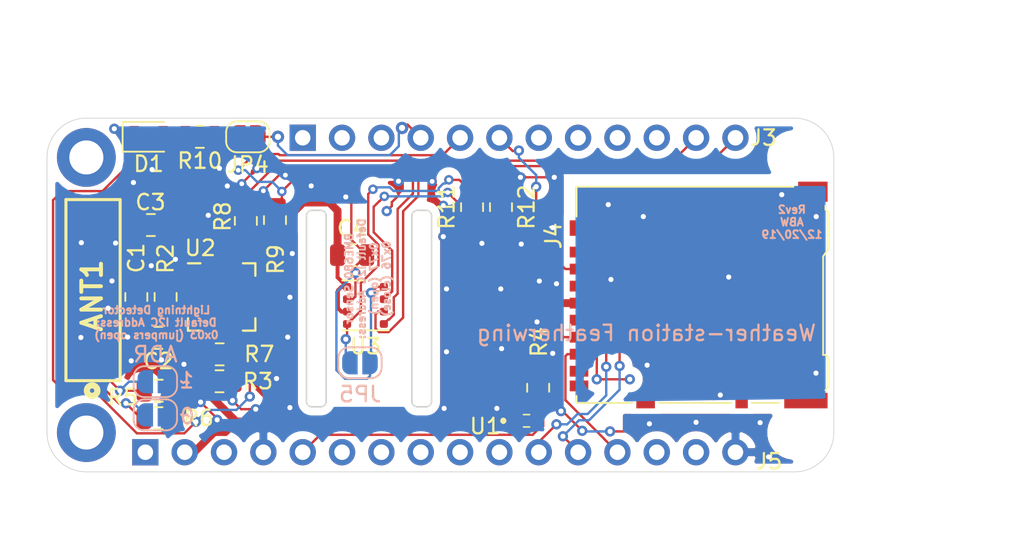
<source format=kicad_pcb>
(kicad_pcb (version 20171130) (host pcbnew "(5.1.4)-1")

  (general
    (thickness 1.6)
    (drawings 33)
    (tracks 457)
    (zones 0)
    (modules 31)
    (nets 44)
  )

  (page A4)
  (layers
    (0 F.Cu signal)
    (31 B.Cu signal)
    (32 B.Adhes user hide)
    (33 F.Adhes user hide)
    (34 B.Paste user)
    (35 F.Paste user)
    (36 B.SilkS user)
    (37 F.SilkS user)
    (38 B.Mask user)
    (39 F.Mask user)
    (40 Dwgs.User user)
    (41 Cmts.User user hide)
    (42 Eco1.User user hide)
    (43 Eco2.User user hide)
    (44 Edge.Cuts user)
    (45 Margin user hide)
    (46 B.CrtYd user hide)
    (47 F.CrtYd user hide)
    (48 B.Fab user hide)
    (49 F.Fab user hide)
  )

  (setup
    (last_trace_width 0.25)
    (user_trace_width 0.1524)
    (user_trace_width 0.1778)
    (user_trace_width 0.254)
    (user_trace_width 0.3048)
    (user_trace_width 0.381)
    (user_trace_width 0.508)
    (user_trace_width 0.635)
    (user_trace_width 0.889)
    (user_trace_width 1.016)
    (user_trace_width 1.27)
    (user_trace_width 1.905)
    (user_trace_width 2.54)
    (trace_clearance 0.2)
    (zone_clearance 0.508)
    (zone_45_only yes)
    (trace_min 0.1)
    (via_size 0.8)
    (via_drill 0.4)
    (via_min_size 0.4)
    (via_min_drill 0.3)
    (user_via 0.6096 0.3048)
    (user_via 0.6604 0.3302)
    (user_via 0.889 0.381)
    (user_via 1.397 0.635)
    (uvia_size 0.3)
    (uvia_drill 0.1)
    (uvias_allowed no)
    (uvia_min_size 0.2)
    (uvia_min_drill 0.1)
    (edge_width 0.05)
    (segment_width 0.2)
    (pcb_text_width 0.3)
    (pcb_text_size 1.5 1.5)
    (mod_edge_width 0.12)
    (mod_text_size 1 1)
    (mod_text_width 0.15)
    (pad_size 1 0.5)
    (pad_drill 0)
    (pad_to_mask_clearance 0.051)
    (solder_mask_min_width 0.25)
    (aux_axis_origin 0 0)
    (visible_elements 7FFFFFFF)
    (pcbplotparams
      (layerselection 0x011fc_ffffffff)
      (usegerberextensions false)
      (usegerberattributes false)
      (usegerberadvancedattributes false)
      (creategerberjobfile false)
      (excludeedgelayer true)
      (linewidth 0.100000)
      (plotframeref false)
      (viasonmask false)
      (mode 1)
      (useauxorigin false)
      (hpglpennumber 1)
      (hpglpenspeed 20)
      (hpglpendiameter 15.000000)
      (psnegative false)
      (psa4output false)
      (plotreference true)
      (plotvalue true)
      (plotinvisibletext false)
      (padsonsilk false)
      (subtractmaskfromsilk false)
      (outputformat 1)
      (mirror false)
      (drillshape 0)
      (scaleselection 1)
      (outputdirectory "Rev2/"))
  )

  (net 0 "")
  (net 1 /`5)
  (net 2 /6)
  (net 3 /9`)
  (net 4 /10`)
  (net 5 /11`)
  (net 6 /12)
  (net 7 /13)
  (net 8 /USB)
  (net 9 /En)
  (net 10 /BAT)
  (net 11 GND)
  (net 12 /TXO)
  (net 13 /RXI)
  (net 14 /MISO)
  (net 15 /MOSI)
  (net 16 /SCK)
  (net 17 /A5)
  (net 18 /A4)
  (net 19 /A3)
  (net 20 /A2)
  (net 21 /A1)
  (net 22 /A0)
  (net 23 /ARf)
  (net 24 +3V3)
  (net 25 /RST)
  (net 26 /Antenna)
  (net 27 "Net-(D1-Pad2)")
  (net 28 /AD1)
  (net 29 /AD0)
  (net 30 /SELECT_INTERFACE)
  (net 31 /CD)
  (net 32 "Net-(JP4-Pad2)")
  (net 33 "Net-(JP5-Pad2)")
  (net 34 /SDA)
  (net 35 /SCL)
  (net 36 "Net-(U2-Pad12)")
  (net 37 /Shield)
  (net 38 "Net-(C3-Pad1)")
  (net 39 "Net-(J4-Pad9)")
  (net 40 "Net-(J4-Pad8)")
  (net 41 "Net-(J4-Pad1)")
  (net 42 "Net-(R3-Pad2)")
  (net 43 "Net-(R12-Pad1)")

  (net_class Default "This is the default net class."
    (clearance 0.2)
    (trace_width 0.25)
    (via_dia 0.8)
    (via_drill 0.4)
    (uvia_dia 0.3)
    (uvia_drill 0.1)
    (add_net +3V3)
    (add_net /10`)
    (add_net /11`)
    (add_net /12)
    (add_net /13)
    (add_net /6)
    (add_net /9`)
    (add_net /A0)
    (add_net /A1)
    (add_net /A2)
    (add_net /A3)
    (add_net /A4)
    (add_net /A5)
    (add_net /AD0)
    (add_net /AD1)
    (add_net /ARf)
    (add_net /Antenna)
    (add_net /BAT)
    (add_net /CD)
    (add_net /En)
    (add_net /MISO)
    (add_net /MOSI)
    (add_net /RST)
    (add_net /RXI)
    (add_net /SCK)
    (add_net /SCL)
    (add_net /SDA)
    (add_net /SELECT_INTERFACE)
    (add_net /Shield)
    (add_net /TXO)
    (add_net /USB)
    (add_net /`5)
    (add_net GND)
    (add_net "Net-(C3-Pad1)")
    (add_net "Net-(D1-Pad2)")
    (add_net "Net-(J4-Pad1)")
    (add_net "Net-(J4-Pad8)")
    (add_net "Net-(J4-Pad9)")
    (add_net "Net-(JP4-Pad2)")
    (add_net "Net-(JP5-Pad2)")
    (add_net "Net-(R12-Pad1)")
    (add_net "Net-(R3-Pad2)")
    (add_net "Net-(U2-Pad12)")
  )

  (module Connector_PinHeader_2.54mm:PinHeader_1x12_P2.54mm_Vertical locked (layer F.Cu) (tedit 5DE413FA) (tstamp 5DD4DB85)
    (at 135.8011 52.2605 90)
    (descr "Through hole straight pin header, 1x12, 2.54mm pitch, single row")
    (tags "Through hole pin header THT 1x12 2.54mm single row")
    (path /5DD4CA9F)
    (fp_text reference J3 (at 0 29.7561 180) (layer F.SilkS)
      (effects (font (size 1 1) (thickness 0.15)))
    )
    (fp_text value Conn_01x12 (at 0 30.27 90) (layer F.Fab)
      (effects (font (size 1 1) (thickness 0.15)))
    )
    (fp_text user %R (at 0 13.97 180) (layer F.Fab)
      (effects (font (size 1 1) (thickness 0.15)))
    )
    (fp_line (start 1.8 -1.8) (end -1.8 -1.8) (layer F.CrtYd) (width 0.05))
    (fp_line (start 1.8 29.75) (end 1.8 -1.8) (layer F.CrtYd) (width 0.05))
    (fp_line (start -1.8 29.75) (end 1.8 29.75) (layer F.CrtYd) (width 0.05))
    (fp_line (start -1.8 -1.8) (end -1.8 29.75) (layer F.CrtYd) (width 0.05))
    (fp_line (start -1.27 -0.635) (end -0.635 -1.27) (layer F.Fab) (width 0.1))
    (fp_line (start -1.27 29.21) (end -1.27 -0.635) (layer F.Fab) (width 0.1))
    (fp_line (start 1.27 29.21) (end -1.27 29.21) (layer F.Fab) (width 0.1))
    (fp_line (start 1.27 -1.27) (end 1.27 29.21) (layer F.Fab) (width 0.1))
    (fp_line (start -0.635 -1.27) (end 1.27 -1.27) (layer F.Fab) (width 0.1))
    (pad 12 thru_hole oval (at 0 27.94 90) (size 1.7 1.7) (drill 1) (layers *.Cu *.Mask)
      (net 34 /SDA))
    (pad 11 thru_hole oval (at 0 25.4 90) (size 1.7 1.7) (drill 1) (layers *.Cu *.Mask)
      (net 35 /SCL))
    (pad 10 thru_hole oval (at 0 22.86 90) (size 1.7 1.7) (drill 1) (layers *.Cu *.Mask)
      (net 1 /`5))
    (pad 9 thru_hole oval (at 0 20.32 90) (size 1.7 1.7) (drill 1) (layers *.Cu *.Mask)
      (net 2 /6))
    (pad 8 thru_hole oval (at 0 17.78 90) (size 1.7 1.7) (drill 1) (layers *.Cu *.Mask)
      (net 3 /9`))
    (pad 7 thru_hole oval (at 0 15.24 90) (size 1.7 1.7) (drill 1) (layers *.Cu *.Mask)
      (net 4 /10`))
    (pad 6 thru_hole oval (at 0 12.7 90) (size 1.7 1.7) (drill 1) (layers *.Cu *.Mask)
      (net 5 /11`))
    (pad 5 thru_hole oval (at 0 10.16 90) (size 1.7 1.7) (drill 1) (layers *.Cu *.Mask)
      (net 6 /12))
    (pad 4 thru_hole oval (at 0 7.62 90) (size 1.7 1.7) (drill 1) (layers *.Cu *.Mask)
      (net 7 /13))
    (pad 3 thru_hole oval (at 0 5.08 90) (size 1.7 1.7) (drill 1) (layers *.Cu *.Mask)
      (net 8 /USB))
    (pad 2 thru_hole oval (at 0 2.54 90) (size 1.7 1.7) (drill 1) (layers *.Cu *.Mask)
      (net 9 /En))
    (pad 1 thru_hole rect (at 0 0 90) (size 1.7 1.7) (drill 1) (layers *.Cu *.Mask)
      (net 10 /BAT))
    (model ${KISYS3DMOD}/Connector_PinHeader_2.54mm.3dshapes/PinHeader_1x12_P2.54mm_Vertical.wrl
      (offset (xyz 0 0 -1.5))
      (scale (xyz 1 1 1))
      (rotate (xyz 0 -180 0))
    )
  )

  (module Jumper:SolderJumper-2_P1.3mm_Open_RoundedPad1.0x1.5mm (layer B.Cu) (tedit 5B391E66) (tstamp 5DE53881)
    (at 139.4968 66.802 180)
    (descr "SMD Solder Jumper, 1x1.5mm, rounded Pads, 0.3mm gap, open")
    (tags "solder jumper open")
    (path /5E043305)
    (attr virtual)
    (fp_text reference JP5 (at -0.0127 -2.032) (layer B.SilkS)
      (effects (font (size 1 1) (thickness 0.15)) (justify mirror))
    )
    (fp_text value ~ (at 0 -1.9) (layer B.Fab)
      (effects (font (size 1 1) (thickness 0.15)) (justify mirror))
    )
    (fp_line (start 1.65 -1.25) (end -1.65 -1.25) (layer B.CrtYd) (width 0.05))
    (fp_line (start 1.65 -1.25) (end 1.65 1.25) (layer B.CrtYd) (width 0.05))
    (fp_line (start -1.65 1.25) (end -1.65 -1.25) (layer B.CrtYd) (width 0.05))
    (fp_line (start -1.65 1.25) (end 1.65 1.25) (layer B.CrtYd) (width 0.05))
    (fp_line (start -0.7 1) (end 0.7 1) (layer B.SilkS) (width 0.12))
    (fp_line (start 1.4 0.3) (end 1.4 -0.3) (layer B.SilkS) (width 0.12))
    (fp_line (start 0.7 -1) (end -0.7 -1) (layer B.SilkS) (width 0.12))
    (fp_line (start -1.4 -0.3) (end -1.4 0.3) (layer B.SilkS) (width 0.12))
    (fp_arc (start -0.7 0.3) (end -0.7 1) (angle 90) (layer B.SilkS) (width 0.12))
    (fp_arc (start -0.7 -0.3) (end -1.4 -0.3) (angle 90) (layer B.SilkS) (width 0.12))
    (fp_arc (start 0.7 -0.3) (end 0.7 -1) (angle 90) (layer B.SilkS) (width 0.12))
    (fp_arc (start 0.7 0.3) (end 1.4 0.3) (angle 90) (layer B.SilkS) (width 0.12))
    (pad 2 smd custom (at 0.65 0 180) (size 1 0.5) (layers B.Cu B.Mask)
      (net 33 "Net-(JP5-Pad2)") (zone_connect 2)
      (options (clearance outline) (anchor rect))
      (primitives
        (gr_circle (center 0 -0.25) (end 0.5 -0.25) (width 0))
        (gr_circle (center 0 0.25) (end 0.5 0.25) (width 0))
        (gr_poly (pts
           (xy 0 0.75) (xy -0.5 0.75) (xy -0.5 -0.75) (xy 0 -0.75)) (width 0))
      ))
    (pad 1 smd custom (at -0.65 0 180) (size 1 0.5) (layers B.Cu B.Mask)
      (net 11 GND) (zone_connect 2)
      (options (clearance outline) (anchor rect))
      (primitives
        (gr_circle (center 0 -0.25) (end 0.5 -0.25) (width 0))
        (gr_circle (center 0 0.25) (end 0.5 0.25) (width 0))
        (gr_poly (pts
           (xy 0 0.75) (xy 0.5 0.75) (xy 0.5 -0.75) (xy 0 -0.75)) (width 0))
      ))
  )

  (module Jumper:SolderJumper-2_P1.3mm_Bridged_RoundedPad1.0x1.5mm (layer F.Cu) (tedit 5C745284) (tstamp 5DE69898)
    (at 132.2578 52.197 180)
    (descr "SMD Solder Jumper, 1x1.5mm, rounded Pads, 0.3mm gap, bridged with 1 copper strip")
    (tags "solder jumper open")
    (path /5DF06BDB)
    (attr virtual)
    (fp_text reference JP4 (at 0 -1.8) (layer F.SilkS)
      (effects (font (size 1 1) (thickness 0.15)))
    )
    (fp_text value SolderJumper_2_Bridged (at 0 1.9) (layer F.Fab)
      (effects (font (size 1 1) (thickness 0.15)))
    )
    (fp_poly (pts (xy 0.25 -0.3) (xy -0.25 -0.3) (xy -0.25 0.3) (xy 0.25 0.3)) (layer F.Cu) (width 0))
    (fp_line (start 1.65 1.25) (end -1.65 1.25) (layer F.CrtYd) (width 0.05))
    (fp_line (start 1.65 1.25) (end 1.65 -1.25) (layer F.CrtYd) (width 0.05))
    (fp_line (start -1.65 -1.25) (end -1.65 1.25) (layer F.CrtYd) (width 0.05))
    (fp_line (start -1.65 -1.25) (end 1.65 -1.25) (layer F.CrtYd) (width 0.05))
    (fp_line (start -0.7 -1) (end 0.7 -1) (layer F.SilkS) (width 0.12))
    (fp_line (start 1.4 -0.3) (end 1.4 0.3) (layer F.SilkS) (width 0.12))
    (fp_line (start 0.7 1) (end -0.7 1) (layer F.SilkS) (width 0.12))
    (fp_line (start -1.4 0.3) (end -1.4 -0.3) (layer F.SilkS) (width 0.12))
    (fp_arc (start -0.7 -0.3) (end -0.7 -1) (angle -90) (layer F.SilkS) (width 0.12))
    (fp_arc (start -0.7 0.3) (end -1.4 0.3) (angle -90) (layer F.SilkS) (width 0.12))
    (fp_arc (start 0.7 0.3) (end 0.7 1) (angle -90) (layer F.SilkS) (width 0.12))
    (fp_arc (start 0.7 -0.3) (end 1.4 -0.3) (angle -90) (layer F.SilkS) (width 0.12))
    (pad 1 smd custom (at -0.65 0 180) (size 1 0.5) (layers F.Cu F.Mask)
      (net 7 /13) (zone_connect 2)
      (options (clearance outline) (anchor rect))
      (primitives
        (gr_circle (center 0 0.25) (end 0.5 0.25) (width 0))
        (gr_circle (center 0 -0.25) (end 0.5 -0.25) (width 0))
        (gr_poly (pts
           (xy 0 -0.75) (xy 0.5 -0.75) (xy 0.5 0.75) (xy 0 0.75)) (width 0))
      ))
    (pad 2 smd custom (at 0.65 0 180) (size 1 0.5) (layers F.Cu F.Mask)
      (net 32 "Net-(JP4-Pad2)") (zone_connect 2)
      (options (clearance outline) (anchor rect))
      (primitives
        (gr_circle (center 0 0.25) (end 0.5 0.25) (width 0))
        (gr_circle (center 0 -0.25) (end 0.5 -0.25) (width 0))
        (gr_poly (pts
           (xy 0 -0.75) (xy -0.5 -0.75) (xy -0.5 0.75) (xy 0 0.75)) (width 0))
      ))
  )

  (module Package_LGA:Bosch_LGA-8_3x3mm_P0.8mm_ClockwisePinNumbering (layer F.Cu) (tedit 5CF93F4A) (tstamp 5DD4DCC5)
    (at 139.8524 63.0936 270)
    (descr "Bosch  LGA, 8 Pin (https://ae-bst.resource.bosch.com/media/_tech/media/datasheets/BST-BME680-DS001-00.pdf#page=44), generated with kicad-footprint-generator ipc_noLead_generator.py")
    (tags "Bosch LGA NoLead")
    (path /5DD472D9)
    (attr smd)
    (fp_text reference U3 (at 2.6416 0) (layer F.SilkS)
      (effects (font (size 1 1) (thickness 0.15)))
    )
    (fp_text value BME680 (at 0 2.45 90) (layer F.Fab)
      (effects (font (size 1 1) (thickness 0.15)))
    )
    (fp_line (start -1.61 0) (end -1.61 1.5) (layer F.SilkS) (width 0.12))
    (fp_line (start 1.61 -1.5) (end 1.61 1.5) (layer F.SilkS) (width 0.12))
    (fp_line (start -0.75 -1.5) (end 1.5 -1.5) (layer F.Fab) (width 0.1))
    (fp_line (start 1.5 -1.5) (end 1.5 1.5) (layer F.Fab) (width 0.1))
    (fp_line (start 1.5 1.5) (end -1.5 1.5) (layer F.Fab) (width 0.1))
    (fp_line (start -1.5 1.5) (end -1.5 -0.75) (layer F.Fab) (width 0.1))
    (fp_line (start -1.5 -0.75) (end -0.75 -1.5) (layer F.Fab) (width 0.1))
    (fp_line (start -1.75 -1.75) (end -1.75 1.75) (layer F.CrtYd) (width 0.05))
    (fp_line (start -1.75 1.75) (end 1.75 1.75) (layer F.CrtYd) (width 0.05))
    (fp_line (start 1.75 1.75) (end 1.75 -1.75) (layer F.CrtYd) (width 0.05))
    (fp_line (start 1.75 -1.75) (end -1.75 -1.75) (layer F.CrtYd) (width 0.05))
    (fp_text user %R (at 0 0 90) (layer F.Fab)
      (effects (font (size 0.75 0.75) (thickness 0.11)))
    )
    (pad 1 smd roundrect (at -1.2 -1.1875 270) (size 0.5 0.525) (layers F.Cu F.Paste F.Mask) (roundrect_rratio 0.25)
      (net 11 GND))
    (pad 2 smd roundrect (at -0.4 -1.1875 270) (size 0.5 0.525) (layers F.Cu F.Paste F.Mask) (roundrect_rratio 0.25)
      (net 43 "Net-(R12-Pad1)"))
    (pad 3 smd roundrect (at 0.4 -1.1875 270) (size 0.5 0.525) (layers F.Cu F.Paste F.Mask) (roundrect_rratio 0.25)
      (net 34 /SDA))
    (pad 4 smd roundrect (at 1.2 -1.1875 270) (size 0.5 0.525) (layers F.Cu F.Paste F.Mask) (roundrect_rratio 0.25)
      (net 35 /SCL))
    (pad 5 smd roundrect (at 1.2 1.1875 270) (size 0.5 0.525) (layers F.Cu F.Paste F.Mask) (roundrect_rratio 0.25)
      (net 33 "Net-(JP5-Pad2)"))
    (pad 6 smd roundrect (at 0.4 1.1875 270) (size 0.5 0.525) (layers F.Cu F.Paste F.Mask) (roundrect_rratio 0.25)
      (net 24 +3V3))
    (pad 7 smd roundrect (at -0.4 1.1875 270) (size 0.5 0.525) (layers F.Cu F.Paste F.Mask) (roundrect_rratio 0.25)
      (net 11 GND))
    (pad 8 smd roundrect (at -1.2 1.1875 270) (size 0.5 0.525) (layers F.Cu F.Paste F.Mask) (roundrect_rratio 0.25)
      (net 24 +3V3))
    (model ${KISYS3DMOD}/Package_LGA.3dshapes/Bosch_LGA-8_3x3mm_P0.8mm_ClockwisePinNumbering.wrl
      (at (xyz 0 0 0))
      (scale (xyz 1 1 1))
      (rotate (xyz 0 0 0))
    )
  )

  (module ALSPT19315CL177TR8 (layer F.Cu) (tedit 0) (tstamp 5DE51771)
    (at 150.2537 70.5485)
    (descr ALS-PT19-315C/L177/TR8)
    (tags Resistor)
    (path /5DD47D31)
    (attr smd)
    (fp_text reference U1 (at -2.66954 0.35306) (layer F.SilkS)
      (effects (font (size 1 1) (thickness 0.15)))
    )
    (fp_text value ~ (at -0.225 0) (layer F.SilkS) hide
      (effects (font (size 1.27 1.27) (thickness 0.254)))
    )
    (fp_text user %R (at -0.225 0) (layer F.Fab)
      (effects (font (size 1.27 1.27) (thickness 0.254)))
    )
    (fp_line (start -0.85 -0.4) (end 0.85 -0.4) (layer F.Fab) (width 0.2))
    (fp_line (start 0.85 -0.4) (end 0.85 0.4) (layer F.Fab) (width 0.2))
    (fp_line (start 0.85 0.4) (end -0.85 0.4) (layer F.Fab) (width 0.2))
    (fp_line (start -0.85 0.4) (end -0.85 -0.4) (layer F.Fab) (width 0.2))
    (fp_line (start -2 -0.8) (end 1.55 -0.8) (layer F.CrtYd) (width 0.1))
    (fp_line (start 1.55 -0.8) (end 1.55 0.8) (layer F.CrtYd) (width 0.1))
    (fp_line (start 1.55 0.8) (end -2 0.8) (layer F.CrtYd) (width 0.1))
    (fp_line (start -2 0.8) (end -2 -0.8) (layer F.CrtYd) (width 0.1))
    (fp_line (start -0.2 -0.4) (end 0.2 -0.4) (layer F.SilkS) (width 0.1))
    (fp_line (start -0.2 0.4) (end 0.2 0.4) (layer F.SilkS) (width 0.1))
    (fp_line (start -1.5 -0.1) (end -1.5 -0.1) (layer F.SilkS) (width 0.2))
    (fp_line (start -1.5 0.1) (end -1.5 0.1) (layer F.SilkS) (width 0.2))
    (fp_arc (start -1.5 0) (end -1.5 -0.1) (angle 180) (layer F.SilkS) (width 0.2))
    (fp_arc (start -1.5 0) (end -1.5 0.1) (angle 180) (layer F.SilkS) (width 0.2))
    (pad 1 smd rect (at -0.75 0 90) (size 0.8 0.8) (layers F.Cu F.Paste F.Mask)
      (net 24 +3V3))
    (pad 2 smd rect (at 0.75 0 90) (size 0.8 0.8) (layers F.Cu F.Paste F.Mask)
      (net 22 /A0))
    (model "D:/AveryW/Assorted Programs/KiCad/Found-converted Parts/ALS-PT19-315C.STEP"
      (at (xyz 0 0 0))
      (scale (xyz 1 1 1))
      (rotate (xyz -90 0 0))
    )
  )

  (module Connector_Card:microSD_HC_Hirose_DM3AT-SF-PEJM5 (layer F.Cu) (tedit 5A1DBFB5) (tstamp 5DDC6BB3)
    (at 161.3662 62.4205 90)
    (descr "Micro SD, SMD, right-angle, push-pull (https://www.hirose.com/product/en/download_file/key_name/DM3AT-SF-PEJM5/category/Drawing%20(2D)/doc_file_id/44099/?file_category_id=6&item_id=06090031000&is_series=)")
    (tags "Micro SD")
    (path /5DD4FF6A)
    (attr smd)
    (fp_text reference J4 (at 3.8227 -9.37768 90) (layer F.SilkS)
      (effects (font (size 1 1) (thickness 0.15)))
    )
    (fp_text value Micro_SD_Card_Det (at -0.075 9.575 90) (layer F.Fab)
      (effects (font (size 1 1) (thickness 0.15)))
    )
    (fp_text user KEEPOUT (at -1.075 -1.925 90) (layer Cmts.User)
      (effects (font (size 1 1) (thickness 0.1)))
    )
    (fp_text user %R (at -0.075 0.375 90) (layer F.Fab)
      (effects (font (size 1 1) (thickness 0.1)))
    )
    (fp_text user KEEPOUT (at 4.2 7.65 90) (layer Cmts.User)
      (effects (font (size 0.4 0.4) (thickness 0.06)))
    )
    (fp_text user KEEPOUT (at -6.85 -3.25) (layer Cmts.User)
      (effects (font (size 0.6 0.6) (thickness 0.09)))
    )
    (fp_text user KEEPOUT (at -5.775 2.375) (layer Cmts.User)
      (effects (font (size 0.6 0.6) (thickness 0.09)))
    )
    (fp_line (start -4.175 -2.725) (end -5.425 -1.825) (layer Dwgs.User) (width 0.1))
    (fp_line (start -4.875 -2.725) (end -5.425 -2.325) (layer Dwgs.User) (width 0.1))
    (fp_line (start -2.775 -2.725) (end -5 -1.125) (layer Dwgs.User) (width 0.1))
    (fp_line (start -5.425 -1.325) (end -3.475 -2.725) (layer Dwgs.User) (width 0.1))
    (fp_line (start -6.125 -0.825) (end -5.425 -1.325) (layer Dwgs.User) (width 0.1))
    (fp_line (start -6.125 -1.325) (end -5.975 -1.425) (layer Dwgs.User) (width 0.1))
    (fp_line (start -6.125 -0.325) (end -5.425 -0.825) (layer Dwgs.User) (width 0.1))
    (fp_line (start -6.125 0.175) (end -5.425 -0.325) (layer Dwgs.User) (width 0.1))
    (fp_line (start -6.125 0.675) (end -5.425 0.175) (layer Dwgs.User) (width 0.1))
    (fp_line (start -6.125 1.175) (end -5.425 0.675) (layer Dwgs.User) (width 0.1))
    (fp_line (start -6.125 1.675) (end -5.425 1.175) (layer Dwgs.User) (width 0.1))
    (fp_line (start -6.125 2.175) (end -5.425 1.675) (layer Dwgs.User) (width 0.1))
    (fp_line (start -6.125 2.675) (end -5.425 2.175) (layer Dwgs.User) (width 0.1))
    (fp_line (start -6.125 3.175) (end -5.425 2.675) (layer Dwgs.User) (width 0.1))
    (fp_line (start -6.125 3.675) (end -5.425 3.175) (layer Dwgs.User) (width 0.1))
    (fp_line (start -6.125 4.175) (end -5.425 3.675) (layer Dwgs.User) (width 0.1))
    (fp_line (start -6.125 4.675) (end -5.425 4.175) (layer Dwgs.User) (width 0.1))
    (fp_line (start -6.125 5.175) (end -5.425 4.675) (layer Dwgs.User) (width 0.1))
    (fp_line (start -6.125 5.675) (end -5.425 5.175) (layer Dwgs.User) (width 0.1))
    (fp_line (start -6.125 6.175) (end -5.425 5.675) (layer Dwgs.User) (width 0.1))
    (fp_line (start -6.475 0.225) (end -7.225 0.725) (layer Dwgs.User) (width 0.1))
    (fp_line (start -6.475 -0.275) (end -7.225 0.225) (layer Dwgs.User) (width 0.1))
    (fp_line (start -6.475 -0.775) (end -7.225 -0.275) (layer Dwgs.User) (width 0.1))
    (fp_line (start -6.475 -1.275) (end -7.225 -0.775) (layer Dwgs.User) (width 0.1))
    (fp_line (start -6.475 -1.775) (end -7.225 -1.275) (layer Dwgs.User) (width 0.1))
    (fp_line (start -6.475 -2.275) (end -7.225 -1.775) (layer Dwgs.User) (width 0.1))
    (fp_line (start -6.475 -2.775) (end -7.225 -2.275) (layer Dwgs.User) (width 0.1))
    (fp_line (start -6.475 -3.275) (end -7.225 -2.775) (layer Dwgs.User) (width 0.1))
    (fp_line (start -6.475 -3.775) (end -7.225 -3.275) (layer Dwgs.User) (width 0.1))
    (fp_line (start -6.475 -4.275) (end -7.225 -3.775) (layer Dwgs.User) (width 0.1))
    (fp_line (start -6.475 -4.775) (end -7.225 -4.275) (layer Dwgs.User) (width 0.1))
    (fp_line (start -6.475 -5.275) (end -7.225 -4.775) (layer Dwgs.User) (width 0.1))
    (fp_line (start -6.475 -5.775) (end -7.225 -5.275) (layer Dwgs.User) (width 0.1))
    (fp_line (start -6.475 -6.275) (end -7.225 -5.775) (layer Dwgs.User) (width 0.1))
    (fp_line (start -6.475 -6.775) (end -7.225 -6.275) (layer Dwgs.User) (width 0.1))
    (fp_line (start -6.475 -7.275) (end -7.225 -6.775) (layer Dwgs.User) (width 0.1))
    (fp_line (start 3.475 6.975) (end 2.925 7.875) (layer Dwgs.User) (width 0.1))
    (fp_line (start 3.975 6.975) (end 3.175 8.325) (layer Dwgs.User) (width 0.1))
    (fp_line (start 4.475 6.975) (end 3.675 8.325) (layer Dwgs.User) (width 0.1))
    (fp_line (start 4.975 6.975) (end 4.175 8.325) (layer Dwgs.User) (width 0.1))
    (fp_line (start 5.475 6.975) (end 4.675 8.325) (layer Dwgs.User) (width 0.1))
    (fp_line (start 3.005 8.385) (end 2.495 8.035) (layer F.SilkS) (width 0.12))
    (fp_line (start 5.515 8.185) (end 5.775 8.185) (layer F.SilkS) (width 0.12))
    (fp_line (start 5.315 8.385) (end 5.515 8.185) (layer F.SilkS) (width 0.12))
    (fp_line (start -4.085 8.385) (end -3.875 8.185) (layer F.SilkS) (width 0.12))
    (fp_line (start -3.875 8.035) (end -3.875 8.185) (layer F.SilkS) (width 0.12))
    (fp_line (start -3.875 8.035) (end 2.495 8.035) (layer F.SilkS) (width 0.12))
    (fp_line (start -6.975 3.425) (end -6.975 5.225) (layer F.SilkS) (width 0.12))
    (fp_line (start -6.975 -2.575) (end -6.975 2.125) (layer F.SilkS) (width 0.12))
    (fp_line (start -5.945 8.385) (end -6.145 8.185) (layer F.SilkS) (width 0.12))
    (fp_line (start -5.945 8.385) (end -4.085 8.385) (layer F.SilkS) (width 0.12))
    (fp_line (start 5.315 8.385) (end 3.005 8.385) (layer F.SilkS) (width 0.12))
    (fp_line (start -6.975 -7.885) (end -6.975 -4.275) (layer F.SilkS) (width 0.12))
    (fp_line (start -6.525 -7.885) (end -6.975 -7.885) (layer F.SilkS) (width 0.12))
    (fp_line (start 6.995 -7.885) (end 6.995 6.125) (layer F.SilkS) (width 0.12))
    (fp_line (start 5.075 -7.885) (end 6.995 -7.885) (layer F.SilkS) (width 0.12))
    (fp_line (start -7.82 8.88) (end -7.82 -8.82) (layer F.CrtYd) (width 0.05))
    (fp_line (start 7.88 8.88) (end -7.82 8.88) (layer F.CrtYd) (width 0.05))
    (fp_line (start 7.88 -8.82) (end 7.88 8.88) (layer F.CrtYd) (width 0.05))
    (fp_line (start -7.82 -8.82) (end 7.88 -8.82) (layer F.CrtYd) (width 0.05))
    (fp_line (start -7.225 0.775) (end -7.225 -7.275) (layer Dwgs.User) (width 0.1))
    (fp_line (start -6.475 0.775) (end -7.225 0.775) (layer Dwgs.User) (width 0.1))
    (fp_line (start -6.475 -7.275) (end -6.475 0.775) (layer Dwgs.User) (width 0.1))
    (fp_line (start -7.225 -7.275) (end -6.475 -7.275) (layer Dwgs.User) (width 0.1))
    (fp_line (start -6.125 6.175) (end -6.125 -1.425) (layer Dwgs.User) (width 0.1))
    (fp_line (start -5.425 6.175) (end -6.125 6.175) (layer Dwgs.User) (width 0.1))
    (fp_line (start -5.425 -2.725) (end -5.425 6.175) (layer Dwgs.User) (width 0.1))
    (fp_line (start -6.125 -1.425) (end -5.425 -1.425) (layer Dwgs.User) (width 0.1))
    (fp_line (start 2.925 8.325) (end 2.925 6.975) (layer Dwgs.User) (width 0.1))
    (fp_line (start 5.475 8.325) (end 2.925 8.325) (layer Dwgs.User) (width 0.1))
    (fp_line (start 5.475 6.975) (end 5.475 8.325) (layer Dwgs.User) (width 0.1))
    (fp_line (start 2.925 6.975) (end 5.475 6.975) (layer Dwgs.User) (width 0.1))
    (fp_line (start 3.275 -1.125) (end -5.425 -1.125) (layer Dwgs.User) (width 0.1))
    (fp_line (start 3.275 -2.725) (end 3.275 -1.125) (layer Dwgs.User) (width 0.1))
    (fp_line (start -5.425 -2.725) (end 3.275 -2.725) (layer Dwgs.User) (width 0.1))
    (fp_line (start -3.915 8.125) (end -3.915 7.975) (layer F.Fab) (width 0.1))
    (fp_line (start -6.115 8.125) (end -6.925 8.125) (layer F.Fab) (width 0.1))
    (fp_line (start 5.485 8.125) (end 6.925 8.125) (layer F.Fab) (width 0.1))
    (fp_line (start -4.115 8.325) (end -5.915 8.325) (layer F.Fab) (width 0.1))
    (fp_line (start -3.915 8.125) (end -4.115 8.325) (layer F.Fab) (width 0.1))
    (fp_line (start -5.915 8.325) (end -6.115 8.125) (layer F.Fab) (width 0.1))
    (fp_line (start 3.035 8.325) (end 2.51 7.975) (layer F.Fab) (width 0.1))
    (fp_line (start 5.285 8.325) (end 5.485 8.125) (layer F.Fab) (width 0.1))
    (fp_line (start 5.285 8.325) (end 3.035 8.325) (layer F.Fab) (width 0.1))
    (fp_line (start -6.925 8.125) (end -6.925 -7.825) (layer F.Fab) (width 0.1))
    (fp_line (start 6.925 8.125) (end 6.925 -7.825) (layer F.Fab) (width 0.1))
    (fp_line (start 6.925 -7.825) (end -6.925 -7.825) (layer F.Fab) (width 0.1))
    (fp_line (start 2.51 7.975) (end -3.915 7.975) (layer F.Fab) (width 0.1))
    (fp_line (start -5.425 9.725) (end 4.575 9.725) (layer F.Fab) (width 0.1))
    (fp_line (start -5.425 13.725) (end 4.575 13.725) (layer F.Fab) (width 0.1))
    (fp_line (start 5.075 13.225) (end 5.075 8.325) (layer F.Fab) (width 0.1))
    (fp_line (start -5.925 8.325) (end -5.925 13.225) (layer F.Fab) (width 0.1))
    (fp_line (start -2.075 -2.725) (end -4.3 -1.125) (layer Dwgs.User) (width 0.1))
    (fp_line (start -1.375 -2.725) (end -3.6 -1.125) (layer Dwgs.User) (width 0.1))
    (fp_line (start -0.675 -2.725) (end -2.9 -1.125) (layer Dwgs.User) (width 0.1))
    (fp_line (start 0.025 -2.725) (end -2.2 -1.125) (layer Dwgs.User) (width 0.1))
    (fp_line (start 0.725 -2.725) (end -1.5 -1.125) (layer Dwgs.User) (width 0.1))
    (fp_line (start 1.425 -2.725) (end -0.8 -1.125) (layer Dwgs.User) (width 0.1))
    (fp_line (start 2.125 -2.725) (end -0.1 -1.125) (layer Dwgs.User) (width 0.1))
    (fp_line (start 2.825 -2.725) (end 0.6 -1.125) (layer Dwgs.User) (width 0.1))
    (fp_line (start 3.275 -2.525) (end 1.3 -1.125) (layer Dwgs.User) (width 0.1))
    (fp_line (start 3.275 -2.025) (end 2 -1.125) (layer Dwgs.User) (width 0.1))
    (fp_line (start 3.275 -1.525) (end 2.7 -1.125) (layer Dwgs.User) (width 0.1))
    (fp_arc (start 4.575 9.225) (end 5.075 9.225) (angle 90) (layer F.Fab) (width 0.1))
    (fp_arc (start -5.425 9.225) (end -5.425 9.725) (angle 90) (layer F.Fab) (width 0.1))
    (fp_arc (start 4.575 13.225) (end 5.075 13.225) (angle 90) (layer F.Fab) (width 0.1))
    (fp_arc (start -5.425 13.225) (end -5.425 13.725) (angle 90) (layer F.Fab) (width 0.1))
    (pad 9 smd rect (at -5.875 -7.725 90) (size 0.7 1.2) (layers F.Cu F.Paste F.Mask)
      (net 39 "Net-(J4-Pad9)"))
    (pad 8 smd rect (at -4.925 -7.725 90) (size 0.7 1.2) (layers F.Cu F.Paste F.Mask)
      (net 40 "Net-(J4-Pad8)"))
    (pad 1 smd rect (at 2.775 -7.725 90) (size 0.7 1.2) (layers F.Cu F.Paste F.Mask)
      (net 41 "Net-(J4-Pad1)"))
    (pad 2 smd rect (at 1.675 -7.725 90) (size 0.7 1.2) (layers F.Cu F.Paste F.Mask)
      (net 5 /11`))
    (pad 3 smd rect (at 0.575 -7.725 90) (size 0.7 1.2) (layers F.Cu F.Paste F.Mask)
      (net 15 /MOSI))
    (pad 4 smd rect (at -0.525 -7.725 90) (size 0.7 1.2) (layers F.Cu F.Paste F.Mask)
      (net 24 +3V3))
    (pad 5 smd rect (at -1.625 -7.725 90) (size 0.7 1.2) (layers F.Cu F.Paste F.Mask)
      (net 16 /SCK))
    (pad 6 smd rect (at -2.725 -7.725 90) (size 0.7 1.2) (layers F.Cu F.Paste F.Mask)
      (net 11 GND))
    (pad 7 smd rect (at -3.825 -7.725 90) (size 0.7 1.2) (layers F.Cu F.Paste F.Mask)
      (net 14 /MISO))
    (pad 11 smd rect (at 4.325 -7.725 90) (size 1 1.2) (layers F.Cu F.Paste F.Mask)
      (net 37 /Shield))
    (pad 11 smd rect (at -6.825 -3.425 90) (size 1 1.2) (layers F.Cu F.Paste F.Mask)
      (net 37 /Shield))
    (pad 10 smd rect (at -6.825 2.775 90) (size 1 0.8) (layers F.Cu F.Paste F.Mask)
      (net 31 /CD))
    (pad 11 smd rect (at -6.825 6.925 90) (size 1 2.8) (layers F.Cu F.Paste F.Mask)
      (net 37 /Shield))
    (pad 11 smd rect (at 6.675 7.375 90) (size 1.3 1.9) (layers F.Cu F.Paste F.Mask)
      (net 37 /Shield))
    (model ${KISYS3DMOD}/Connector_Card.3dshapes/microSD_HC_Hirose_DM3D-SF.wrl
      (offset (xyz 0 -0.5 0))
      (scale (xyz 1.2 1.4 1))
      (rotate (xyz 0 0 180))
    )
  )

  (module Package_DFN_QFN:MLPQ-16-1EP_4x4mm_P0.65mm_EP2.8x2.8mm (layer F.Cu) (tedit 5A65004B) (tstamp 5DD4DCAD)
    (at 130.5687 62.5475)
    (descr "Micro Leadframe Package, 16 pin with exposed pad")
    (tags "MLPQ- 0.65")
    (path /5DD359ED)
    (attr smd)
    (fp_text reference U2 (at -1.3843 -3.1623) (layer F.SilkS)
      (effects (font (size 1 1) (thickness 0.15)))
    )
    (fp_text value AS3935 (at 0 3.4) (layer F.Fab)
      (effects (font (size 1 1) (thickness 0.15)))
    )
    (fp_text user %R (at 0 0) (layer F.Fab)
      (effects (font (size 1 1) (thickness 0.15)))
    )
    (fp_line (start -1 -2) (end 2 -2) (layer F.Fab) (width 0.15))
    (fp_line (start 2 -2) (end 2 2) (layer F.Fab) (width 0.15))
    (fp_line (start 2 2) (end -2 2) (layer F.Fab) (width 0.15))
    (fp_line (start -2 2) (end -2 -1) (layer F.Fab) (width 0.15))
    (fp_line (start -2 -1) (end -1 -2) (layer F.Fab) (width 0.15))
    (fp_line (start -2.65 -2.65) (end -2.65 2.65) (layer F.CrtYd) (width 0.05))
    (fp_line (start 2.65 -2.65) (end 2.65 2.65) (layer F.CrtYd) (width 0.05))
    (fp_line (start -2.65 -2.65) (end 2.65 -2.65) (layer F.CrtYd) (width 0.05))
    (fp_line (start -2.65 2.65) (end 2.65 2.65) (layer F.CrtYd) (width 0.05))
    (fp_line (start 2.175 -2.175) (end 2.175 -1.375) (layer F.SilkS) (width 0.15))
    (fp_line (start -2.175 2.175) (end -2.175 1.375) (layer F.SilkS) (width 0.15))
    (fp_line (start 2.175 2.175) (end 2.175 1.375) (layer F.SilkS) (width 0.15))
    (fp_line (start -2.175 -2.175) (end -1.375 -2.175) (layer F.SilkS) (width 0.15))
    (fp_line (start -2.175 2.175) (end -1.375 2.175) (layer F.SilkS) (width 0.15))
    (fp_line (start 2.175 2.175) (end 1.375 2.175) (layer F.SilkS) (width 0.15))
    (fp_line (start 2.175 -2.175) (end 1.375 -2.175) (layer F.SilkS) (width 0.15))
    (pad 1 smd oval (at -2 -0.975) (size 0.8 0.35) (layers F.Cu F.Paste F.Mask)
      (net 38 "Net-(C3-Pad1)"))
    (pad 2 smd oval (at -2 -0.325) (size 0.8 0.35) (layers F.Cu F.Paste F.Mask)
      (net 11 GND))
    (pad 3 smd oval (at -2 0.325) (size 0.8 0.35) (layers F.Cu F.Paste F.Mask)
      (net 26 /Antenna))
    (pad 4 smd oval (at -2 0.975) (size 0.8 0.35) (layers F.Cu F.Paste F.Mask)
      (net 11 GND))
    (pad 5 smd oval (at -0.975 2 90) (size 0.8 0.35) (layers F.Cu F.Paste F.Mask)
      (net 24 +3V3))
    (pad 6 smd oval (at -0.325 2 90) (size 0.8 0.35) (layers F.Cu F.Paste F.Mask)
      (net 24 +3V3))
    (pad 7 smd oval (at 0.325 2 90) (size 0.8 0.35) (layers F.Cu F.Paste F.Mask)
      (net 11 GND))
    (pad 8 smd oval (at 0.975 2 90) (size 0.8 0.35) (layers F.Cu F.Paste F.Mask)
      (net 42 "Net-(R3-Pad2)"))
    (pad 9 smd oval (at 2 0.975) (size 0.8 0.35) (layers F.Cu F.Paste F.Mask)
      (net 30 /SELECT_INTERFACE))
    (pad 10 smd oval (at 2 0.325) (size 0.8 0.35) (layers F.Cu F.Paste F.Mask)
      (net 6 /12))
    (pad 11 smd oval (at 2 -0.325) (size 0.8 0.35) (layers F.Cu F.Paste F.Mask)
      (net 35 /SCL))
    (pad 12 smd oval (at 2 -0.975) (size 0.8 0.35) (layers F.Cu F.Paste F.Mask)
      (net 36 "Net-(U2-Pad12)"))
    (pad 13 smd oval (at 0.975 -2 90) (size 0.8 0.35) (layers F.Cu F.Paste F.Mask)
      (net 34 /SDA))
    (pad 14 smd oval (at 0.325 -2 90) (size 0.8 0.35) (layers F.Cu F.Paste F.Mask))
    (pad 15 smd oval (at -0.325 -2 90) (size 0.8 0.35) (layers F.Cu F.Paste F.Mask)
      (net 29 /AD0))
    (pad 16 smd oval (at -0.975 -2 90) (size 0.8 0.35) (layers F.Cu F.Paste F.Mask)
      (net 28 /AD1))
    (pad "" smd rect (at 0.7 0.7) (size 1.13 1.13) (layers F.Paste))
    (pad 17 smd rect (at 0 0) (size 2.8 2.8) (layers F.Cu F.Mask)
      (net 11 GND))
    (pad "" smd rect (at 0.7 -0.7) (size 1.13 1.13) (layers F.Paste))
    (pad "" smd rect (at -0.7 -0.7) (size 1.13 1.13) (layers F.Paste))
    (pad "" smd rect (at -0.7 0.7) (size 1.13 1.13) (layers F.Paste))
    (model ${KISYS3DMOD}/Package_DFN_QFN.3dshapes/MLPQ-16-1EP_4x4mm_P0.65mm_EP2.8x2.8mm.wrl
      (at (xyz 0 0 0))
      (scale (xyz 1 1 1))
      (rotate (xyz 0 0 0))
    )
  )

  (module MountingHole:MountingHole_2.2mm_M2_DIN965_Pad locked (layer F.Cu) (tedit 56D1B4CB) (tstamp 5DE4244C)
    (at 121.8311 71.3105)
    (descr "Mounting Hole 2.2mm, M2, DIN965")
    (tags "mounting hole 2.2mm m2 din965")
    (attr virtual)
    (fp_text reference REF** (at 0 -2.9) (layer B.CrtYd)
      (effects (font (size 1 1) (thickness 0.15)))
    )
    (fp_text value MountingHole_2.2mm_M2_DIN965_Pad (at 0 2.9) (layer F.Fab)
      (effects (font (size 1 1) (thickness 0.15)))
    )
    (fp_text user %R (at 0.3 0) (layer F.Fab)
      (effects (font (size 1 1) (thickness 0.15)))
    )
    (fp_circle (center 0 0) (end 1.9 0) (layer Cmts.User) (width 0.15))
    (fp_circle (center 0 0) (end 2.15 0) (layer F.CrtYd) (width 0.05))
    (pad 1 thru_hole circle (at 0 0) (size 3.8 3.8) (drill 2.2) (layers *.Cu *.Mask))
  )

  (module MountingHole:MountingHole_2.2mm_M2_DIN965_Pad locked (layer F.Cu) (tedit 56D1B4CB) (tstamp 5DE42445)
    (at 121.8311 53.5305)
    (descr "Mounting Hole 2.2mm, M2, DIN965")
    (tags "mounting hole 2.2mm m2 din965")
    (attr virtual)
    (fp_text reference REF** (at 0 -2.9) (layer F.Fab)
      (effects (font (size 1 1) (thickness 0.15)))
    )
    (fp_text value MountingHole_2.2mm_M2_DIN965_Pad (at 0 2.9) (layer F.Fab)
      (effects (font (size 1 1) (thickness 0.15)))
    )
    (fp_circle (center 0 0) (end 2.15 0) (layer F.CrtYd) (width 0.05))
    (fp_circle (center 0 0) (end 1.9 0) (layer Cmts.User) (width 0.15))
    (fp_text user %R (at 0.3 0) (layer F.Fab)
      (effects (font (size 1 1) (thickness 0.15)))
    )
    (pad 1 thru_hole circle (at 0 0) (size 3.8 3.8) (drill 2.2) (layers *.Cu *.Mask))
  )

  (module MountingHole:MountingHole_2.5mm locked (layer F.Cu) (tedit 56D1B4CB) (tstamp 5DE4243E)
    (at 167.5511 71.3105)
    (descr "Mounting Hole 2.5mm, no annular")
    (tags "mounting hole 2.5mm no annular")
    (attr virtual)
    (fp_text reference ~ (at 0.3556 0.0254) (layer F.SilkS)
      (effects (font (size 1 1) (thickness 0.15)))
    )
    (fp_text value MountingHole_2.5mm (at 0 3.5) (layer F.Fab)
      (effects (font (size 1 1) (thickness 0.15)))
    )
    (fp_text user %R (at 0.3 0) (layer F.Fab)
      (effects (font (size 1 1) (thickness 0.15)))
    )
    (fp_circle (center 0 0) (end 2.5 0) (layer Cmts.User) (width 0.15))
    (fp_circle (center 0 0) (end 2.75 0) (layer F.CrtYd) (width 0.05))
    (pad 1 np_thru_hole circle (at 0 0) (size 2.5 2.5) (drill 2.5) (layers *.Cu *.Mask))
  )

  (module MountingHole:MountingHole_2.5mm locked (layer F.Cu) (tedit 56D1B4CB) (tstamp 5DE42437)
    (at 167.5511 53.5305)
    (descr "Mounting Hole 2.5mm, no annular")
    (tags "mounting hole 2.5mm no annular")
    (attr virtual)
    (fp_text reference ~ (at -0.0254 0) (layer F.SilkS)
      (effects (font (size 1 1) (thickness 0.15)))
    )
    (fp_text value MountingHole_2.5mm (at 0 3.5) (layer F.Fab)
      (effects (font (size 1 1) (thickness 0.15)))
    )
    (fp_circle (center 0 0) (end 2.75 0) (layer F.CrtYd) (width 0.05))
    (fp_circle (center 0 0) (end 2.5 0) (layer Cmts.User) (width 0.15))
    (fp_text user %R (at 0.3 0) (layer F.Fab)
      (effects (font (size 1 1) (thickness 0.15)))
    )
    (pad 1 np_thru_hole circle (at 0 0) (size 2.5 2.5) (drill 2.5) (layers *.Cu *.Mask))
  )

  (module Resistor_SMD:R_0805_2012Metric (layer F.Cu) (tedit 5B36C52B) (tstamp 5DDC493A)
    (at 126.9492 62.5475 90)
    (descr "Resistor SMD 0805 (2012 Metric), square (rectangular) end terminal, IPC_7351 nominal, (Body size source: https://docs.google.com/spreadsheets/d/1BsfQQcO9C6DZCsRaXUlFlo91Tg2WpOkGARC1WS5S8t0/edit?usp=sharing), generated with kicad-footprint-generator")
    (tags resistor)
    (path /5DDC886B)
    (attr smd)
    (fp_text reference R2 (at 2.4765 0 90) (layer F.SilkS)
      (effects (font (size 1 1) (thickness 0.15)))
    )
    (fp_text value 10k (at 0 1.65 90) (layer F.Fab)
      (effects (font (size 1 1) (thickness 0.15)))
    )
    (fp_text user %R (at 0 0 90) (layer F.Fab)
      (effects (font (size 0.5 0.5) (thickness 0.08)))
    )
    (fp_line (start 1.68 0.95) (end -1.68 0.95) (layer F.CrtYd) (width 0.05))
    (fp_line (start 1.68 -0.95) (end 1.68 0.95) (layer F.CrtYd) (width 0.05))
    (fp_line (start -1.68 -0.95) (end 1.68 -0.95) (layer F.CrtYd) (width 0.05))
    (fp_line (start -1.68 0.95) (end -1.68 -0.95) (layer F.CrtYd) (width 0.05))
    (fp_line (start -0.258578 0.71) (end 0.258578 0.71) (layer F.SilkS) (width 0.12))
    (fp_line (start -0.258578 -0.71) (end 0.258578 -0.71) (layer F.SilkS) (width 0.12))
    (fp_line (start 1 0.6) (end -1 0.6) (layer F.Fab) (width 0.1))
    (fp_line (start 1 -0.6) (end 1 0.6) (layer F.Fab) (width 0.1))
    (fp_line (start -1 -0.6) (end 1 -0.6) (layer F.Fab) (width 0.1))
    (fp_line (start -1 0.6) (end -1 -0.6) (layer F.Fab) (width 0.1))
    (pad 2 smd roundrect (at 0.9375 0 90) (size 0.975 1.4) (layers F.Cu F.Paste F.Mask) (roundrect_rratio 0.25)
      (net 11 GND))
    (pad 1 smd roundrect (at -0.9375 0 90) (size 0.975 1.4) (layers F.Cu F.Paste F.Mask) (roundrect_rratio 0.25)
      (net 26 /Antenna))
    (model ${KISYS3DMOD}/Resistor_SMD.3dshapes/R_0805_2012Metric.wrl
      (at (xyz 0 0 0))
      (scale (xyz 1 1 1))
      (rotate (xyz 0 0 0))
    )
  )

  (module Resistor_SMD:R_0805_2012Metric (layer F.Cu) (tedit 5B36C52B) (tstamp 5DE4AB70)
    (at 130.4417 66.2559 180)
    (descr "Resistor SMD 0805 (2012 Metric), square (rectangular) end terminal, IPC_7351 nominal, (Body size source: https://docs.google.com/spreadsheets/d/1BsfQQcO9C6DZCsRaXUlFlo91Tg2WpOkGARC1WS5S8t0/edit?usp=sharing), generated with kicad-footprint-generator")
    (tags resistor)
    (path /5DECC79F)
    (attr smd)
    (fp_text reference R7 (at -2.5527 0.0127) (layer F.SilkS)
      (effects (font (size 1 1) (thickness 0.15)))
    )
    (fp_text value 10k (at 0 1.65) (layer F.Fab)
      (effects (font (size 1 1) (thickness 0.15)))
    )
    (fp_text user %R (at 0 0) (layer F.Fab)
      (effects (font (size 0.5 0.5) (thickness 0.08)))
    )
    (fp_line (start 1.68 0.95) (end -1.68 0.95) (layer F.CrtYd) (width 0.05))
    (fp_line (start 1.68 -0.95) (end 1.68 0.95) (layer F.CrtYd) (width 0.05))
    (fp_line (start -1.68 -0.95) (end 1.68 -0.95) (layer F.CrtYd) (width 0.05))
    (fp_line (start -1.68 0.95) (end -1.68 -0.95) (layer F.CrtYd) (width 0.05))
    (fp_line (start -0.258578 0.71) (end 0.258578 0.71) (layer F.SilkS) (width 0.12))
    (fp_line (start -0.258578 -0.71) (end 0.258578 -0.71) (layer F.SilkS) (width 0.12))
    (fp_line (start 1 0.6) (end -1 0.6) (layer F.Fab) (width 0.1))
    (fp_line (start 1 -0.6) (end 1 0.6) (layer F.Fab) (width 0.1))
    (fp_line (start -1 -0.6) (end 1 -0.6) (layer F.Fab) (width 0.1))
    (fp_line (start -1 0.6) (end -1 -0.6) (layer F.Fab) (width 0.1))
    (pad 2 smd roundrect (at 0.9375 0 180) (size 0.975 1.4) (layers F.Cu F.Paste F.Mask) (roundrect_rratio 0.25)
      (net 24 +3V3))
    (pad 1 smd roundrect (at -0.9375 0 180) (size 0.975 1.4) (layers F.Cu F.Paste F.Mask) (roundrect_rratio 0.25)
      (net 30 /SELECT_INTERFACE))
    (model ${KISYS3DMOD}/Resistor_SMD.3dshapes/R_0805_2012Metric.wrl
      (at (xyz 0 0 0))
      (scale (xyz 1 1 1))
      (rotate (xyz 0 0 0))
    )
  )

  (module Capacitor_SMD:C_0805_2012Metric (layer F.Cu) (tedit 5B36C52B) (tstamp 5DE4821A)
    (at 138.9888 59.8424)
    (descr "Capacitor SMD 0805 (2012 Metric), square (rectangular) end terminal, IPC_7351 nominal, (Body size source: https://docs.google.com/spreadsheets/d/1BsfQQcO9C6DZCsRaXUlFlo91Tg2WpOkGARC1WS5S8t0/edit?usp=sharing), generated with kicad-footprint-generator")
    (tags capacitor)
    (path /5DE8E15D)
    (attr smd)
    (fp_text reference C4 (at 0 -1.7272) (layer F.SilkS)
      (effects (font (size 1 1) (thickness 0.15)))
    )
    (fp_text value 1.0uF (at 0 1.65) (layer F.Fab)
      (effects (font (size 1 1) (thickness 0.15)))
    )
    (fp_text user %R (at 0 0) (layer F.Fab)
      (effects (font (size 0.5 0.5) (thickness 0.08)))
    )
    (fp_line (start 1.68 0.95) (end -1.68 0.95) (layer F.CrtYd) (width 0.05))
    (fp_line (start 1.68 -0.95) (end 1.68 0.95) (layer F.CrtYd) (width 0.05))
    (fp_line (start -1.68 -0.95) (end 1.68 -0.95) (layer F.CrtYd) (width 0.05))
    (fp_line (start -1.68 0.95) (end -1.68 -0.95) (layer F.CrtYd) (width 0.05))
    (fp_line (start -0.258578 0.71) (end 0.258578 0.71) (layer F.SilkS) (width 0.12))
    (fp_line (start -0.258578 -0.71) (end 0.258578 -0.71) (layer F.SilkS) (width 0.12))
    (fp_line (start 1 0.6) (end -1 0.6) (layer F.Fab) (width 0.1))
    (fp_line (start 1 -0.6) (end 1 0.6) (layer F.Fab) (width 0.1))
    (fp_line (start -1 -0.6) (end 1 -0.6) (layer F.Fab) (width 0.1))
    (fp_line (start -1 0.6) (end -1 -0.6) (layer F.Fab) (width 0.1))
    (pad 2 smd roundrect (at 0.9375 0) (size 0.975 1.4) (layers F.Cu F.Paste F.Mask) (roundrect_rratio 0.25)
      (net 11 GND))
    (pad 1 smd roundrect (at -0.9375 0) (size 0.975 1.4) (layers F.Cu F.Paste F.Mask) (roundrect_rratio 0.25)
      (net 24 +3V3))
    (model ${KISYS3DMOD}/Capacitor_SMD.3dshapes/C_0805_2012Metric.wrl
      (at (xyz 0 0 0))
      (scale (xyz 1 1 1))
      (rotate (xyz 0 0 0))
    )
  )

  (module Connector_PinHeader_2.54mm:PinHeader_1x16_P2.54mm_Vertical locked (layer F.Cu) (tedit 5DE4141C) (tstamp 5DD4DC6E)
    (at 125.6411 72.5805 90)
    (descr "Through hole straight pin header, 1x16, 2.54mm pitch, single row")
    (tags "Through hole pin header THT 1x16 2.54mm single row")
    (path /5DD4C1D7)
    (fp_text reference J5 (at -0.5969 40.2717 180) (layer F.SilkS)
      (effects (font (size 1 1) (thickness 0.15)))
    )
    (fp_text value Conn_01x16 (at 0 40.43 90) (layer F.Fab)
      (effects (font (size 1 1) (thickness 0.15)))
    )
    (fp_text user %R (at 0 19.05 180) (layer F.Fab)
      (effects (font (size 1 1) (thickness 0.15)))
    )
    (fp_line (start 1.8 -1.8) (end -1.8 -1.8) (layer F.CrtYd) (width 0.05))
    (fp_line (start 1.8 39.9) (end 1.8 -1.8) (layer F.CrtYd) (width 0.05))
    (fp_line (start -1.8 39.9) (end 1.8 39.9) (layer F.CrtYd) (width 0.05))
    (fp_line (start -1.8 -1.8) (end -1.8 39.9) (layer F.CrtYd) (width 0.05))
    (fp_line (start -1.27 -0.635) (end -0.635 -1.27) (layer F.Fab) (width 0.1))
    (fp_line (start -1.27 39.37) (end -1.27 -0.635) (layer F.Fab) (width 0.1))
    (fp_line (start 1.27 39.37) (end -1.27 39.37) (layer F.Fab) (width 0.1))
    (fp_line (start 1.27 -1.27) (end 1.27 39.37) (layer F.Fab) (width 0.1))
    (fp_line (start -0.635 -1.27) (end 1.27 -1.27) (layer F.Fab) (width 0.1))
    (pad 16 thru_hole oval (at 0 38.1 90) (size 1.7 1.7) (drill 1) (layers *.Cu *.Mask)
      (net 11 GND))
    (pad 15 thru_hole oval (at 0 35.56 90) (size 1.7 1.7) (drill 1) (layers *.Cu *.Mask)
      (net 12 /TXO))
    (pad 14 thru_hole oval (at 0 33.02 90) (size 1.7 1.7) (drill 1) (layers *.Cu *.Mask)
      (net 13 /RXI))
    (pad 13 thru_hole oval (at 0 30.48 90) (size 1.7 1.7) (drill 1) (layers *.Cu *.Mask)
      (net 14 /MISO))
    (pad 12 thru_hole oval (at 0 27.94 90) (size 1.7 1.7) (drill 1) (layers *.Cu *.Mask)
      (net 15 /MOSI))
    (pad 11 thru_hole oval (at 0 25.4 90) (size 1.7 1.7) (drill 1) (layers *.Cu *.Mask)
      (net 16 /SCK))
    (pad 10 thru_hole oval (at 0 22.86 90) (size 1.7 1.7) (drill 1) (layers *.Cu *.Mask)
      (net 17 /A5))
    (pad 9 thru_hole oval (at 0 20.32 90) (size 1.7 1.7) (drill 1) (layers *.Cu *.Mask)
      (net 18 /A4))
    (pad 8 thru_hole oval (at 0 17.78 90) (size 1.7 1.7) (drill 1) (layers *.Cu *.Mask)
      (net 19 /A3))
    (pad 7 thru_hole oval (at 0 15.24 90) (size 1.7 1.7) (drill 1) (layers *.Cu *.Mask)
      (net 20 /A2))
    (pad 6 thru_hole oval (at 0 12.7 90) (size 1.7 1.7) (drill 1) (layers *.Cu *.Mask)
      (net 21 /A1))
    (pad 5 thru_hole oval (at 0 10.16 90) (size 1.7 1.7) (drill 1) (layers *.Cu *.Mask)
      (net 22 /A0))
    (pad 4 thru_hole oval (at 0 7.62 90) (size 1.7 1.7) (drill 1) (layers *.Cu *.Mask)
      (net 11 GND))
    (pad 3 thru_hole oval (at 0 5.08 90) (size 1.7 1.7) (drill 1) (layers *.Cu *.Mask)
      (net 23 /ARf))
    (pad 2 thru_hole oval (at 0 2.54 90) (size 1.7 1.7) (drill 1) (layers *.Cu *.Mask)
      (net 24 +3V3))
    (pad 1 thru_hole rect (at 0 0 90) (size 1.7 1.7) (drill 1) (layers *.Cu *.Mask)
      (net 25 /RST))
    (model ${KISYS3DMOD}/Connector_PinHeader_2.54mm.3dshapes/PinHeader_1x16_P2.54mm_Vertical.wrl
      (offset (xyz 0 0 -1.5))
      (scale (xyz 1 1 1))
      (rotate (xyz 0 180 0))
    )
  )

  (module Resistor_SMD:R_0805_2012Metric (layer F.Cu) (tedit 5B36C52B) (tstamp 5DDCB394)
    (at 129.159 52.197 180)
    (descr "Resistor SMD 0805 (2012 Metric), square (rectangular) end terminal, IPC_7351 nominal, (Body size source: https://docs.google.com/spreadsheets/d/1BsfQQcO9C6DZCsRaXUlFlo91Tg2WpOkGARC1WS5S8t0/edit?usp=sharing), generated with kicad-footprint-generator")
    (tags resistor)
    (path /5DF0613F)
    (attr smd)
    (fp_text reference R10 (at 0 -1.5494) (layer F.SilkS)
      (effects (font (size 1 1) (thickness 0.15)))
    )
    (fp_text value 1k (at 0 1.65) (layer F.Fab)
      (effects (font (size 1 1) (thickness 0.15)))
    )
    (fp_text user %R (at 0 0) (layer F.Fab)
      (effects (font (size 0.5 0.5) (thickness 0.08)))
    )
    (fp_line (start 1.68 0.95) (end -1.68 0.95) (layer F.CrtYd) (width 0.05))
    (fp_line (start 1.68 -0.95) (end 1.68 0.95) (layer F.CrtYd) (width 0.05))
    (fp_line (start -1.68 -0.95) (end 1.68 -0.95) (layer F.CrtYd) (width 0.05))
    (fp_line (start -1.68 0.95) (end -1.68 -0.95) (layer F.CrtYd) (width 0.05))
    (fp_line (start -0.258578 0.71) (end 0.258578 0.71) (layer F.SilkS) (width 0.12))
    (fp_line (start -0.258578 -0.71) (end 0.258578 -0.71) (layer F.SilkS) (width 0.12))
    (fp_line (start 1 0.6) (end -1 0.6) (layer F.Fab) (width 0.1))
    (fp_line (start 1 -0.6) (end 1 0.6) (layer F.Fab) (width 0.1))
    (fp_line (start -1 -0.6) (end 1 -0.6) (layer F.Fab) (width 0.1))
    (fp_line (start -1 0.6) (end -1 -0.6) (layer F.Fab) (width 0.1))
    (pad 2 smd roundrect (at 0.9375 0 180) (size 0.975 1.4) (layers F.Cu F.Paste F.Mask) (roundrect_rratio 0.25)
      (net 27 "Net-(D1-Pad2)"))
    (pad 1 smd roundrect (at -0.9375 0 180) (size 0.975 1.4) (layers F.Cu F.Paste F.Mask) (roundrect_rratio 0.25)
      (net 32 "Net-(JP4-Pad2)"))
    (model ${KISYS3DMOD}/Resistor_SMD.3dshapes/R_0805_2012Metric.wrl
      (at (xyz 0 0 0))
      (scale (xyz 1 1 1))
      (rotate (xyz 0 0 0))
    )
  )

  (module LED_SMD:LED_0805_2012Metric (layer F.Cu) (tedit 5B36C52C) (tstamp 5DDCAF76)
    (at 125.857 52.197)
    (descr "LED SMD 0805 (2012 Metric), square (rectangular) end terminal, IPC_7351 nominal, (Body size source: https://docs.google.com/spreadsheets/d/1BsfQQcO9C6DZCsRaXUlFlo91Tg2WpOkGARC1WS5S8t0/edit?usp=sharing), generated with kicad-footprint-generator")
    (tags diode)
    (path /5DF0FA4C)
    (attr smd)
    (fp_text reference D1 (at 0 1.7526) (layer F.SilkS)
      (effects (font (size 1 1) (thickness 0.15)))
    )
    (fp_text value LED (at 0 1.65) (layer F.Fab)
      (effects (font (size 1 1) (thickness 0.15)))
    )
    (fp_text user %R (at 0 0) (layer F.Fab)
      (effects (font (size 0.5 0.5) (thickness 0.08)))
    )
    (fp_line (start 1.68 0.95) (end -1.68 0.95) (layer F.CrtYd) (width 0.05))
    (fp_line (start 1.68 -0.95) (end 1.68 0.95) (layer F.CrtYd) (width 0.05))
    (fp_line (start -1.68 -0.95) (end 1.68 -0.95) (layer F.CrtYd) (width 0.05))
    (fp_line (start -1.68 0.95) (end -1.68 -0.95) (layer F.CrtYd) (width 0.05))
    (fp_line (start -1.685 0.96) (end 1 0.96) (layer F.SilkS) (width 0.12))
    (fp_line (start -1.685 -0.96) (end -1.685 0.96) (layer F.SilkS) (width 0.12))
    (fp_line (start 1 -0.96) (end -1.685 -0.96) (layer F.SilkS) (width 0.12))
    (fp_line (start 1 0.6) (end 1 -0.6) (layer F.Fab) (width 0.1))
    (fp_line (start -1 0.6) (end 1 0.6) (layer F.Fab) (width 0.1))
    (fp_line (start -1 -0.3) (end -1 0.6) (layer F.Fab) (width 0.1))
    (fp_line (start -0.7 -0.6) (end -1 -0.3) (layer F.Fab) (width 0.1))
    (fp_line (start 1 -0.6) (end -0.7 -0.6) (layer F.Fab) (width 0.1))
    (pad 2 smd roundrect (at 0.9375 0) (size 0.975 1.4) (layers F.Cu F.Paste F.Mask) (roundrect_rratio 0.25)
      (net 27 "Net-(D1-Pad2)"))
    (pad 1 smd roundrect (at -0.9375 0) (size 0.975 1.4) (layers F.Cu F.Paste F.Mask) (roundrect_rratio 0.25)
      (net 11 GND))
    (model ${KISYS3DMOD}/LED_SMD.3dshapes/LED_0805_2012Metric.wrl
      (at (xyz 0 0 0))
      (scale (xyz 1 1 1))
      (rotate (xyz 0 0 0))
    )
  )

  (module Resistor_SMD:R_0805_2012Metric (layer F.Cu) (tedit 5B36C52B) (tstamp 5DDC98EF)
    (at 134.0104 57.5818 90)
    (descr "Resistor SMD 0805 (2012 Metric), square (rectangular) end terminal, IPC_7351 nominal, (Body size source: https://docs.google.com/spreadsheets/d/1BsfQQcO9C6DZCsRaXUlFlo91Tg2WpOkGARC1WS5S8t0/edit?usp=sharing), generated with kicad-footprint-generator")
    (tags resistor)
    (path /5DEDF707)
    (attr smd)
    (fp_text reference R9 (at -2.54 0.0508 90) (layer F.SilkS)
      (effects (font (size 1 1) (thickness 0.15)))
    )
    (fp_text value 10k (at 0 1.65 90) (layer F.Fab)
      (effects (font (size 1 1) (thickness 0.15)))
    )
    (fp_text user %R (at 0 0 90) (layer F.Fab)
      (effects (font (size 0.5 0.5) (thickness 0.08)))
    )
    (fp_line (start 1.68 0.95) (end -1.68 0.95) (layer F.CrtYd) (width 0.05))
    (fp_line (start 1.68 -0.95) (end 1.68 0.95) (layer F.CrtYd) (width 0.05))
    (fp_line (start -1.68 -0.95) (end 1.68 -0.95) (layer F.CrtYd) (width 0.05))
    (fp_line (start -1.68 0.95) (end -1.68 -0.95) (layer F.CrtYd) (width 0.05))
    (fp_line (start -0.258578 0.71) (end 0.258578 0.71) (layer F.SilkS) (width 0.12))
    (fp_line (start -0.258578 -0.71) (end 0.258578 -0.71) (layer F.SilkS) (width 0.12))
    (fp_line (start 1 0.6) (end -1 0.6) (layer F.Fab) (width 0.1))
    (fp_line (start 1 -0.6) (end 1 0.6) (layer F.Fab) (width 0.1))
    (fp_line (start -1 -0.6) (end 1 -0.6) (layer F.Fab) (width 0.1))
    (fp_line (start -1 0.6) (end -1 -0.6) (layer F.Fab) (width 0.1))
    (pad 2 smd roundrect (at 0.9375 0 90) (size 0.975 1.4) (layers F.Cu F.Paste F.Mask) (roundrect_rratio 0.25)
      (net 35 /SCL))
    (pad 1 smd roundrect (at -0.9375 0 90) (size 0.975 1.4) (layers F.Cu F.Paste F.Mask) (roundrect_rratio 0.25)
      (net 24 +3V3))
    (model ${KISYS3DMOD}/Resistor_SMD.3dshapes/R_0805_2012Metric.wrl
      (at (xyz 0 0 0))
      (scale (xyz 1 1 1))
      (rotate (xyz 0 0 0))
    )
  )

  (module Resistor_SMD:R_0805_2012Metric (layer F.Cu) (tedit 5B36C52B) (tstamp 5DDC98DE)
    (at 132.1308 57.6326 90)
    (descr "Resistor SMD 0805 (2012 Metric), square (rectangular) end terminal, IPC_7351 nominal, (Body size source: https://docs.google.com/spreadsheets/d/1BsfQQcO9C6DZCsRaXUlFlo91Tg2WpOkGARC1WS5S8t0/edit?usp=sharing), generated with kicad-footprint-generator")
    (tags resistor)
    (path /5DEDF244)
    (attr smd)
    (fp_text reference R8 (at 0.2794 -1.4986 90) (layer F.SilkS)
      (effects (font (size 1 1) (thickness 0.15)))
    )
    (fp_text value 10k (at 0 1.65 90) (layer F.Fab)
      (effects (font (size 1 1) (thickness 0.15)))
    )
    (fp_text user %R (at 0 0 90) (layer F.Fab)
      (effects (font (size 0.5 0.5) (thickness 0.08)))
    )
    (fp_line (start 1.68 0.95) (end -1.68 0.95) (layer F.CrtYd) (width 0.05))
    (fp_line (start 1.68 -0.95) (end 1.68 0.95) (layer F.CrtYd) (width 0.05))
    (fp_line (start -1.68 -0.95) (end 1.68 -0.95) (layer F.CrtYd) (width 0.05))
    (fp_line (start -1.68 0.95) (end -1.68 -0.95) (layer F.CrtYd) (width 0.05))
    (fp_line (start -0.258578 0.71) (end 0.258578 0.71) (layer F.SilkS) (width 0.12))
    (fp_line (start -0.258578 -0.71) (end 0.258578 -0.71) (layer F.SilkS) (width 0.12))
    (fp_line (start 1 0.6) (end -1 0.6) (layer F.Fab) (width 0.1))
    (fp_line (start 1 -0.6) (end 1 0.6) (layer F.Fab) (width 0.1))
    (fp_line (start -1 -0.6) (end 1 -0.6) (layer F.Fab) (width 0.1))
    (fp_line (start -1 0.6) (end -1 -0.6) (layer F.Fab) (width 0.1))
    (pad 2 smd roundrect (at 0.9375 0 90) (size 0.975 1.4) (layers F.Cu F.Paste F.Mask) (roundrect_rratio 0.25)
      (net 34 /SDA))
    (pad 1 smd roundrect (at -0.9375 0 90) (size 0.975 1.4) (layers F.Cu F.Paste F.Mask) (roundrect_rratio 0.25)
      (net 24 +3V3))
    (model ${KISYS3DMOD}/Resistor_SMD.3dshapes/R_0805_2012Metric.wrl
      (at (xyz 0 0 0))
      (scale (xyz 1 1 1))
      (rotate (xyz 0 0 0))
    )
  )

  (module Resistor_SMD:R_0805_2012Metric (layer F.Cu) (tedit 5B36C52B) (tstamp 5DDC8120)
    (at 151.003 68.4149 90)
    (descr "Resistor SMD 0805 (2012 Metric), square (rectangular) end terminal, IPC_7351 nominal, (Body size source: https://docs.google.com/spreadsheets/d/1BsfQQcO9C6DZCsRaXUlFlo91Tg2WpOkGARC1WS5S8t0/edit?usp=sharing), generated with kicad-footprint-generator")
    (tags resistor)
    (path /5DE5D89D)
    (attr smd)
    (fp_text reference R4 (at 2.9591 0.0508 90) (layer F.SilkS)
      (effects (font (size 1 1) (thickness 0.15)))
    )
    (fp_text value 10k (at 0 1.65 90) (layer F.Fab)
      (effects (font (size 1 1) (thickness 0.15)))
    )
    (fp_text user %R (at 0 0 90) (layer F.Fab)
      (effects (font (size 0.5 0.5) (thickness 0.08)))
    )
    (fp_line (start 1.68 0.95) (end -1.68 0.95) (layer F.CrtYd) (width 0.05))
    (fp_line (start 1.68 -0.95) (end 1.68 0.95) (layer F.CrtYd) (width 0.05))
    (fp_line (start -1.68 -0.95) (end 1.68 -0.95) (layer F.CrtYd) (width 0.05))
    (fp_line (start -1.68 0.95) (end -1.68 -0.95) (layer F.CrtYd) (width 0.05))
    (fp_line (start -0.258578 0.71) (end 0.258578 0.71) (layer F.SilkS) (width 0.12))
    (fp_line (start -0.258578 -0.71) (end 0.258578 -0.71) (layer F.SilkS) (width 0.12))
    (fp_line (start 1 0.6) (end -1 0.6) (layer F.Fab) (width 0.1))
    (fp_line (start 1 -0.6) (end 1 0.6) (layer F.Fab) (width 0.1))
    (fp_line (start -1 -0.6) (end 1 -0.6) (layer F.Fab) (width 0.1))
    (fp_line (start -1 0.6) (end -1 -0.6) (layer F.Fab) (width 0.1))
    (pad 2 smd roundrect (at 0.9375 0 90) (size 0.975 1.4) (layers F.Cu F.Paste F.Mask) (roundrect_rratio 0.25)
      (net 11 GND))
    (pad 1 smd roundrect (at -0.9375 0 90) (size 0.975 1.4) (layers F.Cu F.Paste F.Mask) (roundrect_rratio 0.25)
      (net 22 /A0))
    (model ${KISYS3DMOD}/Resistor_SMD.3dshapes/R_0805_2012Metric.wrl
      (at (xyz 0 0 0))
      (scale (xyz 1 1 1))
      (rotate (xyz 0 0 0))
    )
  )

  (module Jumper:SolderJumper-2_P1.3mm_Open_RoundedPad1.0x1.5mm (layer B.Cu) (tedit 5B391E66) (tstamp 5DDC50F3)
    (at 126.2865 70.1675)
    (descr "SMD Solder Jumper, 1x1.5mm, rounded Pads, 0.3mm gap, open")
    (tags "solder jumper open")
    (path /5DD9DD8E)
    (attr virtual)
    (fp_text reference JP2 (at 2.7836 0.0254) (layer B.Fab)
      (effects (font (size 1 1) (thickness 0.15)) (justify mirror))
    )
    (fp_text value ~ (at 1.8819 0) (layer B.SilkS)
      (effects (font (size 1 1) (thickness 0.15)) (justify mirror))
    )
    (fp_line (start 1.65 -1.25) (end -1.65 -1.25) (layer B.CrtYd) (width 0.05))
    (fp_line (start 1.65 -1.25) (end 1.65 1.25) (layer B.CrtYd) (width 0.05))
    (fp_line (start -1.65 1.25) (end -1.65 -1.25) (layer B.CrtYd) (width 0.05))
    (fp_line (start -1.65 1.25) (end 1.65 1.25) (layer B.CrtYd) (width 0.05))
    (fp_line (start -0.7 1) (end 0.7 1) (layer B.SilkS) (width 0.12))
    (fp_line (start 1.4 0.3) (end 1.4 -0.3) (layer B.SilkS) (width 0.12))
    (fp_line (start 0.7 -1) (end -0.7 -1) (layer B.SilkS) (width 0.12))
    (fp_line (start -1.4 -0.3) (end -1.4 0.3) (layer B.SilkS) (width 0.12))
    (fp_arc (start -0.7 0.3) (end -0.7 1) (angle 90) (layer B.SilkS) (width 0.12))
    (fp_arc (start -0.7 -0.3) (end -1.4 -0.3) (angle 90) (layer B.SilkS) (width 0.12))
    (fp_arc (start 0.7 -0.3) (end 0.7 -1) (angle 90) (layer B.SilkS) (width 0.12))
    (fp_arc (start 0.7 0.3) (end 1.4 0.3) (angle 90) (layer B.SilkS) (width 0.12))
    (pad 2 smd custom (at 0.65 0) (size 1 0.5) (layers B.Cu B.Mask)
      (net 11 GND) (zone_connect 2)
      (options (clearance outline) (anchor rect))
      (primitives
        (gr_circle (center 0 -0.25) (end 0.5 -0.25) (width 0))
        (gr_circle (center 0 0.25) (end 0.5 0.25) (width 0))
        (gr_poly (pts
           (xy 0 0.75) (xy -0.5 0.75) (xy -0.5 -0.75) (xy 0 -0.75)) (width 0))
      ))
    (pad 1 smd custom (at -0.65 0) (size 1 0.5) (layers B.Cu B.Mask)
      (net 29 /AD0) (zone_connect 2)
      (options (clearance outline) (anchor rect))
      (primitives
        (gr_circle (center 0 -0.25) (end 0.5 -0.25) (width 0))
        (gr_circle (center 0 0.25) (end 0.5 0.25) (width 0))
        (gr_poly (pts
           (xy 0 0.75) (xy 0.5 0.75) (xy 0.5 -0.75) (xy 0 -0.75)) (width 0))
      ))
  )

  (module Jumper:SolderJumper-2_P1.3mm_Open_RoundedPad1.0x1.5mm (layer B.Cu) (tedit 5B391E66) (tstamp 5DDC50E1)
    (at 126.2865 68.0212)
    (descr "SMD Solder Jumper, 1x1.5mm, rounded Pads, 0.3mm gap, open")
    (tags "solder jumper open")
    (path /5DDA466D)
    (attr virtual)
    (fp_text reference JP3 (at 2.7836 0.0127) (layer B.Fab)
      (effects (font (size 1 1) (thickness 0.15)) (justify mirror))
    )
    (fp_text value ~ (at 1.8819 0) (layer B.SilkS)
      (effects (font (size 1 1) (thickness 0.15)) (justify mirror))
    )
    (fp_line (start 1.65 -1.25) (end -1.65 -1.25) (layer B.CrtYd) (width 0.05))
    (fp_line (start 1.65 -1.25) (end 1.65 1.25) (layer B.CrtYd) (width 0.05))
    (fp_line (start -1.65 1.25) (end -1.65 -1.25) (layer B.CrtYd) (width 0.05))
    (fp_line (start -1.65 1.25) (end 1.65 1.25) (layer B.CrtYd) (width 0.05))
    (fp_line (start -0.7 1) (end 0.7 1) (layer B.SilkS) (width 0.12))
    (fp_line (start 1.4 0.3) (end 1.4 -0.3) (layer B.SilkS) (width 0.12))
    (fp_line (start 0.7 -1) (end -0.7 -1) (layer B.SilkS) (width 0.12))
    (fp_line (start -1.4 -0.3) (end -1.4 0.3) (layer B.SilkS) (width 0.12))
    (fp_arc (start -0.7 0.3) (end -0.7 1) (angle 90) (layer B.SilkS) (width 0.12))
    (fp_arc (start -0.7 -0.3) (end -1.4 -0.3) (angle 90) (layer B.SilkS) (width 0.12))
    (fp_arc (start 0.7 -0.3) (end 0.7 -1) (angle 90) (layer B.SilkS) (width 0.12))
    (fp_arc (start 0.7 0.3) (end 1.4 0.3) (angle 90) (layer B.SilkS) (width 0.12))
    (pad 2 smd custom (at 0.65 0) (size 1 0.5) (layers B.Cu B.Mask)
      (net 11 GND) (zone_connect 2)
      (options (clearance outline) (anchor rect))
      (primitives
        (gr_circle (center 0 -0.25) (end 0.5 -0.25) (width 0))
        (gr_circle (center 0 0.25) (end 0.5 0.25) (width 0))
        (gr_poly (pts
           (xy 0 0.75) (xy -0.5 0.75) (xy -0.5 -0.75) (xy 0 -0.75)) (width 0))
      ))
    (pad 1 smd custom (at -0.65 0) (size 1 0.5) (layers B.Cu B.Mask)
      (net 28 /AD1) (zone_connect 2)
      (options (clearance outline) (anchor rect))
      (primitives
        (gr_circle (center 0 -0.25) (end 0.5 -0.25) (width 0))
        (gr_circle (center 0 0.25) (end 0.5 0.25) (width 0))
        (gr_poly (pts
           (xy 0 0.75) (xy 0.5 0.75) (xy 0.5 -0.75) (xy 0 -0.75)) (width 0))
      ))
  )

  (module Resistor_SMD:R_0805_2012Metric (layer F.Cu) (tedit 5B36C52B) (tstamp 5DDC497E)
    (at 130.429 67.9958)
    (descr "Resistor SMD 0805 (2012 Metric), square (rectangular) end terminal, IPC_7351 nominal, (Body size source: https://docs.google.com/spreadsheets/d/1BsfQQcO9C6DZCsRaXUlFlo91Tg2WpOkGARC1WS5S8t0/edit?usp=sharing), generated with kicad-footprint-generator")
    (tags resistor)
    (path /5DDE6E05)
    (attr smd)
    (fp_text reference R3 (at 2.4765 0) (layer F.SilkS)
      (effects (font (size 1 1) (thickness 0.15)))
    )
    (fp_text value 10k (at 0 1.65) (layer F.Fab)
      (effects (font (size 1 1) (thickness 0.15)))
    )
    (fp_text user %R (at 0 0) (layer F.Fab)
      (effects (font (size 0.5 0.5) (thickness 0.08)))
    )
    (fp_line (start 1.68 0.95) (end -1.68 0.95) (layer F.CrtYd) (width 0.05))
    (fp_line (start 1.68 -0.95) (end 1.68 0.95) (layer F.CrtYd) (width 0.05))
    (fp_line (start -1.68 -0.95) (end 1.68 -0.95) (layer F.CrtYd) (width 0.05))
    (fp_line (start -1.68 0.95) (end -1.68 -0.95) (layer F.CrtYd) (width 0.05))
    (fp_line (start -0.258578 0.71) (end 0.258578 0.71) (layer F.SilkS) (width 0.12))
    (fp_line (start -0.258578 -0.71) (end 0.258578 -0.71) (layer F.SilkS) (width 0.12))
    (fp_line (start 1 0.6) (end -1 0.6) (layer F.Fab) (width 0.1))
    (fp_line (start 1 -0.6) (end 1 0.6) (layer F.Fab) (width 0.1))
    (fp_line (start -1 -0.6) (end 1 -0.6) (layer F.Fab) (width 0.1))
    (fp_line (start -1 0.6) (end -1 -0.6) (layer F.Fab) (width 0.1))
    (pad 2 smd roundrect (at 0.9375 0) (size 0.975 1.4) (layers F.Cu F.Paste F.Mask) (roundrect_rratio 0.25)
      (net 42 "Net-(R3-Pad2)"))
    (pad 1 smd roundrect (at -0.9375 0) (size 0.975 1.4) (layers F.Cu F.Paste F.Mask) (roundrect_rratio 0.25)
      (net 24 +3V3))
    (model ${KISYS3DMOD}/Resistor_SMD.3dshapes/R_0805_2012Metric.wrl
      (at (xyz 0 0 0))
      (scale (xyz 1 1 1))
      (rotate (xyz 0 0 0))
    )
  )

  (module Resistor_SMD:R_0805_2012Metric (layer F.Cu) (tedit 5B36C52B) (tstamp 5DE6B767)
    (at 146.7358 56.7436 90)
    (descr "Resistor SMD 0805 (2012 Metric), square (rectangular) end terminal, IPC_7351 nominal, (Body size source: https://docs.google.com/spreadsheets/d/1BsfQQcO9C6DZCsRaXUlFlo91Tg2WpOkGARC1WS5S8t0/edit?usp=sharing), generated with kicad-footprint-generator")
    (tags resistor)
    (path /5DDE91AA)
    (attr smd)
    (fp_text reference R11 (at 0 -1.65 90) (layer F.SilkS)
      (effects (font (size 1 1) (thickness 0.15)))
    )
    (fp_text value 10k (at 0 1.65 90) (layer F.Fab)
      (effects (font (size 1 1) (thickness 0.15)))
    )
    (fp_text user %R (at 0 0 90) (layer F.Fab)
      (effects (font (size 0.5 0.5) (thickness 0.08)))
    )
    (fp_line (start 1.68 0.95) (end -1.68 0.95) (layer F.CrtYd) (width 0.05))
    (fp_line (start 1.68 -0.95) (end 1.68 0.95) (layer F.CrtYd) (width 0.05))
    (fp_line (start -1.68 -0.95) (end 1.68 -0.95) (layer F.CrtYd) (width 0.05))
    (fp_line (start -1.68 0.95) (end -1.68 -0.95) (layer F.CrtYd) (width 0.05))
    (fp_line (start -0.258578 0.71) (end 0.258578 0.71) (layer F.SilkS) (width 0.12))
    (fp_line (start -0.258578 -0.71) (end 0.258578 -0.71) (layer F.SilkS) (width 0.12))
    (fp_line (start 1 0.6) (end -1 0.6) (layer F.Fab) (width 0.1))
    (fp_line (start 1 -0.6) (end 1 0.6) (layer F.Fab) (width 0.1))
    (fp_line (start -1 -0.6) (end 1 -0.6) (layer F.Fab) (width 0.1))
    (fp_line (start -1 0.6) (end -1 -0.6) (layer F.Fab) (width 0.1))
    (pad 2 smd roundrect (at 0.9375 0 90) (size 0.975 1.4) (layers F.Cu F.Paste F.Mask) (roundrect_rratio 0.25)
      (net 33 "Net-(JP5-Pad2)"))
    (pad 1 smd roundrect (at -0.9375 0 90) (size 0.975 1.4) (layers F.Cu F.Paste F.Mask) (roundrect_rratio 0.25)
      (net 24 +3V3))
    (model ${KISYS3DMOD}/Resistor_SMD.3dshapes/R_0805_2012Metric.wrl
      (at (xyz 0 0 0))
      (scale (xyz 1 1 1))
      (rotate (xyz 0 0 0))
    )
  )

  (module Resistor_SMD:R_0805_2012Metric (layer F.Cu) (tedit 5B36C52B) (tstamp 5DDC495C)
    (at 148.6027 56.7436 270)
    (descr "Resistor SMD 0805 (2012 Metric), square (rectangular) end terminal, IPC_7351 nominal, (Body size source: https://docs.google.com/spreadsheets/d/1BsfQQcO9C6DZCsRaXUlFlo91Tg2WpOkGARC1WS5S8t0/edit?usp=sharing), generated with kicad-footprint-generator")
    (tags resistor)
    (path /5DDF41DE)
    (attr smd)
    (fp_text reference R12 (at 0 -1.65 90) (layer F.SilkS)
      (effects (font (size 1 1) (thickness 0.15)))
    )
    (fp_text value 10k (at 0 1.65 90) (layer F.Fab)
      (effects (font (size 1 1) (thickness 0.15)))
    )
    (fp_text user %R (at 0 0 90) (layer F.Fab)
      (effects (font (size 0.5 0.5) (thickness 0.08)))
    )
    (fp_line (start 1.68 0.95) (end -1.68 0.95) (layer F.CrtYd) (width 0.05))
    (fp_line (start 1.68 -0.95) (end 1.68 0.95) (layer F.CrtYd) (width 0.05))
    (fp_line (start -1.68 -0.95) (end 1.68 -0.95) (layer F.CrtYd) (width 0.05))
    (fp_line (start -1.68 0.95) (end -1.68 -0.95) (layer F.CrtYd) (width 0.05))
    (fp_line (start -0.258578 0.71) (end 0.258578 0.71) (layer F.SilkS) (width 0.12))
    (fp_line (start -0.258578 -0.71) (end 0.258578 -0.71) (layer F.SilkS) (width 0.12))
    (fp_line (start 1 0.6) (end -1 0.6) (layer F.Fab) (width 0.1))
    (fp_line (start 1 -0.6) (end 1 0.6) (layer F.Fab) (width 0.1))
    (fp_line (start -1 -0.6) (end 1 -0.6) (layer F.Fab) (width 0.1))
    (fp_line (start -1 0.6) (end -1 -0.6) (layer F.Fab) (width 0.1))
    (pad 2 smd roundrect (at 0.9375 0 270) (size 0.975 1.4) (layers F.Cu F.Paste F.Mask) (roundrect_rratio 0.25)
      (net 24 +3V3))
    (pad 1 smd roundrect (at -0.9375 0 270) (size 0.975 1.4) (layers F.Cu F.Paste F.Mask) (roundrect_rratio 0.25)
      (net 43 "Net-(R12-Pad1)"))
    (model ${KISYS3DMOD}/Resistor_SMD.3dshapes/R_0805_2012Metric.wrl
      (at (xyz 0 0 0))
      (scale (xyz 1 1 1))
      (rotate (xyz 0 0 0))
    )
  )

  (module Resistor_SMD:R_0805_2012Metric (layer F.Cu) (tedit 5B36C52B) (tstamp 5DDC4929)
    (at 126.492 70.3834 180)
    (descr "Resistor SMD 0805 (2012 Metric), square (rectangular) end terminal, IPC_7351 nominal, (Body size source: https://docs.google.com/spreadsheets/d/1BsfQQcO9C6DZCsRaXUlFlo91Tg2WpOkGARC1WS5S8t0/edit?usp=sharing), generated with kicad-footprint-generator")
    (tags resistor)
    (path /5DDE732E)
    (attr smd)
    (fp_text reference R6 (at -2.5908 0.0127) (layer F.SilkS)
      (effects (font (size 1 1) (thickness 0.15)))
    )
    (fp_text value 10k (at 0 1.65) (layer F.Fab)
      (effects (font (size 1 1) (thickness 0.15)))
    )
    (fp_text user %R (at 0 0) (layer F.Fab)
      (effects (font (size 0.5 0.5) (thickness 0.08)))
    )
    (fp_line (start 1.68 0.95) (end -1.68 0.95) (layer F.CrtYd) (width 0.05))
    (fp_line (start 1.68 -0.95) (end 1.68 0.95) (layer F.CrtYd) (width 0.05))
    (fp_line (start -1.68 -0.95) (end 1.68 -0.95) (layer F.CrtYd) (width 0.05))
    (fp_line (start -1.68 0.95) (end -1.68 -0.95) (layer F.CrtYd) (width 0.05))
    (fp_line (start -0.258578 0.71) (end 0.258578 0.71) (layer F.SilkS) (width 0.12))
    (fp_line (start -0.258578 -0.71) (end 0.258578 -0.71) (layer F.SilkS) (width 0.12))
    (fp_line (start 1 0.6) (end -1 0.6) (layer F.Fab) (width 0.1))
    (fp_line (start 1 -0.6) (end 1 0.6) (layer F.Fab) (width 0.1))
    (fp_line (start -1 -0.6) (end 1 -0.6) (layer F.Fab) (width 0.1))
    (fp_line (start -1 0.6) (end -1 -0.6) (layer F.Fab) (width 0.1))
    (pad 2 smd roundrect (at 0.9375 0 180) (size 0.975 1.4) (layers F.Cu F.Paste F.Mask) (roundrect_rratio 0.25)
      (net 29 /AD0))
    (pad 1 smd roundrect (at -0.9375 0 180) (size 0.975 1.4) (layers F.Cu F.Paste F.Mask) (roundrect_rratio 0.25)
      (net 24 +3V3))
    (model ${KISYS3DMOD}/Resistor_SMD.3dshapes/R_0805_2012Metric.wrl
      (at (xyz 0 0 0))
      (scale (xyz 1 1 1))
      (rotate (xyz 0 0 0))
    )
  )

  (module Resistor_SMD:R_0805_2012Metric (layer F.Cu) (tedit 5B36C52B) (tstamp 5DDC4918)
    (at 126.5047 68.6054 180)
    (descr "Resistor SMD 0805 (2012 Metric), square (rectangular) end terminal, IPC_7351 nominal, (Body size source: https://docs.google.com/spreadsheets/d/1BsfQQcO9C6DZCsRaXUlFlo91Tg2WpOkGARC1WS5S8t0/edit?usp=sharing), generated with kicad-footprint-generator")
    (tags resistor)
    (path /5DDE7B09)
    (attr smd)
    (fp_text reference R5 (at 2.31902 -0.42164) (layer F.SilkS)
      (effects (font (size 1 1) (thickness 0.15)))
    )
    (fp_text value 10k (at 0 1.65) (layer F.Fab)
      (effects (font (size 1 1) (thickness 0.15)))
    )
    (fp_text user %R (at 0 0) (layer F.Fab)
      (effects (font (size 0.5 0.5) (thickness 0.08)))
    )
    (fp_line (start 1.68 0.95) (end -1.68 0.95) (layer F.CrtYd) (width 0.05))
    (fp_line (start 1.68 -0.95) (end 1.68 0.95) (layer F.CrtYd) (width 0.05))
    (fp_line (start -1.68 -0.95) (end 1.68 -0.95) (layer F.CrtYd) (width 0.05))
    (fp_line (start -1.68 0.95) (end -1.68 -0.95) (layer F.CrtYd) (width 0.05))
    (fp_line (start -0.258578 0.71) (end 0.258578 0.71) (layer F.SilkS) (width 0.12))
    (fp_line (start -0.258578 -0.71) (end 0.258578 -0.71) (layer F.SilkS) (width 0.12))
    (fp_line (start 1 0.6) (end -1 0.6) (layer F.Fab) (width 0.1))
    (fp_line (start 1 -0.6) (end 1 0.6) (layer F.Fab) (width 0.1))
    (fp_line (start -1 -0.6) (end 1 -0.6) (layer F.Fab) (width 0.1))
    (fp_line (start -1 0.6) (end -1 -0.6) (layer F.Fab) (width 0.1))
    (pad 2 smd roundrect (at 0.9375 0 180) (size 0.975 1.4) (layers F.Cu F.Paste F.Mask) (roundrect_rratio 0.25)
      (net 28 /AD1))
    (pad 1 smd roundrect (at -0.9375 0 180) (size 0.975 1.4) (layers F.Cu F.Paste F.Mask) (roundrect_rratio 0.25)
      (net 24 +3V3))
    (model ${KISYS3DMOD}/Resistor_SMD.3dshapes/R_0805_2012Metric.wrl
      (at (xyz 0 0 0))
      (scale (xyz 1 1 1))
      (rotate (xyz 0 0 0))
    )
  )

  (module Capacitor_SMD:C_0805_2012Metric (layer F.Cu) (tedit 5B36C52B) (tstamp 5DDC483D)
    (at 126.4793 65.1891 180)
    (descr "Capacitor SMD 0805 (2012 Metric), square (rectangular) end terminal, IPC_7351 nominal, (Body size source: https://docs.google.com/spreadsheets/d/1BsfQQcO9C6DZCsRaXUlFlo91Tg2WpOkGARC1WS5S8t0/edit?usp=sharing), generated with kicad-footprint-generator")
    (tags capacitor)
    (path /5DD65A44)
    (attr smd)
    (fp_text reference C2 (at -0.00762 -1.50622) (layer F.SilkS)
      (effects (font (size 1 1) (thickness 0.15)))
    )
    (fp_text value 1.0uF (at 0 1.65) (layer F.Fab)
      (effects (font (size 1 1) (thickness 0.15)))
    )
    (fp_text user %R (at 0 0) (layer F.Fab)
      (effects (font (size 0.5 0.5) (thickness 0.08)))
    )
    (fp_line (start 1.68 0.95) (end -1.68 0.95) (layer F.CrtYd) (width 0.05))
    (fp_line (start 1.68 -0.95) (end 1.68 0.95) (layer F.CrtYd) (width 0.05))
    (fp_line (start -1.68 -0.95) (end 1.68 -0.95) (layer F.CrtYd) (width 0.05))
    (fp_line (start -1.68 0.95) (end -1.68 -0.95) (layer F.CrtYd) (width 0.05))
    (fp_line (start -0.258578 0.71) (end 0.258578 0.71) (layer F.SilkS) (width 0.12))
    (fp_line (start -0.258578 -0.71) (end 0.258578 -0.71) (layer F.SilkS) (width 0.12))
    (fp_line (start 1 0.6) (end -1 0.6) (layer F.Fab) (width 0.1))
    (fp_line (start 1 -0.6) (end 1 0.6) (layer F.Fab) (width 0.1))
    (fp_line (start -1 -0.6) (end 1 -0.6) (layer F.Fab) (width 0.1))
    (fp_line (start -1 0.6) (end -1 -0.6) (layer F.Fab) (width 0.1))
    (pad 2 smd roundrect (at 0.9375 0 180) (size 0.975 1.4) (layers F.Cu F.Paste F.Mask) (roundrect_rratio 0.25)
      (net 11 GND))
    (pad 1 smd roundrect (at -0.9375 0 180) (size 0.975 1.4) (layers F.Cu F.Paste F.Mask) (roundrect_rratio 0.25)
      (net 24 +3V3))
    (model ${KISYS3DMOD}/Capacitor_SMD.3dshapes/C_0805_2012Metric.wrl
      (at (xyz 0 0 0))
      (scale (xyz 1 1 1))
      (rotate (xyz 0 0 0))
    )
  )

  (module Capacitor_SMD:C_0805_2012Metric (layer F.Cu) (tedit 5B36C52B) (tstamp 5DDC482C)
    (at 125.9967 57.8993 180)
    (descr "Capacitor SMD 0805 (2012 Metric), square (rectangular) end terminal, IPC_7351 nominal, (Body size source: https://docs.google.com/spreadsheets/d/1BsfQQcO9C6DZCsRaXUlFlo91Tg2WpOkGARC1WS5S8t0/edit?usp=sharing), generated with kicad-footprint-generator")
    (tags capacitor)
    (path /5DD723C8)
    (attr smd)
    (fp_text reference C3 (at 0.0254 1.4732) (layer F.SilkS)
      (effects (font (size 1 1) (thickness 0.15)))
    )
    (fp_text value 10uF (at 0 1.65) (layer F.Fab)
      (effects (font (size 1 1) (thickness 0.15)))
    )
    (fp_text user %R (at 0 0) (layer F.Fab)
      (effects (font (size 0.5 0.5) (thickness 0.08)))
    )
    (fp_line (start 1.68 0.95) (end -1.68 0.95) (layer F.CrtYd) (width 0.05))
    (fp_line (start 1.68 -0.95) (end 1.68 0.95) (layer F.CrtYd) (width 0.05))
    (fp_line (start -1.68 -0.95) (end 1.68 -0.95) (layer F.CrtYd) (width 0.05))
    (fp_line (start -1.68 0.95) (end -1.68 -0.95) (layer F.CrtYd) (width 0.05))
    (fp_line (start -0.258578 0.71) (end 0.258578 0.71) (layer F.SilkS) (width 0.12))
    (fp_line (start -0.258578 -0.71) (end 0.258578 -0.71) (layer F.SilkS) (width 0.12))
    (fp_line (start 1 0.6) (end -1 0.6) (layer F.Fab) (width 0.1))
    (fp_line (start 1 -0.6) (end 1 0.6) (layer F.Fab) (width 0.1))
    (fp_line (start -1 -0.6) (end 1 -0.6) (layer F.Fab) (width 0.1))
    (fp_line (start -1 0.6) (end -1 -0.6) (layer F.Fab) (width 0.1))
    (pad 2 smd roundrect (at 0.9375 0 180) (size 0.975 1.4) (layers F.Cu F.Paste F.Mask) (roundrect_rratio 0.25)
      (net 11 GND))
    (pad 1 smd roundrect (at -0.9375 0 180) (size 0.975 1.4) (layers F.Cu F.Paste F.Mask) (roundrect_rratio 0.25)
      (net 38 "Net-(C3-Pad1)"))
    (model ${KISYS3DMOD}/Capacitor_SMD.3dshapes/C_0805_2012Metric.wrl
      (at (xyz 0 0 0))
      (scale (xyz 1 1 1))
      (rotate (xyz 0 0 0))
    )
  )

  (module Capacitor_SMD:C_0805_2012Metric (layer F.Cu) (tedit 5B36C52B) (tstamp 5DE4B4FA)
    (at 125.0569 62.5475 90)
    (descr "Capacitor SMD 0805 (2012 Metric), square (rectangular) end terminal, IPC_7351 nominal, (Body size source: https://docs.google.com/spreadsheets/d/1BsfQQcO9C6DZCsRaXUlFlo91Tg2WpOkGARC1WS5S8t0/edit?usp=sharing), generated with kicad-footprint-generator")
    (tags capacitor)
    (path /5DDC83BF)
    (attr smd)
    (fp_text reference C1 (at 2.5146 0 90) (layer F.SilkS)
      (effects (font (size 1 1) (thickness 0.15)))
    )
    (fp_text value 1nF (at 0 1.65 90) (layer F.Fab)
      (effects (font (size 1 1) (thickness 0.15)))
    )
    (fp_text user %R (at 0 0 90) (layer F.Fab)
      (effects (font (size 0.5 0.5) (thickness 0.08)))
    )
    (fp_line (start 1.68 0.95) (end -1.68 0.95) (layer F.CrtYd) (width 0.05))
    (fp_line (start 1.68 -0.95) (end 1.68 0.95) (layer F.CrtYd) (width 0.05))
    (fp_line (start -1.68 -0.95) (end 1.68 -0.95) (layer F.CrtYd) (width 0.05))
    (fp_line (start -1.68 0.95) (end -1.68 -0.95) (layer F.CrtYd) (width 0.05))
    (fp_line (start -0.258578 0.71) (end 0.258578 0.71) (layer F.SilkS) (width 0.12))
    (fp_line (start -0.258578 -0.71) (end 0.258578 -0.71) (layer F.SilkS) (width 0.12))
    (fp_line (start 1 0.6) (end -1 0.6) (layer F.Fab) (width 0.1))
    (fp_line (start 1 -0.6) (end 1 0.6) (layer F.Fab) (width 0.1))
    (fp_line (start -1 -0.6) (end 1 -0.6) (layer F.Fab) (width 0.1))
    (fp_line (start -1 0.6) (end -1 -0.6) (layer F.Fab) (width 0.1))
    (pad 2 smd roundrect (at 0.9375 0 90) (size 0.975 1.4) (layers F.Cu F.Paste F.Mask) (roundrect_rratio 0.25)
      (net 11 GND))
    (pad 1 smd roundrect (at -0.9375 0 90) (size 0.975 1.4) (layers F.Cu F.Paste F.Mask) (roundrect_rratio 0.25)
      (net 26 /Antenna))
    (model ${KISYS3DMOD}/Capacitor_SMD.3dshapes/C_0805_2012Metric.wrl
      (at (xyz 0 0 0))
      (scale (xyz 1 1 1))
      (rotate (xyz 0 0 0))
    )
  )

  (module MA5532 (layer F.Cu) (tedit 0) (tstamp 5DE51762)
    (at 122.2629 62.104155 90)
    (descr MA5532)
    (tags Antenna)
    (path /5DEE2506)
    (attr smd)
    (fp_text reference ANT1 (at -0.35382 -0.06222 90) (layer F.SilkS)
      (effects (font (size 1.27 1.27) (thickness 0.254)))
    )
    (fp_text value MA5532-AEB (at -0.35382 -0.06222 90) (layer B.CrtYd)
      (effects (font (size 1.27 1.27) (thickness 0.254)) (justify mirror))
    )
    (fp_text user %R (at -0.35382 -0.06222 90) (layer F.Fab)
      (effects (font (size 1.27 1.27) (thickness 0.254)))
    )
    (fp_line (start -5.85 -1.75) (end 5.85 -1.75) (layer F.Fab) (width 0.2))
    (fp_line (start 5.85 -1.75) (end 5.85 1.75) (layer F.Fab) (width 0.2))
    (fp_line (start 5.85 1.75) (end -5.85 1.75) (layer F.Fab) (width 0.2))
    (fp_line (start -5.85 1.75) (end -5.85 -1.75) (layer F.Fab) (width 0.2))
    (fp_line (start -5.85 -1.75) (end -5.85 1.75) (layer F.SilkS) (width 0.2))
    (fp_line (start -5.85 1.75) (end 5.85 1.75) (layer F.SilkS) (width 0.2))
    (fp_line (start 5.85 1.75) (end 5.85 -1.75) (layer F.SilkS) (width 0.2))
    (fp_line (start 5.85 -1.75) (end -5.85 -1.75) (layer F.SilkS) (width 0.2))
    (fp_circle (center -6.495 -0.059) (end -6.495 0.08269) (layer F.SilkS) (width 0.4))
    (pad 1 smd rect (at -4.65 0 90) (size 1.3 3.2) (layers F.Cu F.Paste F.Mask)
      (net 26 /Antenna))
    (pad 2 smd rect (at 4.65 0 90) (size 1.3 3.2) (layers F.Cu F.Paste F.Mask)
      (net 11 GND))
    (model ${KISYS3DMOD}/Resistor_SMD.3dshapes/R_4020_10251Metric.wrl
      (at (xyz 0 0 0))
      (scale (xyz 1 0.6 3))
      (rotate (xyz 0 0 0))
    )
  )

  (gr_arc (start 136.9568 57.3024) (end 137.3124 57.3024) (angle -90) (layer Edge.Cuts) (width 0.1) (tstamp 5DFDA7D0))
  (gr_arc (start 136.398 57.3024) (end 136.398 56.9468) (angle -90) (layer Edge.Cuts) (width 0.1) (tstamp 5DFDA7D0))
  (gr_arc (start 136.9568 69.2912) (end 136.9568 69.6468) (angle -90) (layer Edge.Cuts) (width 0.1) (tstamp 5DFDA7D0))
  (gr_arc (start 136.398 69.2912) (end 136.0424 69.2912) (angle -90) (layer Edge.Cuts) (width 0.1) (tstamp 5DFDA7D0))
  (gr_arc (start 143.764 69.2912) (end 143.764 69.6468) (angle -90) (layer Edge.Cuts) (width 0.1) (tstamp 5DFDA7D0))
  (gr_arc (start 143.2052 69.2912) (end 142.8496 69.2912) (angle -90) (layer Edge.Cuts) (width 0.1) (tstamp 5DFDA7D0))
  (gr_arc (start 143.764 57.3024) (end 144.1196 57.3024) (angle -90) (layer Edge.Cuts) (width 0.1) (tstamp 5DFDA7D0))
  (gr_arc (start 143.2052 57.3024) (end 143.2052 56.9468) (angle -90) (layer Edge.Cuts) (width 0.1))
  (gr_line (start 144.1196 57.3024) (end 144.1196 69.2912) (layer Edge.Cuts) (width 0.1) (tstamp 5DFD5EED))
  (gr_line (start 143.764 69.6468) (end 143.2052 69.6468) (layer Edge.Cuts) (width 0.1) (tstamp 5DFD5EEC))
  (gr_line (start 143.2052 56.9468) (end 143.764 56.9468) (layer Edge.Cuts) (width 0.1) (tstamp 5DFD5EEB))
  (gr_line (start 142.8496 69.2912) (end 142.8496 57.3024) (layer Edge.Cuts) (width 0.1) (tstamp 5DFD5EEA))
  (dimension 17.78 (width 0.12) (layer Dwgs.User)
    (gr_text "17.780 mm" (at 181.0004 62.4205 270) (layer Dwgs.User)
      (effects (font (size 1 1) (thickness 0.15)))
    )
    (feature1 (pts (xy 170.0911 71.3105) (xy 180.316821 71.3105)))
    (feature2 (pts (xy 170.0911 53.5305) (xy 180.316821 53.5305)))
    (crossbar (pts (xy 179.7304 53.5305) (xy 179.7304 71.3105)))
    (arrow1a (pts (xy 179.7304 71.3105) (xy 179.143979 70.183996)))
    (arrow1b (pts (xy 179.7304 71.3105) (xy 180.316821 70.183996)))
    (arrow2a (pts (xy 179.7304 53.5305) (xy 179.143979 54.657004)))
    (arrow2b (pts (xy 179.7304 53.5305) (xy 180.316821 54.657004)))
  )
  (dimension 50.8 (width 0.12) (layer Dwgs.User)
    (gr_text "50.800 mm" (at 144.6911 44.084241) (layer Dwgs.User)
      (effects (font (size 1 1) (thickness 0.15)))
    )
    (feature1 (pts (xy 119.2911 53.5305) (xy 119.2911 44.76782)))
    (feature2 (pts (xy 170.0911 53.5305) (xy 170.0911 44.76782)))
    (crossbar (pts (xy 170.0911 45.354241) (xy 119.2911 45.354241)))
    (arrow1a (pts (xy 119.2911 45.354241) (xy 120.417604 44.76782)))
    (arrow1b (pts (xy 119.2911 45.354241) (xy 120.417604 45.940662)))
    (arrow2a (pts (xy 170.0911 45.354241) (xy 168.964596 44.76782)))
    (arrow2b (pts (xy 170.0911 45.354241) (xy 168.964596 45.940662)))
  )
  (gr_text "BME680 Sensor\nDefault I2C Address:\n0x77 (open)\n0x76 (close)" (at 140.0048 61.3664 90) (layer B.SilkS)
    (effects (font (size 0.5 0.5) (thickness 0.125)) (justify mirror))
  )
  (gr_text "Lightning Detector\nDefault I2C Address:\n0x03 (jumpers open)" (at 126.35484 64.19596) (layer B.SilkS)
    (effects (font (size 0.5 0.5) (thickness 0.125)) (justify mirror))
  )
  (gr_text "Rev2\nABW\n12/20/19" (at 167.386 57.7088) (layer B.SilkS)
    (effects (font (size 0.5 0.5) (thickness 0.125)) (justify mirror))
  )
  (gr_text "Weather-station Featherwing" (at 157.988 64.88176) (layer B.SilkS)
    (effects (font (size 1 1) (thickness 0.15)) (justify mirror))
  )
  (gr_line (start 136.9568 69.6468) (end 136.398 69.6468) (layer Edge.Cuts) (width 0.1) (tstamp 5DE756E9))
  (gr_line (start 137.3124 57.3024) (end 137.3124 69.2912) (layer Edge.Cuts) (width 0.1))
  (gr_line (start 136.398 56.9468) (end 136.9568 56.9468) (layer Edge.Cuts) (width 0.1))
  (gr_line (start 136.0424 69.2912) (end 136.0424 57.3024) (layer Edge.Cuts) (width 0.1))
  (gr_text 0 (at 128.3462 70.2564) (layer B.SilkS)
    (effects (font (size 1 1) (thickness 0.15)) (justify mirror))
  )
  (gr_text 1 (at 128.3081 67.945) (layer B.SilkS)
    (effects (font (size 1 1) (thickness 0.15)) (justify mirror))
  )
  (gr_text ADR (at 126.2888 66.2559) (layer B.SilkS)
    (effects (font (size 1 1) (thickness 0.15)) (justify mirror))
  )
  (gr_arc (start 167.5511 71.3105) (end 167.5511 73.8505) (angle -90) (layer Edge.Cuts) (width 0.05) (tstamp 5DD48FEC))
  (gr_arc (start 167.5511 53.5305) (end 170.0911 53.5305) (angle -90) (layer Edge.Cuts) (width 0.05) (tstamp 5DD48FEB))
  (gr_line (start 119.2911 53.5305) (end 119.2911 71.3105) (layer Edge.Cuts) (width 0.05) (tstamp 5DD48FEA))
  (gr_arc (start 121.8311 71.3105) (end 119.2911 71.3105) (angle -90) (layer Edge.Cuts) (width 0.05) (tstamp 5DD48FE9))
  (gr_line (start 121.8311 50.9905) (end 167.5511 50.9905) (layer Edge.Cuts) (width 0.05) (tstamp 5DD48FE8))
  (gr_arc (start 121.8311 53.5305) (end 121.8311 50.9905) (angle -90) (layer Edge.Cuts) (width 0.05) (tstamp 5DD48FE7))
  (gr_line (start 170.0911 71.3105) (end 170.0911 53.5305) (layer Edge.Cuts) (width 0.05) (tstamp 5DD48FE6))
  (gr_line (start 167.5511 73.8505) (end 121.8311 73.8505) (layer Edge.Cuts) (width 0.05) (tstamp 5DD48FE5))

  (via (at 149.7584 53.086) (size 0.6604) (drill 0.3302) (layers F.Cu B.Cu) (net 5))
  (segment (start 149.733901 53.110499) (end 149.7584 53.086) (width 0.1524) (layer F.Cu) (net 5))
  (segment (start 149.351099 53.110499) (end 149.733901 53.110499) (width 0.1524) (layer F.Cu) (net 5))
  (segment (start 148.5011 52.2605) (end 149.351099 53.110499) (width 0.1524) (layer F.Cu) (net 5))
  (via (at 150.876 55.4228) (size 0.6604) (drill 0.3302) (layers F.Cu B.Cu) (net 5))
  (segment (start 150.876 54.955827) (end 150.876 55.4228) (width 0.1524) (layer B.Cu) (net 5))
  (segment (start 150.876 54.670573) (end 150.876 54.955827) (width 0.1524) (layer B.Cu) (net 5))
  (segment (start 149.7584 53.552973) (end 150.876 54.670573) (width 0.1524) (layer B.Cu) (net 5))
  (segment (start 149.7584 53.086) (end 149.7584 53.552973) (width 0.1524) (layer B.Cu) (net 5))
  (segment (start 152.8888 60.7455) (end 153.6412 60.7455) (width 0.1524) (layer F.Cu) (net 5))
  (segment (start 152.761226 60.7455) (end 152.8888 60.7455) (width 0.1524) (layer F.Cu) (net 5))
  (segment (start 150.876 58.860274) (end 152.761226 60.7455) (width 0.1524) (layer F.Cu) (net 5))
  (segment (start 150.876 55.4228) (end 150.876 58.860274) (width 0.1524) (layer F.Cu) (net 5))
  (segment (start 132.781807 62.8725) (end 132.5687 62.8725) (width 0.1524) (layer F.Cu) (net 6))
  (segment (start 132.384799 69.088001) (end 132.384799 68.808601) (width 0.1524) (layer F.Cu) (net 6))
  (segment (start 132.384799 65.067891) (end 133.24491 64.207779) (width 0.1524) (layer F.Cu) (net 6))
  (segment (start 133.24491 64.207779) (end 133.24491 63.335603) (width 0.1524) (layer F.Cu) (net 6))
  (segment (start 133.24491 63.335603) (end 132.781807 62.8725) (width 0.1524) (layer F.Cu) (net 6))
  (via (at 132.384799 68.986399) (size 0.6604) (drill 0.3302) (layers F.Cu B.Cu) (net 6))
  (segment (start 132.384799 68.808601) (end 132.384799 65.067891) (width 0.1524) (layer F.Cu) (net 6) (tstamp 5DE68704))
  (via (at 128.905 70.612) (size 0.6604) (drill 0.3302) (layers F.Cu B.Cu) (net 6))
  (segment (start 132.0546 69.316598) (end 132.384799 68.986399) (width 0.1524) (layer B.Cu) (net 6))
  (segment (start 131.524397 69.846801) (end 132.0546 69.316598) (width 0.1524) (layer B.Cu) (net 6))
  (segment (start 129.670199 69.846801) (end 131.524397 69.846801) (width 0.1524) (layer B.Cu) (net 6))
  (segment (start 128.905 70.612) (end 129.670199 69.846801) (width 0.1524) (layer B.Cu) (net 6))
  (segment (start 128.15739 71.35961) (end 128.905 70.612) (width 0.1524) (layer F.Cu) (net 6))
  (segment (start 125.095374 71.35961) (end 128.15739 71.35961) (width 0.1524) (layer F.Cu) (net 6))
  (segment (start 122.12094 68.385176) (end 125.095374 71.35961) (width 0.1524) (layer F.Cu) (net 6))
  (segment (start 119.681879 56.291248) (end 119.681879 67.917062) (width 0.1524) (layer F.Cu) (net 6))
  (segment (start 122.875677 55.706701) (end 120.266426 55.706701) (width 0.1524) (layer F.Cu) (net 6))
  (segment (start 120.149993 68.385176) (end 122.12094 68.385176) (width 0.1524) (layer F.Cu) (net 6))
  (segment (start 120.266426 55.706701) (end 119.681879 56.291248) (width 0.1524) (layer F.Cu) (net 6))
  (segment (start 119.681879 67.917062) (end 120.149993 68.385176) (width 0.1524) (layer F.Cu) (net 6))
  (segment (start 125.274089 53.308289) (end 122.875677 55.706701) (width 0.1524) (layer F.Cu) (net 6))
  (segment (start 134.23765 53.308289) (end 125.274089 53.308289) (width 0.1524) (layer F.Cu) (net 6))
  (segment (start 134.316062 53.386701) (end 134.23765 53.308289) (width 0.1524) (layer F.Cu) (net 6))
  (segment (start 144.834899 53.386701) (end 134.316062 53.386701) (width 0.1524) (layer F.Cu) (net 6))
  (segment (start 145.9611 52.2605) (end 144.834899 53.386701) (width 0.1524) (layer F.Cu) (net 6))
  (segment (start 134.2009 52.197) (end 132.9078 52.197) (width 0.1524) (layer F.Cu) (net 7) (tstamp 5DE7081D))
  (via (at 134.2009 52.197) (size 0.8) (drill 0.4) (layers F.Cu B.Cu) (net 7))
  (segment (start 134.3152 52.197) (end 134.2009 52.197) (width 0.1524) (layer F.Cu) (net 7) (tstamp 5DE7093B))
  (via (at 142.2146 51.6255) (size 0.8) (drill 0.4) (layers F.Cu B.Cu) (net 7))
  (segment (start 142.429599 51.410501) (end 142.2146 51.6255) (width 0.1524) (layer F.Cu) (net 7))
  (segment (start 142.571101 51.410501) (end 142.429599 51.410501) (width 0.1524) (layer F.Cu) (net 7))
  (segment (start 143.4211 52.2605) (end 142.571101 51.410501) (width 0.1524) (layer F.Cu) (net 7))
  (segment (start 134.2009 52.762685) (end 134.2009 52.197) (width 0.1524) (layer B.Cu) (net 7))
  (segment (start 134.824916 53.386701) (end 134.2009 52.762685) (width 0.1524) (layer B.Cu) (net 7))
  (segment (start 141.421677 53.386701) (end 134.824916 53.386701) (width 0.1524) (layer B.Cu) (net 7))
  (segment (start 142.007301 52.801077) (end 141.421677 53.386701) (width 0.1524) (layer B.Cu) (net 7))
  (segment (start 142.007301 51.719923) (end 142.007301 52.801077) (width 0.1524) (layer B.Cu) (net 7))
  (segment (start 142.101724 51.6255) (end 142.007301 51.719923) (width 0.1524) (layer B.Cu) (net 7))
  (segment (start 142.2146 51.6255) (end 142.101724 51.6255) (width 0.1524) (layer B.Cu) (net 7))
  (segment (start 122.2629 58.816) (end 125.0569 61.61) (width 0.1524) (layer F.Cu) (net 11))
  (segment (start 122.2629 57.454155) (end 122.2629 58.816) (width 0.1524) (layer F.Cu) (net 11))
  (segment (start 127.5617 62.2225) (end 128.5687 62.2225) (width 0.1524) (layer F.Cu) (net 11))
  (segment (start 126.9492 61.61) (end 127.5617 62.2225) (width 0.1524) (layer F.Cu) (net 11))
  (segment (start 130.5687 63.6701) (end 130.5687 62.5475) (width 0.1524) (layer F.Cu) (net 11))
  (segment (start 130.8937 63.9951) (end 130.5687 63.6701) (width 0.1524) (layer F.Cu) (net 11))
  (segment (start 130.8937 64.5475) (end 130.8937 63.9951) (width 0.1524) (layer F.Cu) (net 11))
  (segment (start 130.2437 62.2225) (end 130.5687 62.5475) (width 0.1524) (layer F.Cu) (net 11))
  (segment (start 128.5687 62.2225) (end 130.2437 62.2225) (width 0.1524) (layer F.Cu) (net 11))
  (segment (start 129.5937 63.5225) (end 130.5687 62.5475) (width 0.1524) (layer F.Cu) (net 11))
  (segment (start 128.5687 63.5225) (end 129.5937 63.5225) (width 0.1524) (layer F.Cu) (net 11))
  (segment (start 125.0569 61.61) (end 126.9492 61.61) (width 0.1524) (layer F.Cu) (net 11))
  (via (at 126.0221 60.5282) (size 0.6604) (drill 0.3302) (layers F.Cu B.Cu) (net 11))
  (via (at 124.4981 65.1383) (size 0.6604) (drill 0.3302) (layers F.Cu B.Cu) (net 11))
  (segment (start 124.5489 65.1891) (end 124.4981 65.1383) (width 0.1524) (layer F.Cu) (net 11))
  (segment (start 125.5418 65.1891) (end 124.5489 65.1891) (width 0.1524) (layer F.Cu) (net 11))
  (segment (start 126.9492 61.4553) (end 126.0221 60.5282) (width 0.1524) (layer F.Cu) (net 11))
  (segment (start 126.9492 61.61) (end 126.9492 61.4553) (width 0.1524) (layer F.Cu) (net 11))
  (segment (start 125.0569 61.4934) (end 126.0221 60.5282) (width 0.1524) (layer F.Cu) (net 11))
  (segment (start 125.0569 61.61) (end 125.0569 61.4934) (width 0.1524) (layer F.Cu) (net 11))
  (segment (start 122.708045 57.8993) (end 122.2629 57.454155) (width 0.1524) (layer F.Cu) (net 11))
  (segment (start 125.0592 57.8993) (end 122.708045 57.8993) (width 0.1524) (layer F.Cu) (net 11))
  (via (at 153.8478 71.1962) (size 0.6604) (drill 0.3302) (layers F.Cu B.Cu) (net 11))
  (via (at 152.4762 69.9262) (size 0.6604) (drill 0.3302) (layers F.Cu B.Cu) (net 11))
  (via (at 131.2672 69.2404) (size 0.6604) (drill 0.3302) (layers F.Cu B.Cu) (net 11))
  (via (at 132.7658 69.7992) (size 0.6604) (drill 0.3302) (layers F.Cu B.Cu) (net 11))
  (segment (start 131.826 69.7992) (end 132.7658 69.7992) (width 0.1524) (layer F.Cu) (net 11))
  (segment (start 131.2672 69.2404) (end 131.826 69.7992) (width 0.1524) (layer F.Cu) (net 11))
  (via (at 130.2766 70.485) (size 0.6604) (drill 0.3302) (layers F.Cu B.Cu) (net 11))
  (via (at 129.2098 69.342) (size 0.6604) (drill 0.3302) (layers F.Cu B.Cu) (net 11))
  (segment (start 130.2766 70.4088) (end 130.2766 70.485) (width 0.1524) (layer F.Cu) (net 11))
  (segment (start 129.2098 69.342) (end 130.2766 70.4088) (width 0.1524) (layer F.Cu) (net 11))
  (via (at 132.842 54.2417) (size 0.6096) (drill 0.3048) (layers F.Cu B.Cu) (net 11))
  (via (at 131.8641 55.2323) (size 0.6096) (drill 0.3048) (layers F.Cu B.Cu) (net 11))
  (segment (start 131.8641 55.2196) (end 132.842 54.2417) (width 0.1524) (layer F.Cu) (net 11))
  (segment (start 131.8641 55.2323) (end 131.8641 55.2196) (width 0.1524) (layer F.Cu) (net 11))
  (via (at 134.6835 54.6735) (size 0.6096) (drill 0.3048) (layers F.Cu B.Cu) (net 11))
  (via (at 133.2611 55.6895) (size 0.6096) (drill 0.3048) (layers F.Cu B.Cu) (net 11))
  (segment (start 134.2771 54.6735) (end 134.6835 54.6735) (width 0.1524) (layer F.Cu) (net 11))
  (segment (start 133.2611 55.6895) (end 134.2771 54.6735) (width 0.1524) (layer F.Cu) (net 11))
  (via (at 144.1577 55.0799) (size 0.6096) (drill 0.3048) (layers F.Cu B.Cu) (net 11))
  (via (at 144.8816 56.6293) (size 0.6096) (drill 0.3048) (layers F.Cu B.Cu) (net 11))
  (segment (start 144.1577 55.9054) (end 144.8816 56.6293) (width 0.1524) (layer F.Cu) (net 11))
  (segment (start 144.1577 55.0799) (end 144.1577 55.9054) (width 0.1524) (layer F.Cu) (net 11))
  (segment (start 152.5778 69.9262) (end 152.4762 69.9262) (width 0.1524) (layer F.Cu) (net 11))
  (segment (start 153.8478 71.1962) (end 152.5778 69.9262) (width 0.1524) (layer F.Cu) (net 11))
  (via (at 123.6345 51.6763) (size 0.6604) (drill 0.3302) (layers F.Cu B.Cu) (net 11))
  (segment (start 124.1552 52.197) (end 123.6345 51.6763) (width 0.1524) (layer F.Cu) (net 11))
  (segment (start 124.9195 52.197) (end 124.1552 52.197) (width 0.1524) (layer F.Cu) (net 11))
  (segment (start 153.0913 65.1455) (end 153.6412 65.1455) (width 0.1524) (layer F.Cu) (net 11))
  (segment (start 153.6357 65.151) (end 153.6412 65.1455) (width 0.1524) (layer F.Cu) (net 11))
  (via (at 155.64612 71.23684) (size 0.6604) (drill 0.3302) (layers F.Cu B.Cu) (net 11))
  (segment (start 153.88844 71.23684) (end 153.8478 71.1962) (width 0.1524) (layer B.Cu) (net 11))
  (segment (start 155.64612 71.23684) (end 153.88844 71.23684) (width 0.1524) (layer B.Cu) (net 11))
  (via (at 158.18612 70.74408) (size 0.6604) (drill 0.3302) (layers F.Cu B.Cu) (net 11))
  (segment (start 156.113093 71.23684) (end 155.64612 71.23684) (width 0.1524) (layer F.Cu) (net 11))
  (segment (start 157.226387 71.23684) (end 156.113093 71.23684) (width 0.1524) (layer F.Cu) (net 11))
  (segment (start 157.719147 70.74408) (end 157.226387 71.23684) (width 0.1524) (layer F.Cu) (net 11))
  (segment (start 158.18612 70.74408) (end 157.719147 70.74408) (width 0.1524) (layer F.Cu) (net 11))
  (via (at 165.33368 70.67296) (size 0.6604) (drill 0.3302) (layers F.Cu B.Cu) (net 11))
  (via (at 165.87724 72.88276) (size 0.6604) (drill 0.3302) (layers F.Cu B.Cu) (net 11))
  (via (at 152.18664 61.69152) (size 0.6604) (drill 0.3302) (layers F.Cu B.Cu) (net 11))
  (via (at 144.87652 58.6486) (size 0.6604) (drill 0.3302) (layers F.Cu B.Cu) (net 11))
  (via (at 124.87148 55.15356) (size 0.6604) (drill 0.3302) (layers F.Cu B.Cu) (net 11))
  (via (at 126.07544 54.31536) (size 0.6604) (drill 0.3302) (layers F.Cu B.Cu) (net 11))
  (via (at 130.42392 54.23408) (size 0.6604) (drill 0.3302) (layers F.Cu B.Cu) (net 11))
  (via (at 129.70256 57.27192) (size 0.6604) (drill 0.3302) (layers F.Cu B.Cu) (net 11))
  (via (at 130.93192 55.37708) (size 0.6604) (drill 0.3302) (layers F.Cu B.Cu) (net 11))
  (via (at 121.50852 59.03976) (size 0.6604) (drill 0.3302) (layers F.Cu B.Cu) (net 11))
  (via (at 123.71832 59.06516) (size 0.6604) (drill 0.3302) (layers F.Cu B.Cu) (net 11))
  (via (at 127.57912 60.11672) (size 0.6604) (drill 0.3302) (layers F.Cu B.Cu) (net 11))
  (via (at 121.47804 65.16624) (size 0.6604) (drill 0.3302) (layers F.Cu B.Cu) (net 11))
  (via (at 123.48464 61.51372) (size 0.6604) (drill 0.3302) (layers F.Cu B.Cu) (net 11))
  (via (at 123.23572 63.2714) (size 0.6604) (drill 0.3302) (layers F.Cu B.Cu) (net 11))
  (via (at 128.13284 66.89852) (size 0.6604) (drill 0.3302) (layers F.Cu B.Cu) (net 11))
  (via (at 124.72924 66.675) (size 0.6604) (drill 0.3302) (layers F.Cu B.Cu) (net 11))
  (via (at 134.9756 62.56528) (size 0.6604) (drill 0.3302) (layers F.Cu B.Cu) (net 11))
  (via (at 134.83336 65.14084) (size 0.6604) (drill 0.3302) (layers F.Cu B.Cu) (net 11))
  (via (at 161.19856 70.64756) (size 0.6604) (drill 0.3302) (layers F.Cu B.Cu) (net 11))
  (via (at 126.68504 66.61404) (size 0.6604) (drill 0.3302) (layers F.Cu B.Cu) (net 11))
  (segment (start 139.20361 60.56509) (end 139.9263 59.8424) (width 0.1524) (layer F.Cu) (net 11))
  (segment (start 139.20361 62.51739) (end 139.20361 60.99919) (width 0.1524) (layer F.Cu) (net 11))
  (segment (start 138.6649 62.6936) (end 139.0274 62.6936) (width 0.1524) (layer F.Cu) (net 11))
  (segment (start 139.0274 62.6936) (end 139.20361 62.51739) (width 0.1524) (layer F.Cu) (net 11))
  (segment (start 139.20361 60.99919) (end 139.20361 60.56509) (width 0.1524) (layer F.Cu) (net 11) (tstamp 5DFD6547))
  (via (at 139.20361 60.99919) (size 0.6604) (drill 0.3302) (layers F.Cu B.Cu) (net 11))
  (segment (start 138.873411 61.329389) (end 139.20361 60.99919) (width 0.1524) (layer B.Cu) (net 11))
  (segment (start 137.975999 67.275523) (end 137.975999 62.226801) (width 0.1524) (layer B.Cu) (net 11))
  (segment (start 138.528686 67.82821) (end 137.975999 67.275523) (width 0.1524) (layer B.Cu) (net 11))
  (segment (start 137.975999 62.226801) (end 138.873411 61.329389) (width 0.1524) (layer B.Cu) (net 11))
  (segment (start 139.968182 67.82821) (end 138.528686 67.82821) (width 0.1524) (layer B.Cu) (net 11))
  (segment (start 140.1468 67.649592) (end 139.968182 67.82821) (width 0.1524) (layer B.Cu) (net 11))
  (segment (start 140.1468 66.802) (end 140.1468 67.649592) (width 0.1524) (layer B.Cu) (net 11))
  (via (at 140.208 62.2808) (size 0.6604) (drill 0.3302) (layers F.Cu B.Cu) (net 11))
  (segment (start 140.5952 61.8936) (end 140.208 62.2808) (width 0.1524) (layer F.Cu) (net 11))
  (segment (start 141.0399 61.8936) (end 140.5952 61.8936) (width 0.1524) (layer F.Cu) (net 11))
  (segment (start 140.208 66.7408) (end 140.1468 66.802) (width 0.1524) (layer B.Cu) (net 11))
  (segment (start 140.208 62.2808) (end 140.208 66.7408) (width 0.1524) (layer B.Cu) (net 11))
  (segment (start 138.938 58.8541) (end 139.9263 59.8424) (width 0.1524) (layer F.Cu) (net 11))
  (via (at 138.5824 56.0832) (size 0.6604) (drill 0.3302) (layers F.Cu B.Cu) (net 11))
  (segment (start 138.938 56.4388) (end 138.5824 56.0832) (width 0.1524) (layer F.Cu) (net 11))
  (segment (start 138.938 58.8541) (end 138.938 56.4388) (width 0.1524) (layer F.Cu) (net 11))
  (via (at 141.986 55.0672) (size 0.6604) (drill 0.3302) (layers F.Cu B.Cu) (net 11))
  (via (at 141.224 56.9976) (size 0.6604) (drill 0.3302) (layers F.Cu B.Cu) (net 11))
  (segment (start 141.986 55.534173) (end 141.986 55.0672) (width 0.1524) (layer F.Cu) (net 11))
  (segment (start 141.986 55.990582) (end 141.986 55.534173) (width 0.1524) (layer F.Cu) (net 11))
  (segment (start 141.554199 56.422383) (end 141.986 55.990582) (width 0.1524) (layer F.Cu) (net 11))
  (segment (start 141.554199 56.667401) (end 141.554199 56.422383) (width 0.1524) (layer F.Cu) (net 11))
  (segment (start 141.224 56.9976) (end 141.554199 56.667401) (width 0.1524) (layer F.Cu) (net 11))
  (via (at 151.9428 66.1924) (size 0.6604) (drill 0.3302) (layers F.Cu B.Cu) (net 11))
  (segment (start 153.3912 65.1455) (end 153.6412 65.1455) (width 0.1524) (layer F.Cu) (net 11))
  (via (at 147.3708 59.0804) (size 0.6604) (drill 0.3302) (layers F.Cu B.Cu) (net 11))
  (via (at 148.59 62.0268) (size 0.6604) (drill 0.3302) (layers F.Cu B.Cu) (net 11))
  (via (at 145.0848 62.0268) (size 0.6604) (drill 0.3302) (layers F.Cu B.Cu) (net 11))
  (via (at 144.9324 69.7484) (size 0.6604) (drill 0.3302) (layers F.Cu B.Cu) (net 11))
  (via (at 148.336 69.7484) (size 0.6604) (drill 0.3302) (layers F.Cu B.Cu) (net 11))
  (via (at 148.6408 65.8876) (size 0.6604) (drill 0.3302) (layers F.Cu B.Cu) (net 11))
  (via (at 145.0848 66.0908) (size 0.6604) (drill 0.3302) (layers F.Cu B.Cu) (net 11))
  (via (at 150.9268 64.1604) (size 0.6604) (drill 0.3302) (layers F.Cu B.Cu) (net 11))
  (via (at 152.0444 54.8132) (size 0.6604) (drill 0.3302) (layers F.Cu B.Cu) (net 11))
  (via (at 149.9108 59.1312) (size 0.6604) (drill 0.3302) (layers F.Cu B.Cu) (net 11))
  (via (at 151.0792 61.5188) (size 0.6604) (drill 0.3302) (layers F.Cu B.Cu) (net 11))
  (via (at 154.7876 67.8688) (size 0.6604) (drill 0.3302) (layers F.Cu B.Cu) (net 11))
  (via (at 156.9212 67.8688) (size 0.6604) (drill 0.3302) (layers F.Cu B.Cu) (net 11))
  (segment (start 154.7876 67.8688) (end 156.9212 67.8688) (width 0.1524) (layer F.Cu) (net 11))
  (segment (start 154.3936 65.1455) (end 153.6412 65.1455) (width 0.1524) (layer F.Cu) (net 11))
  (segment (start 154.7876 65.5395) (end 154.3936 65.1455) (width 0.1524) (layer F.Cu) (net 11))
  (segment (start 154.7876 67.8688) (end 154.7876 65.5395) (width 0.1524) (layer F.Cu) (net 11))
  (via (at 149.86 54.8132) (size 0.6604) (drill 0.3302) (layers F.Cu B.Cu) (net 11))
  (segment (start 152.0444 54.8132) (end 149.86 54.8132) (width 0.1524) (layer F.Cu) (net 11))
  (via (at 151.9428 58.0644) (size 0.6604) (drill 0.3302) (layers F.Cu B.Cu) (net 11))
  (via (at 134.9756 69.6976) (size 0.6604) (drill 0.3302) (layers F.Cu B.Cu) (net 11))
  (via (at 134.112 67.818) (size 0.6604) (drill 0.3302) (layers F.Cu B.Cu) (net 11))
  (via (at 135.128 59.7408) (size 0.6604) (drill 0.3302) (layers F.Cu B.Cu) (net 11))
  (segment (start 152.3801 65.7551) (end 151.9428 66.1924) (width 0.1524) (layer F.Cu) (net 11))
  (segment (start 153.6412 65.1455) (end 152.3801 65.1455) (width 0.1524) (layer F.Cu) (net 11))
  (segment (start 152.3801 65.1455) (end 152.3801 65.7551) (width 0.1524) (layer F.Cu) (net 11))
  (via (at 136.3472 55.372) (size 0.6604) (drill 0.3302) (layers F.Cu B.Cu) (net 11))
  (segment (start 155.271101 71.730501) (end 156.1211 72.5805) (width 0.1524) (layer F.Cu) (net 14))
  (segment (start 152.764999 66.369301) (end 152.764999 69.224399) (width 0.1524) (layer F.Cu) (net 14))
  (segment (start 152.8888 66.2455) (end 152.764999 66.369301) (width 0.1524) (layer F.Cu) (net 14))
  (segment (start 153.6412 66.2455) (end 152.8888 66.2455) (width 0.1524) (layer F.Cu) (net 14))
  (segment (start 152.773473 69.224399) (end 152.764999 69.224399) (width 0.1524) (layer F.Cu) (net 14))
  (segment (start 155.271101 71.722027) (end 152.773473 69.224399) (width 0.1524) (layer F.Cu) (net 14))
  (segment (start 155.271101 71.730501) (end 155.271101 71.722027) (width 0.1524) (layer F.Cu) (net 14))
  (segment (start 153.288999 72.288399) (end 153.5811 72.5805) (width 0.1524) (layer F.Cu) (net 15))
  (via (at 152.6032 71.5518) (size 0.6604) (drill 0.3302) (layers F.Cu B.Cu) (net 15))
  (segment (start 153.5811 72.5297) (end 152.6032 71.5518) (width 0.1524) (layer F.Cu) (net 15))
  (segment (start 153.5811 72.5805) (end 153.5811 72.5297) (width 0.1524) (layer F.Cu) (net 15))
  (segment (start 153.988362 61.8455) (end 153.6412 61.8455) (width 0.1524) (layer F.Cu) (net 15))
  (segment (start 153.641401 70.513599) (end 152.6032 71.5518) (width 0.1524) (layer B.Cu) (net 15))
  (via (at 156.2608 67.0052) (size 0.6604) (drill 0.3302) (layers F.Cu B.Cu) (net 15))
  (segment (start 156.2608 67.472173) (end 156.2608 67.0052) (width 0.1524) (layer B.Cu) (net 15))
  (segment (start 156.2608 68.543297) (end 156.2608 67.472173) (width 0.1524) (layer B.Cu) (net 15))
  (segment (start 154.290498 70.513599) (end 156.2608 68.543297) (width 0.1524) (layer B.Cu) (net 15))
  (segment (start 153.641401 70.513599) (end 154.290498 70.513599) (width 0.1524) (layer B.Cu) (net 15))
  (segment (start 154.3936 61.8455) (end 153.6412 61.8455) (width 0.1524) (layer F.Cu) (net 15))
  (segment (start 156.2608 63.7127) (end 154.3936 61.8455) (width 0.1524) (layer F.Cu) (net 15))
  (segment (start 156.2608 67.0052) (end 156.2608 63.7127) (width 0.1524) (layer F.Cu) (net 15))
  (via (at 152.1841 70.7771) (size 0.6604) (drill 0.3302) (layers F.Cu B.Cu) (net 16))
  (segment (start 151.0411 71.9201) (end 151.0411 72.5805) (width 0.1524) (layer F.Cu) (net 16))
  (segment (start 152.1841 70.7771) (end 151.0411 71.9201) (width 0.1524) (layer F.Cu) (net 16))
  (segment (start 154.3936 64.0455) (end 153.6412 64.0455) (width 0.1524) (layer F.Cu) (net 16))
  (via (at 155.3972 67.056) (size 0.6604) (drill 0.3302) (layers F.Cu B.Cu) (net 16))
  (segment (start 153.543118 70.113501) (end 152.879519 70.7771) (width 0.1524) (layer B.Cu) (net 16))
  (segment (start 152.879519 70.7771) (end 152.1841 70.7771) (width 0.1524) (layer B.Cu) (net 16))
  (segment (start 155.3972 67.522973) (end 155.3972 67.056) (width 0.1524) (layer B.Cu) (net 16))
  (segment (start 155.3972 68.908514) (end 155.3972 67.522973) (width 0.1524) (layer B.Cu) (net 16))
  (segment (start 154.192213 70.113501) (end 155.3972 68.908514) (width 0.1524) (layer B.Cu) (net 16))
  (segment (start 153.543118 70.113501) (end 154.192213 70.113501) (width 0.1524) (layer B.Cu) (net 16))
  (segment (start 155.3972 65.0491) (end 155.3972 67.056) (width 0.1524) (layer F.Cu) (net 16))
  (segment (start 154.3936 64.0455) (end 155.3972 65.0491) (width 0.1524) (layer F.Cu) (net 16))
  (segment (start 151.003 70.5478) (end 151.0037 70.5485) (width 0.1524) (layer F.Cu) (net 22))
  (segment (start 151.003 69.3524) (end 151.003 70.5478) (width 0.1524) (layer F.Cu) (net 22))
  (segment (start 136.651099 71.730501) (end 135.8011 72.5805) (width 0.1524) (layer F.Cu) (net 22))
  (segment (start 136.927301 71.454299) (end 136.651099 71.730501) (width 0.1524) (layer F.Cu) (net 22))
  (segment (start 150.650301 71.454299) (end 136.927301 71.454299) (width 0.1524) (layer F.Cu) (net 22))
  (segment (start 151.0037 71.1009) (end 150.650301 71.454299) (width 0.1524) (layer F.Cu) (net 22))
  (segment (start 151.0037 70.5485) (end 151.0037 71.1009) (width 0.1524) (layer F.Cu) (net 22))
  (segment (start 129.5937 64.7725) (end 129.5937 64.5475) (width 0.254) (layer F.Cu) (net 24))
  (segment (start 129.1771 65.1891) (end 129.5937 64.7725) (width 0.254) (layer F.Cu) (net 24))
  (segment (start 129.5937 64.5475) (end 130.2437 64.5475) (width 0.254) (layer F.Cu) (net 24))
  (segment (start 129.6693 64.6231) (end 129.5937 64.5475) (width 0.254) (layer F.Cu) (net 24))
  (segment (start 127.4422 70.485) (end 127.4422 68.6054) (width 0.508) (layer F.Cu) (net 24))
  (segment (start 127.4168 65.1891) (end 129.1771 65.1891) (width 0.508) (layer F.Cu) (net 24))
  (segment (start 133.9596 58.5701) (end 134.0104 58.5193) (width 0.508) (layer F.Cu) (net 24))
  (segment (start 132.1308 58.5701) (end 133.9596 58.5701) (width 0.508) (layer F.Cu) (net 24))
  (segment (start 129.4915 66.2686) (end 129.5042 66.2559) (width 0.508) (layer F.Cu) (net 24))
  (segment (start 129.4915 67.9958) (end 129.4915 66.2686) (width 0.508) (layer F.Cu) (net 24))
  (segment (start 129.5042 65.4559) (end 129.5042 66.2559) (width 0.508) (layer F.Cu) (net 24))
  (segment (start 129.2374 65.1891) (end 129.5042 65.4559) (width 0.508) (layer F.Cu) (net 24))
  (segment (start 129.1771 65.1891) (end 129.2374 65.1891) (width 0.508) (layer F.Cu) (net 24))
  (segment (start 130.805901 71.276499) (end 131.4851 70.5973) (width 0.508) (layer F.Cu) (net 24))
  (segment (start 130.095179 71.276499) (end 130.805901 71.276499) (width 0.508) (layer F.Cu) (net 24))
  (segment (start 128.791178 72.5805) (end 130.095179 71.276499) (width 0.508) (layer F.Cu) (net 24))
  (segment (start 128.1811 72.5805) (end 128.791178 72.5805) (width 0.508) (layer F.Cu) (net 24))
  (segment (start 131.4851 70.5759) (end 130.048 69.1388) (width 0.508) (layer F.Cu) (net 24))
  (segment (start 131.4851 70.5973) (end 131.4851 70.5759) (width 0.508) (layer F.Cu) (net 24))
  (segment (start 130.048 68.5523) (end 129.4915 67.9958) (width 0.508) (layer F.Cu) (net 24))
  (segment (start 130.048 69.1388) (end 130.048 68.5523) (width 0.508) (layer F.Cu) (net 24))
  (segment (start 128.8819 68.6054) (end 129.4915 67.9958) (width 0.508) (layer F.Cu) (net 24))
  (segment (start 127.4422 68.6054) (end 128.8819 68.6054) (width 0.508) (layer F.Cu) (net 24))
  (segment (start 146.7358 57.6811) (end 148.6027 57.6811) (width 0.508) (layer F.Cu) (net 24))
  (segment (start 134.116 70.8914) (end 133.8219 70.5973) (width 0.508) (layer F.Cu) (net 24))
  (segment (start 149.5037 69.064877) (end 149.5037 70.5485) (width 0.508) (layer F.Cu) (net 24))
  (segment (start 149.77981 68.788767) (end 149.5037 69.064877) (width 0.508) (layer F.Cu) (net 24))
  (segment (start 148.6027 57.6811) (end 148.6027 60.259923) (width 0.508) (layer F.Cu) (net 24))
  (segment (start 148.6027 60.259923) (end 149.77981 61.437033) (width 0.508) (layer F.Cu) (net 24))
  (segment (start 149.5037 70.8794) (end 149.459011 70.924089) (width 0.508) (layer F.Cu) (net 24))
  (segment (start 149.5037 70.5485) (end 149.5037 70.8794) (width 0.508) (layer F.Cu) (net 24))
  (segment (start 134.148689 70.924089) (end 134.116 70.8914) (width 0.508) (layer F.Cu) (net 24))
  (segment (start 149.459011 70.924089) (end 140.901089 70.924089) (width 0.508) (layer F.Cu) (net 24))
  (segment (start 140.901089 70.924089) (end 134.148689 70.924089) (width 0.508) (layer F.Cu) (net 24))
  (segment (start 133.550001 70.284999) (end 133.2377 70.5973) (width 0.508) (layer F.Cu) (net 24))
  (segment (start 133.550001 68.990983) (end 133.550001 70.284999) (width 0.508) (layer F.Cu) (net 24))
  (segment (start 132.915009 68.355991) (end 133.550001 68.990983) (width 0.508) (layer F.Cu) (net 24))
  (segment (start 132.915009 65.28751) (end 132.915009 68.355991) (width 0.508) (layer F.Cu) (net 24))
  (segment (start 133.2377 70.5973) (end 131.4851 70.5973) (width 0.508) (layer F.Cu) (net 24))
  (segment (start 133.8219 70.5973) (end 133.2377 70.5973) (width 0.508) (layer F.Cu) (net 24))
  (segment (start 134.0104 58.5193) (end 134.0104 61.75563) (width 0.508) (layer F.Cu) (net 24))
  (segment (start 134.0104 61.75563) (end 133.77512 61.99091) (width 0.508) (layer F.Cu) (net 24))
  (segment (start 133.77512 61.99091) (end 133.77512 64.427399) (width 0.508) (layer F.Cu) (net 24))
  (segment (start 133.77512 64.427399) (end 132.915009 65.28751) (width 0.508) (layer F.Cu) (net 24))
  (segment (start 149.77981 67.24795) (end 149.77981 68.788767) (width 0.508) (layer F.Cu) (net 24))
  (segment (start 149.77981 61.437033) (end 149.77981 65.56647) (width 0.508) (layer F.Cu) (net 24))
  (segment (start 149.77981 65.56647) (end 149.77981 67.24795) (width 0.508) (layer F.Cu) (net 24))
  (segment (start 153.6412 62.9455) (end 149.85086 62.9455) (width 0.508) (layer F.Cu) (net 24))
  (segment (start 138.0513 61.28) (end 138.0513 59.8424) (width 0.254) (layer F.Cu) (net 24))
  (segment (start 138.6649 61.8936) (end 138.0513 61.28) (width 0.254) (layer F.Cu) (net 24))
  (segment (start 138.3024 63.4936) (end 138.6649 63.4936) (width 0.254) (layer F.Cu) (net 24))
  (segment (start 138.07539 63.26659) (end 138.3024 63.4936) (width 0.254) (layer F.Cu) (net 24))
  (segment (start 138.07539 62.12061) (end 138.07539 63.26659) (width 0.254) (layer F.Cu) (net 24))
  (segment (start 138.3024 61.8936) (end 138.07539 62.12061) (width 0.254) (layer F.Cu) (net 24))
  (segment (start 138.6649 61.8936) (end 138.3024 61.8936) (width 0.254) (layer F.Cu) (net 24))
  (segment (start 138.0513 59.0424) (end 138.0513 59.8424) (width 0.508) (layer F.Cu) (net 24))
  (segment (start 138.0513 56.972923) (end 138.0513 59.0424) (width 0.508) (layer F.Cu) (net 24))
  (segment (start 137.521167 56.44279) (end 138.0513 56.972923) (width 0.508) (layer F.Cu) (net 24))
  (segment (start 135.833633 56.44279) (end 137.521167 56.44279) (width 0.508) (layer F.Cu) (net 24))
  (segment (start 135.16441 57.112013) (end 135.833633 56.44279) (width 0.508) (layer F.Cu) (net 24))
  (segment (start 135.16441 57.36529) (end 135.16441 57.112013) (width 0.508) (layer F.Cu) (net 24))
  (segment (start 134.0104 58.5193) (end 135.16441 57.36529) (width 0.508) (layer F.Cu) (net 24))
  (segment (start 126.1492 63.485) (end 125.0569 63.485) (width 0.1524) (layer F.Cu) (net 26))
  (segment (start 126.9492 63.485) (end 126.1492 63.485) (width 0.1524) (layer F.Cu) (net 26))
  (segment (start 124.729655 63.485) (end 125.0569 63.485) (width 0.1524) (layer F.Cu) (net 26))
  (segment (start 122.2629 65.951755) (end 124.729655 63.485) (width 0.1524) (layer F.Cu) (net 26))
  (segment (start 122.2629 66.754155) (end 122.2629 65.951755) (width 0.1524) (layer F.Cu) (net 26))
  (segment (start 127.5617 62.8725) (end 126.9492 63.485) (width 0.1524) (layer F.Cu) (net 26))
  (segment (start 128.5687 62.8725) (end 127.5617 62.8725) (width 0.1524) (layer F.Cu) (net 26))
  (segment (start 126.7945 52.197) (end 128.2215 52.197) (width 0.1524) (layer F.Cu) (net 27))
  (via (at 124.0028 68.6054) (size 0.6604) (drill 0.3302) (layers F.Cu B.Cu) (net 28))
  (segment (start 124.9797 68.6054) (end 124.0028 68.6054) (width 0.1524) (layer F.Cu) (net 28))
  (segment (start 125.5672 68.6054) (end 124.9797 68.6054) (width 0.1524) (layer F.Cu) (net 28))
  (segment (start 125.5349 68.6054) (end 125.6746 68.4657) (width 0.1524) (layer B.Cu) (net 28))
  (segment (start 124.587 68.0212) (end 125.6365 68.0212) (width 0.1524) (layer B.Cu) (net 28))
  (segment (start 124.0028 68.6054) (end 124.587 68.0212) (width 0.1524) (layer B.Cu) (net 28))
  (segment (start 129.5937 59.9951) (end 129.5937 60.5475) (width 0.1524) (layer F.Cu) (net 28))
  (segment (start 126.99819 56.527954) (end 129.5937 59.123464) (width 0.1524) (layer F.Cu) (net 28))
  (segment (start 129.5937 59.123464) (end 129.5937 59.9951) (width 0.1524) (layer F.Cu) (net 28))
  (segment (start 124.0028 68.6054) (end 123.077756 67.680356) (width 0.1524) (layer F.Cu) (net 28))
  (segment (start 123.077756 67.680356) (end 120.441939 67.680356) (width 0.1524) (layer F.Cu) (net 28))
  (segment (start 120.441939 67.680356) (end 120.386699 67.625116) (width 0.1524) (layer F.Cu) (net 28))
  (segment (start 120.386699 56.583194) (end 120.441939 56.527954) (width 0.1524) (layer F.Cu) (net 28))
  (segment (start 120.386699 67.625116) (end 120.386699 56.583194) (width 0.1524) (layer F.Cu) (net 28))
  (segment (start 120.441939 56.527954) (end 126.99819 56.527954) (width 0.1524) (layer F.Cu) (net 28))
  (segment (start 125.2174 69.7484) (end 125.6365 70.1675) (width 0.1524) (layer B.Cu) (net 29))
  (segment (start 130.2437 59.275081) (end 130.2437 60.5475) (width 0.1524) (layer F.Cu) (net 29))
  (segment (start 127.144163 56.175544) (end 130.2437 59.275081) (width 0.1524) (layer F.Cu) (net 29))
  (segment (start 120.295966 56.175544) (end 127.144163 56.175544) (width 0.1524) (layer F.Cu) (net 29))
  (segment (start 120.034289 56.437221) (end 120.295966 56.175544) (width 0.1524) (layer F.Cu) (net 29))
  (segment (start 120.034289 67.771089) (end 120.034289 56.437221) (width 0.1524) (layer F.Cu) (net 29))
  (via (at 124.3838 69.4182) (size 0.6604) (drill 0.3302) (layers F.Cu B.Cu) (net 29))
  (segment (start 120.034289 67.771089) (end 120.295966 68.032766) (width 0.1524) (layer F.Cu) (net 29))
  (segment (start 123.916827 69.4182) (end 124.3838 69.4182) (width 0.1524) (layer F.Cu) (net 29))
  (segment (start 122.531393 68.032766) (end 123.916827 69.4182) (width 0.1524) (layer F.Cu) (net 29))
  (segment (start 120.295966 68.032766) (end 122.531393 68.032766) (width 0.1524) (layer F.Cu) (net 29))
  (segment (start 125.349 70.3834) (end 125.5545 70.3834) (width 0.1524) (layer F.Cu) (net 29))
  (segment (start 124.3838 69.4182) (end 125.349 70.3834) (width 0.1524) (layer F.Cu) (net 29))
  (segment (start 124.8872 69.4182) (end 125.6365 70.1675) (width 0.1524) (layer B.Cu) (net 29))
  (segment (start 124.3838 69.4182) (end 124.8872 69.4182) (width 0.1524) (layer B.Cu) (net 29))
  (segment (start 131.99491 65.64019) (end 131.99491 64.959397) (width 0.1524) (layer F.Cu) (net 30))
  (segment (start 131.3792 66.2559) (end 131.99491 65.64019) (width 0.1524) (layer F.Cu) (net 30))
  (segment (start 132.5687 64.385607) (end 132.5687 63.5225) (width 0.1524) (layer F.Cu) (net 30))
  (segment (start 131.99491 64.959397) (end 132.5687 64.385607) (width 0.1524) (layer F.Cu) (net 30))
  (segment (start 131.6078 52.197) (end 130.0965 52.197) (width 0.1524) (layer F.Cu) (net 32))
  (via (at 140.335 55.5879) (size 0.6096) (drill 0.3048) (layers F.Cu B.Cu) (net 33))
  (segment (start 140.233026 55.689874) (end 140.335 55.5879) (width 0.1524) (layer F.Cu) (net 33))
  (via (at 145.2372 54.9783) (size 0.6096) (drill 0.3048) (layers F.Cu B.Cu) (net 33))
  (segment (start 144.882119 55.210099) (end 145.005401 55.210099) (width 0.1524) (layer B.Cu) (net 33))
  (segment (start 140.335 55.5879) (end 140.458801 55.464099) (width 0.1524) (layer B.Cu) (net 33))
  (segment (start 145.005401 55.210099) (end 145.2372 54.9783) (width 0.1524) (layer B.Cu) (net 33))
  (segment (start 141.430399 55.464099) (end 141.65899 55.69269) (width 0.1524) (layer B.Cu) (net 33))
  (segment (start 141.65899 55.69269) (end 144.579999 55.69269) (width 0.1524) (layer B.Cu) (net 33))
  (segment (start 144.579999 55.69269) (end 144.579999 55.512219) (width 0.1524) (layer B.Cu) (net 33))
  (segment (start 140.458801 55.464099) (end 141.430399 55.464099) (width 0.1524) (layer B.Cu) (net 33))
  (segment (start 144.579999 55.512219) (end 144.882119 55.210099) (width 0.1524) (layer B.Cu) (net 33))
  (segment (start 145.908 54.9783) (end 146.7358 55.8061) (width 0.1524) (layer F.Cu) (net 33))
  (segment (start 145.2372 54.9783) (end 145.908 54.9783) (width 0.1524) (layer F.Cu) (net 33))
  (via (at 138.5824 65.278) (size 0.6604) (drill 0.3302) (layers F.Cu B.Cu) (net 33))
  (segment (start 138.6649 65.1955) (end 138.5824 65.278) (width 0.1524) (layer F.Cu) (net 33))
  (segment (start 138.6649 64.2936) (end 138.6649 65.1955) (width 0.1524) (layer F.Cu) (net 33))
  (segment (start 138.5824 66.5376) (end 138.8468 66.802) (width 0.1524) (layer B.Cu) (net 33))
  (segment (start 138.5824 65.278) (end 138.5824 66.5376) (width 0.1524) (layer B.Cu) (net 33))
  (segment (start 140.0302 58.510964) (end 140.030201 55.892699) (width 0.1524) (layer F.Cu) (net 33))
  (segment (start 138.954941 64.003559) (end 138.984839 64.003559) (width 0.1524) (layer F.Cu) (net 33))
  (segment (start 138.6649 64.2936) (end 138.954941 64.003559) (width 0.1524) (layer F.Cu) (net 33))
  (segment (start 138.984839 64.003559) (end 139.55602 63.432378) (width 0.1524) (layer F.Cu) (net 33))
  (segment (start 140.69001 59.170774) (end 140.0302 58.510964) (width 0.1524) (layer F.Cu) (net 33))
  (segment (start 139.55602 63.432378) (end 139.55602 61.648016) (width 0.1524) (layer F.Cu) (net 33))
  (segment (start 140.030201 55.892699) (end 140.335 55.5879) (width 0.1524) (layer F.Cu) (net 33))
  (segment (start 139.55602 61.648016) (end 140.69001 60.514026) (width 0.1524) (layer F.Cu) (net 33))
  (segment (start 140.69001 60.514026) (end 140.69001 59.170774) (width 0.1524) (layer F.Cu) (net 33))
  (segment (start 131.3308 56.6951) (end 132.1308 56.6951) (width 0.1524) (layer F.Cu) (net 34))
  (segment (start 130.80218 57.22372) (end 131.3308 56.6951) (width 0.1524) (layer F.Cu) (net 34))
  (segment (start 130.80218 59.175199) (end 130.80218 57.22372) (width 0.1524) (layer F.Cu) (net 34))
  (segment (start 131.5437 59.916719) (end 130.80218 59.175199) (width 0.1524) (layer F.Cu) (net 34))
  (segment (start 131.5437 60.5475) (end 131.5437 59.916719) (width 0.1524) (layer F.Cu) (net 34))
  (segment (start 132.1308 55.959918) (end 132.1308 56.6951) (width 0.1524) (layer F.Cu) (net 34))
  (segment (start 143.228379 54.091521) (end 133.999197 54.091521) (width 0.1524) (layer F.Cu) (net 34))
  (segment (start 133.999197 54.091521) (end 132.1308 55.959918) (width 0.1524) (layer F.Cu) (net 34))
  (segment (start 161.910079 54.091521) (end 163.7411 52.2605) (width 0.1524) (layer F.Cu) (net 34))
  (segment (start 143.228379 54.091521) (end 161.910079 54.091521) (width 0.1524) (layer F.Cu) (net 34))
  (segment (start 140.6774 63.4936) (end 141.0399 63.4936) (width 0.1524) (layer F.Cu) (net 34))
  (segment (start 140.50119 63.66981) (end 140.6774 63.4936) (width 0.1524) (layer F.Cu) (net 34))
  (segment (start 140.50119 64.584788) (end 140.50119 63.66981) (width 0.1524) (layer F.Cu) (net 34))
  (segment (start 140.736212 64.81981) (end 140.50119 64.584788) (width 0.1524) (layer F.Cu) (net 34))
  (segment (start 141.343588 64.81981) (end 140.736212 64.81981) (width 0.1524) (layer F.Cu) (net 34))
  (segment (start 142.28343 63.879968) (end 141.343588 64.81981) (width 0.1524) (layer F.Cu) (net 34))
  (segment (start 142.28343 57.00497) (end 142.28343 57.10657) (width 0.1524) (layer F.Cu) (net 34))
  (segment (start 143.2687 56.0197) (end 142.28343 57.00497) (width 0.1524) (layer F.Cu) (net 34))
  (segment (start 143.2687 54.131842) (end 143.2687 56.0197) (width 0.1524) (layer F.Cu) (net 34))
  (segment (start 143.228379 54.091521) (end 143.2687 54.131842) (width 0.1524) (layer F.Cu) (net 34))
  (segment (start 142.28343 57.10657) (end 142.28343 63.879968) (width 0.1524) (layer F.Cu) (net 34))
  (segment (start 132.7937 62.2225) (end 132.5687 62.2225) (width 0.1524) (layer F.Cu) (net 35))
  (segment (start 133.24491 61.77129) (end 132.7937 62.2225) (width 0.1524) (layer F.Cu) (net 35))
  (segment (start 133.454163 57.200537) (end 134.0104 56.6443) (width 0.1524) (layer F.Cu) (net 35))
  (segment (start 133.19589 57.45881) (end 133.454163 57.200537) (width 0.1524) (layer F.Cu) (net 35))
  (segment (start 131.806754 57.45881) (end 133.19589 57.45881) (width 0.1524) (layer F.Cu) (net 35))
  (segment (start 131.15459 58.110974) (end 131.806754 57.45881) (width 0.1524) (layer F.Cu) (net 35))
  (segment (start 131.15459 59.029226) (end 131.15459 58.110974) (width 0.1524) (layer F.Cu) (net 35))
  (segment (start 133.24491 61.119546) (end 131.15459 59.029226) (width 0.1524) (layer F.Cu) (net 35))
  (segment (start 133.24491 61.77129) (end 133.24491 61.119546) (width 0.1524) (layer F.Cu) (net 35))
  (via (at 134.4549 55.7276) (size 0.6096) (drill 0.3048) (layers F.Cu B.Cu) (net 35))
  (segment (start 134.4549 56.1998) (end 134.0104 56.6443) (width 0.1524) (layer F.Cu) (net 35))
  (segment (start 134.4549 55.7276) (end 134.4549 56.1998) (width 0.1524) (layer F.Cu) (net 35))
  (via (at 131.6355 54.356) (size 0.6096) (drill 0.3048) (layers F.Cu B.Cu) (net 35))
  (segment (start 134.150101 55.422801) (end 134.4549 55.7276) (width 0.1524) (layer B.Cu) (net 35))
  (segment (start 133.835799 55.108499) (end 134.150101 55.422801) (width 0.1524) (layer B.Cu) (net 35))
  (segment (start 132.848917 55.108499) (end 133.835799 55.108499) (width 0.1524) (layer B.Cu) (net 35))
  (segment (start 132.096418 54.356) (end 132.848917 55.108499) (width 0.1524) (layer B.Cu) (net 35))
  (segment (start 131.6355 54.356) (end 132.096418 54.356) (width 0.1524) (layer B.Cu) (net 35))
  (segment (start 159.722489 53.739111) (end 161.2011 52.2605) (width 0.1524) (layer F.Cu) (net 35))
  (segment (start 134.170089 53.739111) (end 159.722489 53.739111) (width 0.1524) (layer F.Cu) (net 35))
  (segment (start 134.091677 53.660699) (end 134.170089 53.739111) (width 0.1524) (layer F.Cu) (net 35))
  (segment (start 131.6355 54.356) (end 132.330801 53.660699) (width 0.1524) (layer F.Cu) (net 35))
  (segment (start 132.330801 53.660699) (end 134.091677 53.660699) (width 0.1524) (layer F.Cu) (net 35))
  (segment (start 141.329941 64.003559) (end 141.380841 64.003559) (width 0.1524) (layer F.Cu) (net 35))
  (segment (start 141.0399 64.2936) (end 141.329941 64.003559) (width 0.1524) (layer F.Cu) (net 35))
  (segment (start 141.380841 64.003559) (end 141.6812 63.7032) (width 0.1524) (layer F.Cu) (net 35))
  (segment (start 141.6812 63.7032) (end 141.6812 62.580581) (width 0.1524) (layer F.Cu) (net 35))
  (segment (start 141.6812 62.580581) (end 141.93102 62.330761) (width 0.1524) (layer F.Cu) (net 35))
  (segment (start 141.93102 56.858998) (end 141.93102 56.90018) (width 0.1524) (layer F.Cu) (net 35))
  (segment (start 142.91629 55.873728) (end 141.93102 56.858998) (width 0.1524) (layer F.Cu) (net 35))
  (segment (start 142.91629 54.52429) (end 142.91629 55.873728) (width 0.1524) (layer F.Cu) (net 35))
  (segment (start 141.93102 62.330761) (end 141.93102 56.90018) (width 0.1524) (layer F.Cu) (net 35))
  (segment (start 142.852799 54.460799) (end 142.91629 54.52429) (width 0.1524) (layer F.Cu) (net 35))
  (segment (start 135.721701 54.460799) (end 142.852799 54.460799) (width 0.1524) (layer F.Cu) (net 35))
  (segment (start 134.4549 55.7276) (end 135.721701 54.460799) (width 0.1524) (layer F.Cu) (net 35))
  (via (at 157.7936 57.3532) (size 0.6604) (drill 0.3302) (layers F.Cu B.Cu) (net 37))
  (via (at 166.73068 55.93588) (size 0.6604) (drill 0.3302) (layers F.Cu B.Cu) (net 37))
  (via (at 168.95572 57.3532) (size 0.6604) (drill 0.3302) (layers F.Cu B.Cu) (net 37))
  (via (at 168.94048 67.46748) (size 0.6604) (drill 0.3302) (layers F.Cu B.Cu) (net 37))
  (via (at 163.30676 61.25972) (size 0.6604) (drill 0.3302) (layers F.Cu B.Cu) (net 37))
  (via (at 155.52928 56.58104) (size 0.6604) (drill 0.3302) (layers F.Cu B.Cu) (net 37))
  (via (at 162.7632 68.8848) (size 0.6604) (drill 0.3302) (layers F.Cu B.Cu) (net 37))
  (via (at 158.0388 66.9544) (size 0.6604) (drill 0.3302) (layers F.Cu B.Cu) (net 37))
  (via (at 155.702 61.4172) (size 0.6604) (drill 0.3302) (layers F.Cu B.Cu) (net 37))
  (segment (start 155.25566 56.58104) (end 155.52928 56.58104) (width 0.1524) (layer F.Cu) (net 37))
  (segment (start 153.7412 58.0955) (end 155.25566 56.58104) (width 0.1524) (layer F.Cu) (net 37))
  (segment (start 153.6412 58.0955) (end 153.7412 58.0955) (width 0.1524) (layer F.Cu) (net 37))
  (segment (start 128.5687 59.5338) (end 126.9342 57.8993) (width 0.1524) (layer F.Cu) (net 38))
  (segment (start 128.5687 61.5725) (end 128.5687 59.5338) (width 0.1524) (layer F.Cu) (net 38))
  (segment (start 131.5437 64.7725) (end 131.5437 64.5475) (width 0.1524) (layer F.Cu) (net 42))
  (segment (start 131.09249 65.22371) (end 131.5437 64.7725) (width 0.1524) (layer F.Cu) (net 42))
  (segment (start 130.976054 65.22371) (end 131.09249 65.22371) (width 0.1524) (layer F.Cu) (net 42))
  (segment (start 130.61549 65.584274) (end 130.976054 65.22371) (width 0.1524) (layer F.Cu) (net 42))
  (segment (start 130.61549 67.83229) (end 130.61549 65.584274) (width 0.1524) (layer F.Cu) (net 42))
  (segment (start 130.779 67.9958) (end 130.61549 67.83229) (width 0.1524) (layer F.Cu) (net 42))
  (segment (start 131.3665 67.9958) (end 130.779 67.9958) (width 0.1524) (layer F.Cu) (net 42))
  (via (at 141.0716 56.0451) (size 0.6096) (drill 0.3048) (layers F.Cu B.Cu) (net 43))
  (via (at 145.161 55.7911) (size 0.6096) (drill 0.3048) (layers F.Cu B.Cu) (net 43))
  (segment (start 144.907 56.0451) (end 145.161 55.7911) (width 0.1524) (layer B.Cu) (net 43))
  (segment (start 141.0716 56.0451) (end 144.907 56.0451) (width 0.1524) (layer B.Cu) (net 43))
  (segment (start 145.93971 56.56981) (end 145.161 55.7911) (width 0.1524) (layer F.Cu) (net 43))
  (segment (start 148.6027 55.8061) (end 147.83899 56.56981) (width 0.1524) (layer F.Cu) (net 43))
  (segment (start 147.83899 56.56981) (end 145.93971 56.56981) (width 0.1524) (layer F.Cu) (net 43))
  (segment (start 141.343588 62.41981) (end 141.57861 62.184788) (width 0.1524) (layer F.Cu) (net 43))
  (segment (start 141.18659 62.41981) (end 141.343588 62.41981) (width 0.1524) (layer F.Cu) (net 43))
  (segment (start 141.0399 62.6936) (end 141.0399 62.5665) (width 0.1524) (layer F.Cu) (net 43))
  (segment (start 141.0399 62.5665) (end 141.18659 62.41981) (width 0.1524) (layer F.Cu) (net 43))
  (segment (start 140.754101 56.349899) (end 140.38261 56.72139) (width 0.1524) (layer F.Cu) (net 43))
  (segment (start 141.0716 56.0451) (end 140.766801 56.349899) (width 0.1524) (layer F.Cu) (net 43))
  (segment (start 140.766801 56.349899) (end 140.754101 56.349899) (width 0.1524) (layer F.Cu) (net 43))
  (segment (start 141.57861 59.560992) (end 141.57861 62.184788) (width 0.1524) (layer F.Cu) (net 43))
  (segment (start 140.38261 58.364992) (end 141.57861 59.560992) (width 0.1524) (layer F.Cu) (net 43))
  (segment (start 140.38261 56.72139) (end 140.38261 58.364992) (width 0.1524) (layer F.Cu) (net 43))

  (zone (net 11) (net_name GND) (layer F.Cu) (tstamp 5DFDEE05) (hatch edge 0.508)
    (connect_pads (clearance 0.508))
    (min_thickness 0.254)
    (fill yes (arc_segments 32) (thermal_gap 0.508) (thermal_bridge_width 0.508))
    (polygon
      (pts
        (xy 117.3734 48.1711) (xy 171.9326 48.1711) (xy 171.9326 54.61) (xy 152.654 54.61) (xy 152.654 70.104)
        (xy 171.958 70.104) (xy 171.9326 79.1083) (xy 116.2558 79.1083) (xy 116.2558 48.1711) (xy 117.3607 48.1711)
      )
    )
    (filled_polygon
      (pts
        (xy 156.986706 70.276037) (xy 157.09702 70.335002) (xy 157.216718 70.371312) (xy 157.3412 70.383572) (xy 158.5412 70.383572)
        (xy 158.665682 70.371312) (xy 158.78538 70.335002) (xy 158.895694 70.276037) (xy 158.950572 70.231) (xy 163.331828 70.231)
        (xy 163.386706 70.276037) (xy 163.49702 70.335002) (xy 163.616718 70.371312) (xy 163.7412 70.383572) (xy 164.5412 70.383572)
        (xy 164.665682 70.371312) (xy 164.78538 70.335002) (xy 164.895694 70.276037) (xy 164.950572 70.231) (xy 166.005328 70.231)
        (xy 165.880634 70.417618) (xy 165.738539 70.760666) (xy 165.6661 71.124844) (xy 165.6661 71.496156) (xy 165.738539 71.860334)
        (xy 165.880634 72.203382) (xy 166.086925 72.512118) (xy 166.349482 72.774675) (xy 166.658218 72.980966) (xy 167.001266 73.123061)
        (xy 167.340307 73.1905) (xy 165.092796 73.1905) (xy 165.182581 72.937391) (xy 165.061914 72.7075) (xy 163.8681 72.7075)
        (xy 163.8681 72.7275) (xy 163.6141 72.7275) (xy 163.6141 72.7075) (xy 163.5941 72.7075) (xy 163.5941 72.4535)
        (xy 163.6141 72.4535) (xy 163.6141 71.260345) (xy 163.8681 71.260345) (xy 163.8681 72.4535) (xy 165.061914 72.4535)
        (xy 165.182581 72.223609) (xy 165.085257 71.949248) (xy 164.936278 71.699145) (xy 164.741369 71.482912) (xy 164.50802 71.308859)
        (xy 164.245199 71.183675) (xy 164.09799 71.139024) (xy 163.8681 71.260345) (xy 163.6141 71.260345) (xy 163.38421 71.139024)
        (xy 163.237001 71.183675) (xy 162.97418 71.308859) (xy 162.740831 71.482912) (xy 162.545922 71.699145) (xy 162.476301 71.816023)
        (xy 162.441806 71.751486) (xy 162.256234 71.525366) (xy 162.030114 71.339794) (xy 161.772134 71.201901) (xy 161.492211 71.116987)
        (xy 161.27405 71.0955) (xy 161.12815 71.0955) (xy 160.909989 71.116987) (xy 160.630066 71.201901) (xy 160.372086 71.339794)
        (xy 160.145966 71.525366) (xy 159.960394 71.751486) (xy 159.9311 71.806291) (xy 159.901806 71.751486) (xy 159.716234 71.525366)
        (xy 159.490114 71.339794) (xy 159.232134 71.201901) (xy 158.952211 71.116987) (xy 158.73405 71.0955) (xy 158.58815 71.0955)
        (xy 158.369989 71.116987) (xy 158.090066 71.201901) (xy 157.832086 71.339794) (xy 157.605966 71.525366) (xy 157.420394 71.751486)
        (xy 157.3911 71.806291) (xy 157.361806 71.751486) (xy 157.176234 71.525366) (xy 156.950114 71.339794) (xy 156.692134 71.201901)
        (xy 156.60116 71.174304) (xy 156.60116 70.231) (xy 156.931828 70.231)
      )
    )
    (filled_polygon
      (pts
        (xy 133.3881 72.4535) (xy 133.4081 72.4535) (xy 133.4081 72.7075) (xy 133.3881 72.7075) (xy 133.3881 72.7275)
        (xy 133.1341 72.7275) (xy 133.1341 72.7075) (xy 133.1141 72.7075) (xy 133.1141 72.4535) (xy 133.1341 72.4535)
        (xy 133.1341 72.4335) (xy 133.3881 72.4335)
      )
    )
    (filled_polygon
      (pts
        (xy 135.3574 69.324846) (xy 135.360242 69.353705) (xy 135.360228 69.355764) (xy 135.361161 69.365282) (xy 135.364688 69.398838)
        (xy 135.367312 69.425482) (xy 135.367581 69.42637) (xy 135.368415 69.434302) (xy 135.380899 69.495118) (xy 135.392531 69.556101)
        (xy 135.395295 69.565257) (xy 135.415818 69.631555) (xy 135.439885 69.688811) (xy 135.463138 69.746362) (xy 135.46762 69.754792)
        (xy 135.467623 69.754799) (xy 135.467627 69.754804) (xy 135.467628 69.754807) (xy 135.500637 69.815855) (xy 135.535352 69.867321)
        (xy 135.56935 69.919275) (xy 135.575395 69.926687) (xy 135.619633 69.980161) (xy 135.6637 70.023921) (xy 135.674636 70.035089)
        (xy 134.516924 70.035089) (xy 134.481399 69.999564) (xy 134.453559 69.965641) (xy 134.439001 69.953694) (xy 134.439001 69.034642)
        (xy 134.443301 68.990982) (xy 134.439001 68.947317) (xy 134.439001 68.947316) (xy 134.42763 68.83187) (xy 134.426137 68.816707)
        (xy 134.388613 68.693007) (xy 134.375304 68.649132) (xy 134.292754 68.494692) (xy 134.18166 68.359324) (xy 134.147738 68.331485)
        (xy 133.804009 67.987756) (xy 133.804009 65.655745) (xy 134.372861 65.086894) (xy 134.406779 65.059058) (xy 134.437757 65.021312)
        (xy 134.511637 64.931288) (xy 134.517873 64.92369) (xy 134.600423 64.76925) (xy 134.642812 64.629509) (xy 134.651256 64.601674)
        (xy 134.655019 64.563468) (xy 134.66412 64.471066) (xy 134.66412 64.471059) (xy 134.66842 64.427399) (xy 134.66412 64.383739)
        (xy 134.66412 62.360408) (xy 134.753153 62.251921) (xy 134.835703 62.097481) (xy 134.863454 62.005998) (xy 134.886536 61.929906)
        (xy 134.89106 61.883973) (xy 134.8994 61.799297) (xy 134.8994 61.799291) (xy 134.9037 61.755631) (xy 134.8994 61.711971)
        (xy 134.8994 59.526813) (xy 134.956564 59.496258) (xy 135.090192 59.386592) (xy 135.199858 59.252964) (xy 135.281347 59.100509)
        (xy 135.331528 58.935085) (xy 135.348472 58.76305) (xy 135.348472 58.438464) (xy 135.357401 58.429535)
      )
    )
    (filled_polygon
      (pts
        (xy 144.2974 54.885738) (xy 144.2974 55.070862) (xy 144.333516 55.252429) (xy 144.355377 55.305206) (xy 144.32816 55.345938)
        (xy 144.257316 55.516971) (xy 144.2212 55.698538) (xy 144.2212 55.883662) (xy 144.257316 56.065229) (xy 144.32816 56.236262)
        (xy 144.43101 56.390187) (xy 144.561913 56.52109) (xy 144.715838 56.62394) (xy 144.886871 56.694784) (xy 145.068438 56.7309)
        (xy 145.095012 56.7309) (xy 145.412117 57.048006) (xy 145.434383 57.075137) (xy 145.461514 57.097403) (xy 145.461518 57.097407)
        (xy 145.464792 57.100094) (xy 145.414672 57.265315) (xy 145.397728 57.43735) (xy 145.397728 57.92485) (xy 145.414672 58.096885)
        (xy 145.464853 58.262309) (xy 145.546342 58.414764) (xy 145.656008 58.548392) (xy 145.789636 58.658058) (xy 145.942091 58.739547)
        (xy 146.107515 58.789728) (xy 146.27955 58.806672) (xy 147.19205 58.806672) (xy 147.364085 58.789728) (xy 147.529509 58.739547)
        (xy 147.66925 58.664854) (xy 147.7137 58.688613) (xy 147.713701 60.216253) (xy 147.7094 60.259923) (xy 147.726564 60.434197)
        (xy 147.777398 60.601775) (xy 147.859948 60.756214) (xy 147.928129 60.839292) (xy 147.971042 60.891582) (xy 148.004959 60.919417)
        (xy 148.89081 61.805269) (xy 148.890811 65.522794) (xy 148.89081 65.522804) (xy 148.890811 67.204274) (xy 148.89081 67.204284)
        (xy 148.890811 68.417814) (xy 148.872041 68.433218) (xy 148.760947 68.568587) (xy 148.678397 68.723027) (xy 148.656566 68.794997)
        (xy 148.627564 68.890603) (xy 148.62682 68.898162) (xy 148.6147 69.021211) (xy 148.6147 69.021217) (xy 148.6104 69.064877)
        (xy 148.6147 69.108537) (xy 148.6147 69.743392) (xy 148.573163 69.794006) (xy 148.514198 69.90432) (xy 148.477888 70.024018)
        (xy 148.476798 70.035089) (xy 144.487199 70.035089) (xy 144.496721 70.0255) (xy 144.541061 69.98208) (xy 144.547158 69.974711)
        (xy 144.591021 69.920929) (xy 144.625365 69.869238) (xy 144.660455 69.81799) (xy 144.665004 69.809577) (xy 144.697586 69.7483)
        (xy 144.721245 69.6909) (xy 144.745705 69.633831) (xy 144.748533 69.624695) (xy 144.768592 69.558256) (xy 144.780653 69.497343)
        (xy 144.793559 69.436622) (xy 144.794559 69.427111) (xy 144.801331 69.358041) (xy 144.801331 69.358037) (xy 144.8046 69.324847)
        (xy 144.8046 57.268753) (xy 144.801758 57.239894) (xy 144.801772 57.237836) (xy 144.800839 57.228318) (xy 144.797314 57.194777)
        (xy 144.794688 57.168117) (xy 144.794419 57.167229) (xy 144.793585 57.159298) (xy 144.781107 57.098508) (xy 144.769469 57.037499)
        (xy 144.766705 57.028343) (xy 144.746183 56.962045) (xy 144.722106 56.904769) (xy 144.698862 56.847238) (xy 144.694372 56.838793)
        (xy 144.661363 56.777745) (xy 144.626633 56.726256) (xy 144.59265 56.674325) (xy 144.586609 56.666918) (xy 144.586605 56.666912)
        (xy 144.5866 56.666907) (xy 144.542367 56.613439) (xy 144.498333 56.569712) (xy 144.45488 56.525339) (xy 144.447511 56.519242)
        (xy 144.393729 56.475378) (xy 144.374661 56.462709) (xy 144.364897 56.444443) (xy 144.349103 56.425197) (xy 144.329857 56.409403)
        (xy 144.307901 56.397667) (xy 144.284076 56.39044) (xy 144.2593 56.388) (xy 144.257184 56.388) (xy 144.2211 56.368814)
        (xy 144.1637 56.345155) (xy 144.106631 56.320695) (xy 144.097501 56.317869) (xy 144.097499 56.317868) (xy 144.097497 56.317868)
        (xy 144.097495 56.317867) (xy 144.031056 56.297808) (xy 143.970143 56.285747) (xy 143.933556 56.277971) (xy 143.969609 56.15912)
        (xy 143.9799 56.054636) (xy 143.9799 56.054627) (xy 143.98334 56.019701) (xy 143.9799 55.984775) (xy 143.9799 54.802721)
        (xy 144.313913 54.802721)
      )
    )
    (filled_polygon
      (pts
        (xy 152.33407 69.790783) (xy 152.374064 69.830777) (xy 152.309063 69.817847) (xy 152.320621 69.779746)
      )
    )
    (filled_polygon
      (pts
        (xy 124.4193 64.90335) (xy 124.57805 65.0621) (xy 125.4148 65.0621) (xy 125.4148 65.0421) (xy 125.6688 65.0421)
        (xy 125.6688 65.0621) (xy 125.6888 65.0621) (xy 125.6888 65.3161) (xy 125.6688 65.3161) (xy 125.6688 66.36535)
        (xy 125.82755 66.5241) (xy 126.0293 66.527172) (xy 126.153782 66.514912) (xy 126.27348 66.478602) (xy 126.383794 66.419637)
        (xy 126.480485 66.340285) (xy 126.544292 66.262536) (xy 126.549508 66.268892) (xy 126.683136 66.378558) (xy 126.835591 66.460047)
        (xy 127.001015 66.510228) (xy 127.17305 66.527172) (xy 127.66055 66.527172) (xy 127.832585 66.510228) (xy 127.998009 66.460047)
        (xy 128.150464 66.378558) (xy 128.284092 66.268892) (xy 128.378628 66.1537) (xy 128.378628 66.71215) (xy 128.395572 66.884185)
        (xy 128.445753 67.049609) (xy 128.480155 67.11397) (xy 128.433053 67.202091) (xy 128.382872 67.367515) (xy 128.365928 67.53955)
        (xy 128.365928 67.594375) (xy 128.309492 67.525608) (xy 128.175864 67.415942) (xy 128.023409 67.334453) (xy 127.857985 67.284272)
        (xy 127.68595 67.267328) (xy 127.19845 67.267328) (xy 127.026415 67.284272) (xy 126.860991 67.334453) (xy 126.708536 67.415942)
        (xy 126.574908 67.525608) (xy 126.5047 67.611156) (xy 126.434492 67.525608) (xy 126.300864 67.415942) (xy 126.148409 67.334453)
        (xy 125.982985 67.284272) (xy 125.81095 67.267328) (xy 125.32345 67.267328) (xy 125.151415 67.284272) (xy 124.985991 67.334453)
        (xy 124.833536 67.415942) (xy 124.699908 67.525608) (xy 124.590242 67.659236) (xy 124.520198 67.790278) (xy 124.459994 67.750051)
        (xy 124.409265 67.729038) (xy 124.452402 67.648335) (xy 124.488712 67.528637) (xy 124.500972 67.404155) (xy 124.500972 66.200956)
        (xy 124.523763 66.243594) (xy 124.603115 66.340285) (xy 124.699806 66.419637) (xy 124.81012 66.478602) (xy 124.929818 66.514912)
        (xy 125.0543 66.527172) (xy 125.25605 66.5241) (xy 125.4148 66.36535) (xy 125.4148 65.3161) (xy 124.57805 65.3161)
        (xy 124.4193 65.47485) (xy 124.416936 65.793624) (xy 124.393437 65.749661) (xy 124.314085 65.65297) (xy 124.217394 65.573618)
        (xy 124.10708 65.514653) (xy 123.987382 65.478343) (xy 123.8629 65.466083) (xy 123.75436 65.466083) (xy 124.418548 64.801896)
      )
    )
    (filled_polygon
      (pts
        (xy 152.403128 64.3955) (xy 152.415388 64.519982) (xy 152.438296 64.5955) (xy 152.415388 64.671018) (xy 152.403128 64.7955)
        (xy 152.4062 64.85975) (xy 152.527 64.98055) (xy 152.527 65.31045) (xy 152.4062 65.43125) (xy 152.403128 65.4955)
        (xy 152.415388 65.619982) (xy 152.438219 65.695244) (xy 152.383473 65.740173) (xy 152.361198 65.767315) (xy 152.28681 65.841703)
        (xy 152.259672 65.863975) (xy 152.170797 65.972269) (xy 152.104757 66.095821) (xy 152.06409 66.229882) (xy 152.053799 66.334366)
        (xy 152.053799 66.334375) (xy 152.050359 66.369301) (xy 152.053799 66.404227) (xy 152.053799 66.457388) (xy 151.94718 66.400398)
        (xy 151.827482 66.364088) (xy 151.703 66.351828) (xy 151.28875 66.3549) (xy 151.13 66.51365) (xy 151.13 67.3504)
        (xy 151.15 67.3504) (xy 151.15 67.6044) (xy 151.13 67.6044) (xy 151.13 67.6244) (xy 150.876 67.6244)
        (xy 150.876 67.6044) (xy 150.856 67.6044) (xy 150.856 67.3504) (xy 150.876 67.3504) (xy 150.876 66.51365)
        (xy 150.71725 66.3549) (xy 150.66881 66.354541) (xy 150.66881 63.8345) (xy 152.403128 63.8345)
      )
    )
    (filled_polygon
      (pts
        (xy 122.3899 57.327155) (xy 122.4099 57.327155) (xy 122.4099 57.581155) (xy 122.3899 57.581155) (xy 122.3899 58.580405)
        (xy 122.54865 58.739155) (xy 123.8629 58.742227) (xy 123.948913 58.733756) (xy 123.982198 58.84348) (xy 124.041163 58.953794)
        (xy 124.120515 59.050485) (xy 124.217206 59.129837) (xy 124.32752 59.188802) (xy 124.447218 59.225112) (xy 124.5717 59.237372)
        (xy 124.77345 59.2343) (xy 124.9322 59.07555) (xy 124.9322 58.0263) (xy 124.9122 58.0263) (xy 124.9122 57.7723)
        (xy 124.9322 57.7723) (xy 124.9322 57.7523) (xy 125.1862 57.7523) (xy 125.1862 57.7723) (xy 125.2062 57.7723)
        (xy 125.2062 58.0263) (xy 125.1862 58.0263) (xy 125.1862 59.07555) (xy 125.34495 59.2343) (xy 125.5467 59.237372)
        (xy 125.671182 59.225112) (xy 125.79088 59.188802) (xy 125.901194 59.129837) (xy 125.997885 59.050485) (xy 126.061692 58.972736)
        (xy 126.066908 58.979092) (xy 126.200536 59.088758) (xy 126.352991 59.170247) (xy 126.518415 59.220428) (xy 126.69045 59.237372)
        (xy 127.17795 59.237372) (xy 127.258546 59.229434) (xy 127.857501 59.828389) (xy 127.857501 60.522114) (xy 127.773682 60.496688)
        (xy 127.6492 60.484428) (xy 127.23495 60.4875) (xy 127.0762 60.64625) (xy 127.0762 61.483) (xy 127.0962 61.483)
        (xy 127.0962 61.737) (xy 127.0762 61.737) (xy 127.0762 61.757) (xy 126.8222 61.757) (xy 126.8222 61.737)
        (xy 125.1839 61.737) (xy 125.1839 61.757) (xy 124.9299 61.757) (xy 124.9299 61.737) (xy 123.88065 61.737)
        (xy 123.7219 61.89575) (xy 123.718828 62.0975) (xy 123.731088 62.221982) (xy 123.767398 62.34168) (xy 123.826363 62.451994)
        (xy 123.905715 62.548685) (xy 123.983464 62.612492) (xy 123.977108 62.617708) (xy 123.867442 62.751336) (xy 123.785953 62.903791)
        (xy 123.735772 63.069215) (xy 123.718828 63.24125) (xy 123.718828 63.490038) (xy 121.78471 65.424158) (xy 121.757574 65.446428)
        (xy 121.741443 65.466083) (xy 121.097899 65.466083) (xy 121.097899 61.1225) (xy 123.718828 61.1225) (xy 123.7219 61.32425)
        (xy 123.88065 61.483) (xy 124.9299 61.483) (xy 124.9299 60.64625) (xy 125.1839 60.64625) (xy 125.1839 61.483)
        (xy 126.8222 61.483) (xy 126.8222 60.64625) (xy 126.66345 60.4875) (xy 126.2492 60.484428) (xy 126.124718 60.496688)
        (xy 126.00502 60.532998) (xy 126.00305 60.534051) (xy 126.00108 60.532998) (xy 125.881382 60.496688) (xy 125.7569 60.484428)
        (xy 125.34265 60.4875) (xy 125.1839 60.64625) (xy 124.9299 60.64625) (xy 124.77115 60.4875) (xy 124.3569 60.484428)
        (xy 124.232418 60.496688) (xy 124.11272 60.532998) (xy 124.002406 60.591963) (xy 123.905715 60.671315) (xy 123.826363 60.768006)
        (xy 123.767398 60.87832) (xy 123.731088 60.998018) (xy 123.718828 61.1225) (xy 121.097899 61.1225) (xy 121.097899 58.74121)
        (xy 121.97715 58.739155) (xy 122.1359 58.580405) (xy 122.1359 57.581155) (xy 122.1159 57.581155) (xy 122.1159 57.327155)
        (xy 122.1359 57.327155) (xy 122.1359 57.307155) (xy 122.3899 57.307155)
      )
    )
    (filled_polygon
      (pts
        (xy 130.6957 62.4205) (xy 130.7157 62.4205) (xy 130.7157 62.6745) (xy 130.6957 62.6745) (xy 130.6957 62.6945)
        (xy 130.4417 62.6945) (xy 130.4417 62.6745) (xy 130.4217 62.6745) (xy 130.4217 62.4205) (xy 130.4417 62.4205)
        (xy 130.4417 62.4005) (xy 130.6957 62.4005)
      )
    )
    (filled_polygon
      (pts
        (xy 149.947892 55.704338) (xy 150.020651 55.879994) (xy 150.12628 56.038079) (xy 150.1648 56.076599) (xy 150.164801 58.825338)
        (xy 150.16136 58.860274) (xy 150.164801 58.89521) (xy 150.175092 58.999694) (xy 150.200241 59.082599) (xy 150.215759 59.133755)
        (xy 150.281798 59.257306) (xy 150.328833 59.314618) (xy 150.370674 59.365601) (xy 150.39781 59.387871) (xy 152.233629 61.223691)
        (xy 152.255899 61.250827) (xy 152.364193 61.339702) (xy 152.416419 61.367618) (xy 152.415388 61.371018) (xy 152.403128 61.4955)
        (xy 152.403128 62.0565) (xy 150.66881 62.0565) (xy 150.66881 61.480693) (xy 150.67311 61.437033) (xy 150.66881 61.393373)
        (xy 150.66881 61.393366) (xy 150.655946 61.262759) (xy 150.654186 61.256955) (xy 150.627266 61.168212) (xy 150.605113 61.095182)
        (xy 150.522563 60.940742) (xy 150.454189 60.857428) (xy 150.439305 60.839292) (xy 150.439304 60.839291) (xy 150.411469 60.805374)
        (xy 150.377553 60.77754) (xy 149.4917 59.891688) (xy 149.4917 58.688613) (xy 149.548864 58.658058) (xy 149.682492 58.548392)
        (xy 149.792158 58.414764) (xy 149.873647 58.262309) (xy 149.923828 58.096885) (xy 149.940772 57.92485) (xy 149.940772 57.43735)
        (xy 149.923828 57.265315) (xy 149.873647 57.099891) (xy 149.792158 56.947436) (xy 149.682492 56.813808) (xy 149.596944 56.7436)
        (xy 149.682492 56.673392) (xy 149.792158 56.539764) (xy 149.873647 56.387309) (xy 149.923828 56.221885) (xy 149.940772 56.04985)
        (xy 149.940772 55.668543)
      )
    )
    (filled_polygon
      (pts
        (xy 152.527 57.221099) (xy 152.510663 57.241006) (xy 152.451698 57.35132) (xy 152.415388 57.471018) (xy 152.403128 57.5955)
        (xy 152.403128 58.5955) (xy 152.415388 58.719982) (xy 152.451698 58.83968) (xy 152.508261 58.9455) (xy 152.451698 59.05132)
        (xy 152.415388 59.171018) (xy 152.403128 59.2955) (xy 152.403128 59.381614) (xy 151.5872 58.565687) (xy 151.5872 56.076599)
        (xy 151.62572 56.038079) (xy 151.731349 55.879994) (xy 151.804108 55.704338) (xy 151.8412 55.517864) (xy 151.8412 55.327736)
        (xy 151.804108 55.141262) (xy 151.731349 54.965606) (xy 151.62572 54.807521) (xy 151.62092 54.802721) (xy 152.527 54.802721)
      )
    )
    (filled_polygon
      (pts
        (xy 130.731816 54.081871) (xy 130.6957 54.263438) (xy 130.6957 54.448562) (xy 130.731816 54.630129) (xy 130.80266 54.801162)
        (xy 130.90551 54.955087) (xy 131.036413 55.08599) (xy 131.190338 55.18884) (xy 131.361371 55.259684) (xy 131.542938 55.2958)
        (xy 131.728062 55.2958) (xy 131.804294 55.280636) (xy 131.65261 55.432321) (xy 131.625473 55.454592) (xy 131.536598 55.562886)
        (xy 131.525184 55.584239) (xy 131.502515 55.586472) (xy 131.337091 55.636653) (xy 131.184636 55.718142) (xy 131.051008 55.827808)
        (xy 130.941342 55.961436) (xy 130.859853 56.113891) (xy 130.8406 56.177358) (xy 130.825473 56.189773) (xy 130.803207 56.216905)
        (xy 130.323989 56.696124) (xy 130.296854 56.718393) (xy 130.274584 56.745529) (xy 130.274583 56.74553) (xy 130.207978 56.826688)
        (xy 130.153155 56.929256) (xy 130.141939 56.950239) (xy 130.101272 57.0843) (xy 130.098528 57.112164) (xy 130.08754 57.22372)
        (xy 130.090981 57.258656) (xy 130.090981 58.116573) (xy 127.671765 55.697359) (xy 127.64949 55.670217) (xy 127.541196 55.581342)
        (xy 127.417644 55.515302) (xy 127.283583 55.474635) (xy 127.179099 55.464344) (xy 127.179089 55.464344) (xy 127.144163 55.460904)
        (xy 127.109237 55.464344) (xy 124.123821 55.464344) (xy 125.568677 54.019489) (xy 130.757655 54.019489)
      )
    )
    (filled_polygon
      (pts
        (xy 139.431316 55.313771) (xy 139.3952 55.495338) (xy 139.3952 55.571997) (xy 139.36996 55.619218) (xy 139.329293 55.753279)
        (xy 139.32409 55.806101) (xy 139.315561 55.892699) (xy 139.319002 55.927634) (xy 139.319002 56.388) (xy 138.721314 56.388)
        (xy 138.682959 56.341264) (xy 138.649032 56.313421) (xy 138.180666 55.845054) (xy 138.152826 55.811131) (xy 138.017458 55.700037)
        (xy 137.863018 55.617487) (xy 137.695441 55.566654) (xy 137.564834 55.55379) (xy 137.564827 55.55379) (xy 137.521167 55.54949)
        (xy 137.477507 55.55379) (xy 135.877292 55.55379) (xy 135.833632 55.54949) (xy 135.789972 55.55379) (xy 135.789966 55.55379)
        (xy 135.697615 55.562886) (xy 135.659357 55.566654) (xy 135.605207 55.58308) (xy 136.016289 55.171999) (xy 139.49004 55.171999)
      )
    )
    (filled_polygon
      (pts
        (xy 142.205091 55.579139) (xy 141.981585 55.802646) (xy 141.975284 55.770971) (xy 141.90444 55.599938) (xy 141.80159 55.446013)
        (xy 141.670687 55.31511) (xy 141.516762 55.21226) (xy 141.419563 55.171999) (xy 142.20509 55.171999)
      )
    )
    (filled_polygon
      (pts
        (xy 150.12628 54.807521) (xy 150.020651 54.965606) (xy 149.947892 55.141262) (xy 149.9108 55.327736) (xy 149.9108 55.347368)
        (xy 149.873647 55.224891) (xy 149.792158 55.072436) (xy 149.682492 54.938808) (xy 149.548864 54.829142) (xy 149.499434 54.802721)
        (xy 150.13108 54.802721)
      )
    )
    (filled_polygon
      (pts
        (xy 132.560137 54.524793) (xy 132.5753 54.448562) (xy 132.5753 54.421988) (xy 132.625389 54.371899) (xy 132.713031 54.371899)
      )
    )
    (filled_polygon
      (pts
        (xy 125.0465 52.07) (xy 125.0665 52.07) (xy 125.0665 52.324) (xy 125.0465 52.324) (xy 125.0465 52.344)
        (xy 124.7925 52.344) (xy 124.7925 52.324) (xy 124.7725 52.324) (xy 124.7725 52.07) (xy 124.7925 52.07)
        (xy 124.7925 52.05) (xy 125.0465 52.05)
      )
    )
    (filled_polygon
      (pts
        (xy 123.797 51.91125) (xy 123.955748 52.069998) (xy 123.904042 52.069998) (xy 123.800163 51.914532) (xy 123.536131 51.6505)
        (xy 123.795066 51.6505)
      )
    )
  )
  (zone (net 11) (net_name GND) (layer B.Cu) (tstamp 5DFDEE02) (hatch edge 0.508)
    (connect_pads (clearance 0.508))
    (min_thickness 0.254)
    (fill yes (arc_segments 32) (thermal_gap 0.508) (thermal_bridge_width 0.508))
    (polygon
      (pts
        (xy 117.3734 48.1711) (xy 171.9326 48.1711) (xy 171.9326 54.61) (xy 152.654 54.61) (xy 152.654 70.104)
        (xy 171.958 70.104) (xy 171.9326 79.1083) (xy 116.2558 79.1083) (xy 116.2558 48.1711) (xy 117.3607 48.1711)
      )
    )
    (filled_polygon
      (pts
        (xy 165.880634 70.417618) (xy 165.738539 70.760666) (xy 165.6661 71.124844) (xy 165.6661 71.496156) (xy 165.738539 71.860334)
        (xy 165.880634 72.203382) (xy 166.086925 72.512118) (xy 166.349482 72.774675) (xy 166.658218 72.980966) (xy 167.001266 73.123061)
        (xy 167.340307 73.1905) (xy 165.092796 73.1905) (xy 165.182581 72.937391) (xy 165.061914 72.7075) (xy 163.8681 72.7075)
        (xy 163.8681 72.7275) (xy 163.6141 72.7275) (xy 163.6141 72.7075) (xy 163.5941 72.7075) (xy 163.5941 72.4535)
        (xy 163.6141 72.4535) (xy 163.6141 71.260345) (xy 163.8681 71.260345) (xy 163.8681 72.4535) (xy 165.061914 72.4535)
        (xy 165.182581 72.223609) (xy 165.085257 71.949248) (xy 164.936278 71.699145) (xy 164.741369 71.482912) (xy 164.50802 71.308859)
        (xy 164.245199 71.183675) (xy 164.09799 71.139024) (xy 163.8681 71.260345) (xy 163.6141 71.260345) (xy 163.38421 71.139024)
        (xy 163.237001 71.183675) (xy 162.97418 71.308859) (xy 162.740831 71.482912) (xy 162.545922 71.699145) (xy 162.476301 71.816023)
        (xy 162.441806 71.751486) (xy 162.256234 71.525366) (xy 162.030114 71.339794) (xy 161.772134 71.201901) (xy 161.492211 71.116987)
        (xy 161.27405 71.0955) (xy 161.12815 71.0955) (xy 160.909989 71.116987) (xy 160.630066 71.201901) (xy 160.372086 71.339794)
        (xy 160.145966 71.525366) (xy 159.960394 71.751486) (xy 159.9311 71.806291) (xy 159.901806 71.751486) (xy 159.716234 71.525366)
        (xy 159.490114 71.339794) (xy 159.232134 71.201901) (xy 158.952211 71.116987) (xy 158.73405 71.0955) (xy 158.58815 71.0955)
        (xy 158.369989 71.116987) (xy 158.090066 71.201901) (xy 157.832086 71.339794) (xy 157.605966 71.525366) (xy 157.420394 71.751486)
        (xy 157.3911 71.806291) (xy 157.361806 71.751486) (xy 157.176234 71.525366) (xy 156.950114 71.339794) (xy 156.692134 71.201901)
        (xy 156.60116 71.174304) (xy 156.60116 70.231) (xy 166.005328 70.231)
      )
    )
    (filled_polygon
      (pts
        (xy 133.283695 51.706744) (xy 133.205674 51.895102) (xy 133.1659 52.095061) (xy 133.1659 52.298939) (xy 133.205674 52.498898)
        (xy 133.283695 52.687256) (xy 133.396963 52.856774) (xy 133.525115 52.984926) (xy 133.540658 53.036165) (xy 133.606698 53.159717)
        (xy 133.695573 53.268011) (xy 133.72271 53.290282) (xy 134.297318 53.864891) (xy 134.319589 53.892028) (xy 134.427883 53.980903)
        (xy 134.551435 54.046943) (xy 134.685496 54.08761) (xy 134.78998 54.097901) (xy 134.789987 54.097901) (xy 134.824916 54.101341)
        (xy 134.859844 54.097901) (xy 141.386751 54.097901) (xy 141.421677 54.101341) (xy 141.456603 54.097901) (xy 141.456613 54.097901)
        (xy 141.561097 54.08761) (xy 141.695158 54.046943) (xy 141.81871 53.980903) (xy 141.927004 53.892028) (xy 141.949278 53.864887)
        (xy 142.438778 53.375389) (xy 142.592086 53.501206) (xy 142.850066 53.639099) (xy 143.129989 53.724013) (xy 143.34815 53.7455)
        (xy 143.49405 53.7455) (xy 143.712211 53.724013) (xy 143.992134 53.639099) (xy 144.250114 53.501206) (xy 144.476234 53.315634)
        (xy 144.661806 53.089514) (xy 144.6911 53.034709) (xy 144.720394 53.089514) (xy 144.905966 53.315634) (xy 145.132086 53.501206)
        (xy 145.390066 53.639099) (xy 145.669989 53.724013) (xy 145.88815 53.7455) (xy 146.03405 53.7455) (xy 146.252211 53.724013)
        (xy 146.532134 53.639099) (xy 146.790114 53.501206) (xy 147.016234 53.315634) (xy 147.201806 53.089514) (xy 147.2311 53.034709)
        (xy 147.260394 53.089514) (xy 147.445966 53.315634) (xy 147.672086 53.501206) (xy 147.930066 53.639099) (xy 148.209989 53.724013)
        (xy 148.42815 53.7455) (xy 148.57405 53.7455) (xy 148.792211 53.724013) (xy 148.984829 53.665583) (xy 149.00868 53.701279)
        (xy 149.082614 53.775213) (xy 149.098158 53.826454) (xy 149.164198 53.950006) (xy 149.253074 54.0583) (xy 149.28021 54.08057)
        (xy 150.078567 54.878928) (xy 150.020651 54.965606) (xy 149.947892 55.141262) (xy 149.9108 55.327736) (xy 149.9108 55.517864)
        (xy 149.947892 55.704338) (xy 150.020651 55.879994) (xy 150.12628 56.038079) (xy 150.260721 56.17252) (xy 150.418806 56.278149)
        (xy 150.594462 56.350908) (xy 150.780936 56.388) (xy 150.971064 56.388) (xy 151.157538 56.350908) (xy 151.333194 56.278149)
        (xy 151.491279 56.17252) (xy 151.62572 56.038079) (xy 151.731349 55.879994) (xy 151.804108 55.704338) (xy 151.8412 55.517864)
        (xy 151.8412 55.327736) (xy 151.804108 55.141262) (xy 151.731349 54.965606) (xy 151.62572 54.807521) (xy 151.5872 54.769001)
        (xy 151.5872 54.705498) (xy 151.59064 54.670572) (xy 151.5872 54.635646) (xy 151.5872 54.635637) (xy 151.576909 54.531153)
        (xy 151.536242 54.397092) (xy 151.470202 54.27354) (xy 151.449496 54.24831) (xy 151.403597 54.192382) (xy 151.403593 54.192378)
        (xy 151.381326 54.165246) (xy 151.354195 54.14298) (xy 150.955465 53.744251) (xy 150.96815 53.7455) (xy 151.11405 53.7455)
        (xy 151.332211 53.724013) (xy 151.612134 53.639099) (xy 151.870114 53.501206) (xy 152.096234 53.315634) (xy 152.281806 53.089514)
        (xy 152.3111 53.034709) (xy 152.340394 53.089514) (xy 152.525966 53.315634) (xy 152.752086 53.501206) (xy 153.010066 53.639099)
        (xy 153.289989 53.724013) (xy 153.50815 53.7455) (xy 153.65405 53.7455) (xy 153.872211 53.724013) (xy 154.152134 53.639099)
        (xy 154.410114 53.501206) (xy 154.636234 53.315634) (xy 154.821806 53.089514) (xy 154.8511 53.034709) (xy 154.880394 53.089514)
        (xy 155.065966 53.315634) (xy 155.292086 53.501206) (xy 155.550066 53.639099) (xy 155.829989 53.724013) (xy 156.04815 53.7455)
        (xy 156.19405 53.7455) (xy 156.412211 53.724013) (xy 156.692134 53.639099) (xy 156.950114 53.501206) (xy 157.176234 53.315634)
        (xy 157.361806 53.089514) (xy 157.3911 53.034709) (xy 157.420394 53.089514) (xy 157.605966 53.315634) (xy 157.832086 53.501206)
        (xy 158.090066 53.639099) (xy 158.369989 53.724013) (xy 158.58815 53.7455) (xy 158.73405 53.7455) (xy 158.952211 53.724013)
        (xy 159.232134 53.639099) (xy 159.490114 53.501206) (xy 159.716234 53.315634) (xy 159.901806 53.089514) (xy 159.9311 53.034709)
        (xy 159.960394 53.089514) (xy 160.145966 53.315634) (xy 160.372086 53.501206) (xy 160.630066 53.639099) (xy 160.909989 53.724013)
        (xy 161.12815 53.7455) (xy 161.27405 53.7455) (xy 161.492211 53.724013) (xy 161.772134 53.639099) (xy 162.030114 53.501206)
        (xy 162.256234 53.315634) (xy 162.441806 53.089514) (xy 162.4711 53.034709) (xy 162.500394 53.089514) (xy 162.685966 53.315634)
        (xy 162.912086 53.501206) (xy 163.170066 53.639099) (xy 163.449989 53.724013) (xy 163.66815 53.7455) (xy 163.81405 53.7455)
        (xy 164.032211 53.724013) (xy 164.312134 53.639099) (xy 164.570114 53.501206) (xy 164.796234 53.315634) (xy 164.981806 53.089514)
        (xy 165.119699 52.831534) (xy 165.204613 52.551611) (xy 165.233285 52.2605) (xy 165.204613 51.969389) (xy 165.119699 51.689466)
        (xy 165.098871 51.6505) (xy 167.340307 51.6505) (xy 167.001266 51.717939) (xy 166.658218 51.860034) (xy 166.349482 52.066325)
        (xy 166.086925 52.328882) (xy 165.880634 52.637618) (xy 165.738539 52.980666) (xy 165.6661 53.344844) (xy 165.6661 53.716156)
        (xy 165.738539 54.080334) (xy 165.880634 54.423382) (xy 165.92047 54.483) (xy 152.654 54.483) (xy 152.629224 54.48544)
        (xy 152.605399 54.492667) (xy 152.583443 54.504403) (xy 152.564197 54.520197) (xy 152.548403 54.539443) (xy 152.536667 54.561399)
        (xy 152.52944 54.585224) (xy 152.527 54.61) (xy 152.527 69.85508) (xy 152.480336 69.85508) (xy 152.465638 69.848992)
        (xy 152.279164 69.8119) (xy 152.089036 69.8119) (xy 151.902562 69.848992) (xy 151.726906 69.921751) (xy 151.568821 70.02738)
        (xy 151.43438 70.161821) (xy 151.328751 70.319906) (xy 151.255992 70.495562) (xy 151.2189 70.682036) (xy 151.2189 70.872164)
        (xy 151.255992 71.058638) (xy 151.277947 71.111642) (xy 151.11405 71.0955) (xy 150.96815 71.0955) (xy 150.749989 71.116987)
        (xy 150.470066 71.201901) (xy 150.212086 71.339794) (xy 149.985966 71.525366) (xy 149.800394 71.751486) (xy 149.7711 71.806291)
        (xy 149.741806 71.751486) (xy 149.556234 71.525366) (xy 149.330114 71.339794) (xy 149.072134 71.201901) (xy 148.792211 71.116987)
        (xy 148.57405 71.0955) (xy 148.42815 71.0955) (xy 148.209989 71.116987) (xy 147.930066 71.201901) (xy 147.672086 71.339794)
        (xy 147.445966 71.525366) (xy 147.260394 71.751486) (xy 147.2311 71.806291) (xy 147.201806 71.751486) (xy 147.016234 71.525366)
        (xy 146.790114 71.339794) (xy 146.532134 71.201901) (xy 146.252211 71.116987) (xy 146.03405 71.0955) (xy 145.88815 71.0955)
        (xy 145.669989 71.116987) (xy 145.390066 71.201901) (xy 145.132086 71.339794) (xy 144.905966 71.525366) (xy 144.720394 71.751486)
        (xy 144.6911 71.806291) (xy 144.661806 71.751486) (xy 144.476234 71.525366) (xy 144.250114 71.339794) (xy 143.992134 71.201901)
        (xy 143.712211 71.116987) (xy 143.49405 71.0955) (xy 143.34815 71.0955) (xy 143.129989 71.116987) (xy 142.850066 71.201901)
        (xy 142.592086 71.339794) (xy 142.365966 71.525366) (xy 142.180394 71.751486) (xy 142.1511 71.806291) (xy 142.121806 71.751486)
        (xy 141.936234 71.525366) (xy 141.710114 71.339794) (xy 141.452134 71.201901) (xy 141.172211 71.116987) (xy 140.95405 71.0955)
        (xy 140.80815 71.0955) (xy 140.589989 71.116987) (xy 140.310066 71.201901) (xy 140.052086 71.339794) (xy 139.825966 71.525366)
        (xy 139.640394 71.751486) (xy 139.6111 71.806291) (xy 139.581806 71.751486) (xy 139.396234 71.525366) (xy 139.170114 71.339794)
        (xy 138.912134 71.201901) (xy 138.632211 71.116987) (xy 138.41405 71.0955) (xy 138.26815 71.0955) (xy 138.049989 71.116987)
        (xy 137.770066 71.201901) (xy 137.512086 71.339794) (xy 137.285966 71.525366) (xy 137.100394 71.751486) (xy 137.0711 71.806291)
        (xy 137.041806 71.751486) (xy 136.856234 71.525366) (xy 136.630114 71.339794) (xy 136.372134 71.201901) (xy 136.092211 71.116987)
        (xy 135.87405 71.0955) (xy 135.72815 71.0955) (xy 135.509989 71.116987) (xy 135.230066 71.201901) (xy 134.972086 71.339794)
        (xy 134.745966 71.525366) (xy 134.560394 71.751486) (xy 134.525899 71.816023) (xy 134.456278 71.699145) (xy 134.261369 71.482912)
        (xy 134.02802 71.308859) (xy 133.765199 71.183675) (xy 133.61799 71.139024) (xy 133.3881 71.260345) (xy 133.3881 72.4535)
        (xy 133.4081 72.4535) (xy 133.4081 72.7075) (xy 133.3881 72.7075) (xy 133.3881 72.7275) (xy 133.1341 72.7275)
        (xy 133.1341 72.7075) (xy 133.1141 72.7075) (xy 133.1141 72.4535) (xy 133.1341 72.4535) (xy 133.1341 71.260345)
        (xy 132.90421 71.139024) (xy 132.757001 71.183675) (xy 132.49418 71.308859) (xy 132.260831 71.482912) (xy 132.065922 71.699145)
        (xy 131.996301 71.816023) (xy 131.961806 71.751486) (xy 131.776234 71.525366) (xy 131.550114 71.339794) (xy 131.292134 71.201901)
        (xy 131.012211 71.116987) (xy 130.79405 71.0955) (xy 130.64815 71.0955) (xy 130.429989 71.116987) (xy 130.150066 71.201901)
        (xy 129.892086 71.339794) (xy 129.665966 71.525366) (xy 129.480394 71.751486) (xy 129.4511 71.806291) (xy 129.421806 71.751486)
        (xy 129.236234 71.525366) (xy 129.231503 71.521483) (xy 129.362194 71.467349) (xy 129.520279 71.36172) (xy 129.65472 71.227279)
        (xy 129.760349 71.069194) (xy 129.833108 70.893538) (xy 129.8702 70.707064) (xy 129.8702 70.652588) (xy 129.964787 70.558001)
        (xy 131.489471 70.558001) (xy 131.524397 70.561441) (xy 131.559323 70.558001) (xy 131.559333 70.558001) (xy 131.663817 70.54771)
        (xy 131.797878 70.507043) (xy 131.92143 70.441003) (xy 132.029724 70.352128) (xy 132.051998 70.324987) (xy 132.425387 69.951599)
        (xy 132.479863 69.951599) (xy 132.666337 69.914507) (xy 132.841993 69.841748) (xy 133.000078 69.736119) (xy 133.134519 69.601678)
        (xy 133.240148 69.443593) (xy 133.289334 69.324846) (xy 135.3574 69.324846) (xy 135.360242 69.353705) (xy 135.360228 69.355764)
        (xy 135.361161 69.365282) (xy 135.364688 69.398838) (xy 135.367312 69.425482) (xy 135.367581 69.42637) (xy 135.368415 69.434302)
        (xy 135.380899 69.495118) (xy 135.392531 69.556101) (xy 135.395295 69.565257) (xy 135.415818 69.631555) (xy 135.439885 69.688811)
        (xy 135.463138 69.746362) (xy 135.46762 69.754792) (xy 135.467623 69.754799) (xy 135.467627 69.754804) (xy 135.467628 69.754807)
        (xy 135.500637 69.815855) (xy 135.535352 69.867321) (xy 135.56935 69.919275) (xy 135.575395 69.926687) (xy 135.619633 69.980161)
        (xy 135.6637 70.023921) (xy 135.70712 70.068261) (xy 135.714489 70.074358) (xy 135.768271 70.118221) (xy 135.819962 70.152565)
        (xy 135.87121 70.187655) (xy 135.879623 70.192204) (xy 135.9409 70.224786) (xy 135.9983 70.248445) (xy 136.055369 70.272905)
        (xy 136.064499 70.275731) (xy 136.064501 70.275732) (xy 136.064503 70.275732) (xy 136.064505 70.275733) (xy 136.130944 70.295792)
        (xy 136.191857 70.307853) (xy 136.252578 70.320759) (xy 136.262085 70.321759) (xy 136.262089 70.321759) (xy 136.331159 70.328531)
        (xy 136.331163 70.328531) (xy 136.364353 70.3318) (xy 136.990447 70.3318) (xy 137.019306 70.328958) (xy 137.021364 70.328972)
        (xy 137.030882 70.328039) (xy 137.064423 70.324514) (xy 137.091083 70.321888) (xy 137.091971 70.321619) (xy 137.099902 70.320785)
        (xy 137.160718 70.308301) (xy 137.221701 70.296669) (xy 137.230857 70.293905) (xy 137.297155 70.273382) (xy 137.354411 70.249315)
        (xy 137.411962 70.226062) (xy 137.420392 70.22158) (xy 137.420399 70.221577) (xy 137.420404 70.221573) (xy 137.420407 70.221572)
        (xy 137.481455 70.188563) (xy 137.532921 70.153848) (xy 137.584875 70.11985) (xy 137.592287 70.113805) (xy 137.645761 70.069567)
        (xy 137.689521 70.0255) (xy 137.733861 69.98208) (xy 137.739958 69.974711) (xy 137.783821 69.920929) (xy 137.818165 69.869238)
        (xy 137.853255 69.81799) (xy 137.857804 69.809577) (xy 137.876827 69.7738) (xy 142.285098 69.7738) (xy 142.307837 69.815855)
        (xy 142.342552 69.867321) (xy 142.37655 69.919275) (xy 142.382595 69.926687) (xy 142.426833 69.980161) (xy 142.4709 70.023921)
        (xy 142.51432 70.068261) (xy 142.521689 70.074358) (xy 142.575471 70.118221) (xy 142.627162 70.152565) (xy 142.67841 70.187655)
        (xy 142.686823 70.192204) (xy 142.7481 70.224786) (xy 142.8055 70.248445) (xy 142.862569 70.272905) (xy 142.871699 70.275731)
        (xy 142.871701 70.275732) (xy 142.871703 70.275732) (xy 142.871705 70.275733) (xy 142.938144 70.295792) (xy 142.999057 70.307853)
        (xy 143.059778 70.320759) (xy 143.069285 70.321759) (xy 143.069289 70.321759) (xy 143.138359 70.328531) (xy 143.138363 70.328531)
        (xy 143.171553 70.3318) (xy 143.797647 70.3318) (xy 143.826506 70.328958) (xy 143.828564 70.328972) (xy 143.838082 70.328039)
        (xy 143.871623 70.324514) (xy 143.898283 70.321888) (xy 143.899171 70.321619) (xy 143.907102 70.320785) (xy 143.967918 70.308301)
        (xy 144.028901 70.296669) (xy 144.038057 70.293905) (xy 144.104355 70.273382) (xy 144.161611 70.249315) (xy 144.219162 70.226062)
        (xy 144.227592 70.22158) (xy 144.227599 70.221577) (xy 144.227604 70.221573) (xy 144.227607 70.221572) (xy 144.288655 70.188563)
        (xy 144.340121 70.153848) (xy 144.392075 70.11985) (xy 144.399487 70.113805) (xy 144.452961 70.069567) (xy 144.496721 70.0255)
        (xy 144.541061 69.98208) (xy 144.547158 69.974711) (xy 144.591021 69.920929) (xy 144.625365 69.869238) (xy 144.660455 69.81799)
        (xy 144.665004 69.809577) (xy 144.697586 69.7483) (xy 144.721245 69.6909) (xy 144.745705 69.633831) (xy 144.748533 69.624695)
        (xy 144.768592 69.558256) (xy 144.780653 69.497343) (xy 144.793559 69.436622) (xy 144.794559 69.427111) (xy 144.801331 69.358041)
        (xy 144.801331 69.358037) (xy 144.8046 69.324847) (xy 144.8046 57.268753) (xy 144.801758 57.239894) (xy 144.801772 57.237836)
        (xy 144.800839 57.228318) (xy 144.797314 57.194777) (xy 144.794688 57.168117) (xy 144.794419 57.167229) (xy 144.793585 57.159298)
        (xy 144.781107 57.098508) (xy 144.769469 57.037499) (xy 144.766705 57.028343) (xy 144.746183 56.962045) (xy 144.722106 56.904769)
        (xy 144.698862 56.847238) (xy 144.694372 56.838793) (xy 144.661363 56.777745) (xy 144.646898 56.7563) (xy 144.872074 56.7563)
        (xy 144.907 56.75974) (xy 144.941926 56.7563) (xy 144.941936 56.7563) (xy 145.04642 56.746009) (xy 145.096228 56.7309)
        (xy 145.253562 56.7309) (xy 145.435129 56.694784) (xy 145.606162 56.62394) (xy 145.760087 56.52109) (xy 145.89099 56.390187)
        (xy 145.99384 56.236262) (xy 146.064684 56.065229) (xy 146.1008 55.883662) (xy 146.1008 55.698538) (xy 146.064684 55.516971)
        (xy 146.042823 55.464194) (xy 146.07004 55.423462) (xy 146.140884 55.252429) (xy 146.177 55.070862) (xy 146.177 54.885738)
        (xy 146.140884 54.704171) (xy 146.07004 54.533138) (xy 145.96719 54.379213) (xy 145.836287 54.24831) (xy 145.682362 54.14546)
        (xy 145.511329 54.074616) (xy 145.329762 54.0385) (xy 145.144638 54.0385) (xy 144.963071 54.074616) (xy 144.792038 54.14546)
        (xy 144.638113 54.24831) (xy 144.50721 54.379213) (xy 144.40436 54.533138) (xy 144.333516 54.704171) (xy 144.321413 54.765017)
        (xy 144.104941 54.98149) (xy 141.95437 54.98149) (xy 141.935726 54.958772) (xy 141.827432 54.869897) (xy 141.70388 54.803857)
        (xy 141.569819 54.76319) (xy 141.465335 54.752899) (xy 141.465325 54.752899) (xy 141.430399 54.749459) (xy 141.395473 54.752899)
        (xy 140.774945 54.752899) (xy 140.609129 54.684216) (xy 140.427562 54.6481) (xy 140.242438 54.6481) (xy 140.060871 54.684216)
        (xy 139.889838 54.75506) (xy 139.735913 54.85791) (xy 139.60501 54.988813) (xy 139.50216 55.142738) (xy 139.431316 55.313771)
        (xy 139.3952 55.495338) (xy 139.3952 55.680462) (xy 139.431316 55.862029) (xy 139.50216 56.033062) (xy 139.60501 56.186987)
        (xy 139.735913 56.31789) (xy 139.840839 56.388) (xy 137.449984 56.388) (xy 137.4139 56.368814) (xy 137.3565 56.345155)
        (xy 137.299431 56.320695) (xy 137.290301 56.317869) (xy 137.290299 56.317868) (xy 137.290297 56.317868) (xy 137.290295 56.317867)
        (xy 137.223856 56.297808) (xy 137.162943 56.285747) (xy 137.102222 56.272841) (xy 137.092716 56.271842) (xy 137.092713 56.271841)
        (xy 137.09271 56.271841) (xy 137.023641 56.265069) (xy 137.023637 56.265069) (xy 136.990447 56.2618) (xy 136.364353 56.2618)
        (xy 136.335494 56.264642) (xy 136.333436 56.264628) (xy 136.323918 56.265561) (xy 136.290377 56.269086) (xy 136.263717 56.271712)
        (xy 136.262829 56.271981) (xy 136.254898 56.272815) (xy 136.194108 56.285293) (xy 136.133099 56.296931) (xy 136.123943 56.299695)
        (xy 136.057645 56.320217) (xy 136.000369 56.344294) (xy 135.942838 56.367538) (xy 135.934393 56.372028) (xy 135.873345 56.405037)
        (xy 135.821856 56.439767) (xy 135.769925 56.47375) (xy 135.762519 56.47979) (xy 135.762512 56.479795) (xy 135.762507 56.4798)
        (xy 135.709039 56.524033) (xy 135.665312 56.568067) (xy 135.620939 56.61152) (xy 135.614842 56.618889) (xy 135.570978 56.672671)
        (xy 135.536629 56.724371) (xy 135.501545 56.775609) (xy 135.496996 56.784022) (xy 135.464414 56.8453) (xy 135.440755 56.9027)
        (xy 135.416295 56.959769) (xy 135.413467 56.968905) (xy 135.393408 57.035344) (xy 135.381347 57.096257) (xy 135.368441 57.156978)
        (xy 135.367441 57.16649) (xy 135.360669 57.235559) (xy 135.360669 57.235573) (xy 135.357401 57.268753) (xy 135.3574 69.324846)
        (xy 133.289334 69.324846) (xy 133.312907 69.267937) (xy 133.349999 69.081463) (xy 133.349999 68.891335) (xy 133.312907 68.704861)
        (xy 133.240148 68.529205) (xy 133.134519 68.37112) (xy 133.000078 68.236679) (xy 132.841993 68.13105) (xy 132.666337 68.058291)
        (xy 132.479863 68.021199) (xy 132.289735 68.021199) (xy 132.103261 68.058291) (xy 131.927605 68.13105) (xy 131.76952 68.236679)
        (xy 131.635079 68.37112) (xy 131.52945 68.529205) (xy 131.456691 68.704861) (xy 131.419599 68.891335) (xy 131.419599 68.945811)
        (xy 131.229809 69.135601) (xy 129.705127 69.135601) (xy 129.670199 69.132161) (xy 129.63527 69.135601) (xy 129.635263 69.135601)
        (xy 129.530779 69.145892) (xy 129.396717 69.186559) (xy 129.317829 69.228726) (xy 129.273166 69.252599) (xy 129.164872 69.341474)
        (xy 129.142601 69.368611) (xy 128.864412 69.6468) (xy 128.809936 69.6468) (xy 128.623462 69.683892) (xy 128.447806 69.756651)
        (xy 128.289721 69.86228) (xy 128.15528 69.996721) (xy 128.049651 70.154806) (xy 127.976892 70.330462) (xy 127.9398 70.516936)
        (xy 127.9398 70.707064) (xy 127.976892 70.893538) (xy 128.049651 71.069194) (xy 128.069755 71.099282) (xy 127.889989 71.116987)
        (xy 127.610066 71.201901) (xy 127.352086 71.339794) (xy 127.125966 71.525366) (xy 127.101493 71.555187) (xy 127.080602 71.48632)
        (xy 127.021637 71.376006) (xy 126.942285 71.279315) (xy 126.845594 71.199963) (xy 126.73528 71.140998) (xy 126.732529 71.140163)
        (xy 126.762312 71.041982) (xy 126.774572 70.9175) (xy 126.774572 69.4175) (xy 126.762312 69.293018) (xy 126.726002 69.17332)
        (xy 126.683791 69.09435) (xy 126.726002 69.01538) (xy 126.762312 68.895682) (xy 126.774572 68.7712) (xy 126.774572 67.2712)
        (xy 126.762312 67.146718) (xy 126.726002 67.02702) (xy 126.667037 66.916706) (xy 126.587685 66.820015) (xy 126.490994 66.740663)
        (xy 126.38068 66.681698) (xy 126.260982 66.645388) (xy 126.1365 66.633128) (xy 125.6365 66.633128) (xy 125.61205 66.635536)
        (xy 125.587491 66.635536) (xy 125.46301 66.647796) (xy 125.366877 66.666918) (xy 125.247181 66.703227) (xy 125.156625 66.740736)
        (xy 125.046308 66.799702) (xy 124.964809 66.854158) (xy 124.868118 66.93351) (xy 124.79881 67.002818) (xy 124.719458 67.099509)
        (xy 124.665002 67.181008) (xy 124.606036 67.291325) (xy 124.599227 67.307764) (xy 124.587 67.30656) (xy 124.552071 67.31)
        (xy 124.552064 67.31) (xy 124.44758 67.320291) (xy 124.313518 67.360958) (xy 124.189967 67.426998) (xy 124.108809 67.493602)
        (xy 124.108804 67.493607) (xy 124.081673 67.515873) (xy 124.059407 67.543005) (xy 123.962211 67.6402) (xy 123.907736 67.6402)
        (xy 123.721262 67.677292) (xy 123.545606 67.750051) (xy 123.387521 67.85568) (xy 123.25308 67.990121) (xy 123.147451 68.148206)
        (xy 123.074692 68.323862) (xy 123.0376 68.510336) (xy 123.0376 68.700464) (xy 123.074692 68.886938) (xy 123.147451 69.062594)
        (xy 123.242384 69.204671) (xy 123.031873 69.064012) (xy 122.570532 68.872918) (xy 122.080776 68.7755) (xy 121.581424 68.7755)
        (xy 121.091668 68.872918) (xy 120.630327 69.064012) (xy 120.215132 69.341437) (xy 119.9511 69.605469) (xy 119.9511 55.235531)
        (xy 120.215132 55.499563) (xy 120.630327 55.776988) (xy 121.091668 55.968082) (xy 121.581424 56.0655) (xy 122.080776 56.0655)
        (xy 122.570532 55.968082) (xy 123.031873 55.776988) (xy 123.447068 55.499563) (xy 123.800163 55.146468) (xy 124.077588 54.731273)
        (xy 124.268682 54.269932) (xy 124.269973 54.263438) (xy 130.6957 54.263438) (xy 130.6957 54.448562) (xy 130.731816 54.630129)
        (xy 130.80266 54.801162) (xy 130.90551 54.955087) (xy 131.036413 55.08599) (xy 131.190338 55.18884) (xy 131.361371 55.259684)
        (xy 131.542938 55.2958) (xy 131.728062 55.2958) (xy 131.909629 55.259684) (xy 131.96951 55.23488) (xy 132.321324 55.586695)
        (xy 132.34359 55.613826) (xy 132.370721 55.636092) (xy 132.370725 55.636096) (xy 132.444061 55.696281) (xy 132.451884 55.702701)
        (xy 132.575436 55.768741) (xy 132.709497 55.809408) (xy 132.813981 55.819699) (xy 132.81399 55.819699) (xy 132.848916 55.823139)
        (xy 132.883842 55.819699) (xy 133.5151 55.819699) (xy 133.5151 55.820162) (xy 133.551216 56.001729) (xy 133.62206 56.172762)
        (xy 133.72491 56.326687) (xy 133.855813 56.45759) (xy 134.009738 56.56044) (xy 134.180771 56.631284) (xy 134.362338 56.6674)
        (xy 134.547462 56.6674) (xy 134.729029 56.631284) (xy 134.900062 56.56044) (xy 135.053987 56.45759) (xy 135.18489 56.326687)
        (xy 135.28774 56.172762) (xy 135.358584 56.001729) (xy 135.3947 55.820162) (xy 135.3947 55.635038) (xy 135.358584 55.453471)
        (xy 135.28774 55.282438) (xy 135.18489 55.128513) (xy 135.053987 54.99761) (xy 134.900062 54.89476) (xy 134.729029 54.823916)
        (xy 134.547462 54.7878) (xy 134.520887 54.7878) (xy 134.363401 54.630314) (xy 134.341126 54.603172) (xy 134.232832 54.514297)
        (xy 134.10928 54.448257) (xy 133.975219 54.40759) (xy 133.870735 54.397299) (xy 133.870725 54.397299) (xy 133.835799 54.393859)
        (xy 133.800873 54.397299) (xy 133.143505 54.397299) (xy 132.624019 53.877814) (xy 132.601745 53.850673) (xy 132.493451 53.761798)
        (xy 132.369899 53.695758) (xy 132.275786 53.667209) (xy 132.234587 53.62601) (xy 132.080662 53.52316) (xy 131.909629 53.452316)
        (xy 131.728062 53.4162) (xy 131.542938 53.4162) (xy 131.361371 53.452316) (xy 131.190338 53.52316) (xy 131.036413 53.62601)
        (xy 130.90551 53.756913) (xy 130.80266 53.910838) (xy 130.731816 54.081871) (xy 130.6957 54.263438) (xy 124.269973 54.263438)
        (xy 124.3661 53.780176) (xy 124.3661 53.280824) (xy 124.268682 52.791068) (xy 124.077588 52.329727) (xy 123.800163 51.914532)
        (xy 123.536131 51.6505) (xy 133.321276 51.6505)
      )
    )
  )
  (zone (net 37) (net_name /Shield) (layer F.Cu) (tstamp 5DFDEDFF) (hatch edge 0.508)
    (connect_pads (clearance 0.508))
    (min_thickness 0.254)
    (fill yes (arc_segments 32) (thermal_gap 0.508) (thermal_bridge_width 0.508))
    (polygon
      (pts
        (xy 171.958 55.372) (xy 153.416 55.372) (xy 153.416 69.342) (xy 171.958 69.088)
      )
    )
    (filled_polygon
      (pts
        (xy 167.31495 55.6185) (xy 168.6142 55.6185) (xy 168.6142 55.5985) (xy 168.8682 55.5985) (xy 168.8682 55.6185)
        (xy 168.8882 55.6185) (xy 168.8882 55.8725) (xy 168.8682 55.8725) (xy 168.8682 56.87175) (xy 169.02695 57.0305)
        (xy 169.431101 57.032369) (xy 169.4311 68.108145) (xy 168.57695 68.1105) (xy 168.4182 68.26925) (xy 168.4182 69.009479)
        (xy 168.1642 69.012958) (xy 168.1642 68.26925) (xy 168.00545 68.1105) (xy 167.6654 68.109562) (xy 167.6654 67.818)
        (xy 167.66296 67.793224) (xy 167.655733 67.769399) (xy 167.643997 67.747443) (xy 167.628203 67.728197) (xy 167.608957 67.712403)
        (xy 167.587001 67.700667) (xy 167.563176 67.69344) (xy 167.5384 67.691) (xy 160.401 67.691) (xy 160.401 59.1312)
        (xy 160.39856 59.106424) (xy 160.391333 59.082599) (xy 160.379597 59.060643) (xy 160.363803 59.041397) (xy 160.344557 59.025603)
        (xy 160.322601 59.013867) (xy 160.298776 59.00664) (xy 160.274 59.0042) (xy 158.6484 59.0042) (xy 158.624348 59.006498)
        (xy 158.600482 59.013587) (xy 158.578458 59.025195) (xy 158.559121 59.040877) (xy 158.543215 59.06003) (xy 158.531352 59.081918)
        (xy 158.523986 59.1057) (xy 158.521402 59.130462) (xy 158.470602 67.868062) (xy 158.47304 67.893576) (xy 158.480267 67.917401)
        (xy 158.492003 67.939357) (xy 158.507797 67.958603) (xy 158.527043 67.974397) (xy 158.548999 67.986133) (xy 158.572824 67.99336)
        (xy 158.5976 67.9958) (xy 159.7914 67.9958) (xy 159.7914 68.5292) (xy 159.79384 68.553976) (xy 159.801067 68.577801)
        (xy 159.812803 68.599757) (xy 159.828597 68.619003) (xy 159.847843 68.634797) (xy 159.869799 68.646533) (xy 159.893624 68.65376)
        (xy 159.9184 68.6562) (xy 163.111923 68.6562) (xy 163.103128 68.7455) (xy 163.103128 69.082288) (xy 162.2806 69.093555)
        (xy 162.2806 68.8848) (xy 162.27816 68.860024) (xy 162.270933 68.836199) (xy 162.259197 68.814243) (xy 162.243403 68.794997)
        (xy 162.224157 68.779203) (xy 162.202201 68.767467) (xy 162.178376 68.76024) (xy 162.1536 68.7578) (xy 159.179096 68.7578)
        (xy 159.179272 68.7455) (xy 159.167012 68.621018) (xy 159.130702 68.50132) (xy 159.071737 68.391006) (xy 158.992385 68.294315)
        (xy 158.895694 68.214963) (xy 158.78538 68.155998) (xy 158.665682 68.119688) (xy 158.5412 68.107428) (xy 158.22695 68.1105)
        (xy 158.0682 68.26925) (xy 158.0682 69.1185) (xy 158.0882 69.1185) (xy 158.0882 69.150985) (xy 157.7942 69.155012)
        (xy 157.7942 69.1185) (xy 157.8142 69.1185) (xy 157.8142 68.26925) (xy 157.804197 68.259247) (xy 157.849308 68.150338)
        (xy 157.8864 67.963864) (xy 157.8864 67.773736) (xy 157.849308 67.587262) (xy 157.776549 67.411606) (xy 157.67092 67.253521)
        (xy 157.536479 67.11908) (xy 157.378394 67.013451) (xy 157.226 66.950327) (xy 157.226 66.910136) (xy 157.188908 66.723662)
        (xy 157.116149 66.548006) (xy 157.01052 66.389921) (xy 156.972 66.351401) (xy 156.972 63.747628) (xy 156.97544 63.7127)
        (xy 156.972 63.677771) (xy 156.972 63.677764) (xy 156.961709 63.57328) (xy 156.924706 63.451298) (xy 156.921042 63.439218)
        (xy 156.855002 63.315667) (xy 156.788398 63.234509) (xy 156.788393 63.234504) (xy 156.766127 63.207373) (xy 156.738996 63.185107)
        (xy 154.921202 61.367315) (xy 154.898927 61.340173) (xy 154.844181 61.295244) (xy 154.867012 61.219982) (xy 154.879272 61.0955)
        (xy 154.879272 60.3955) (xy 154.867012 60.271018) (xy 154.844104 60.1955) (xy 154.867012 60.119982) (xy 154.879272 59.9955)
        (xy 154.879272 59.2955) (xy 154.867012 59.171018) (xy 154.830702 59.05132) (xy 154.774139 58.9455) (xy 154.830702 58.83968)
        (xy 154.867012 58.719982) (xy 154.879272 58.5955) (xy 154.8762 58.38125) (xy 154.71745 58.2225) (xy 153.7682 58.2225)
        (xy 153.7682 58.2425) (xy 153.543 58.2425) (xy 153.543 57.11925) (xy 153.7682 57.11925) (xy 153.7682 57.9685)
        (xy 154.71745 57.9685) (xy 154.8762 57.80975) (xy 154.879272 57.5955) (xy 154.867012 57.471018) (xy 154.830702 57.35132)
        (xy 154.771737 57.241006) (xy 154.692385 57.144315) (xy 154.595694 57.064963) (xy 154.48538 57.005998) (xy 154.365682 56.969688)
        (xy 154.2412 56.957428) (xy 153.92695 56.9605) (xy 153.7682 57.11925) (xy 153.543 57.11925) (xy 153.543 56.3955)
        (xy 167.153128 56.3955) (xy 167.165388 56.519982) (xy 167.201698 56.63968) (xy 167.260663 56.749994) (xy 167.340015 56.846685)
        (xy 167.436706 56.926037) (xy 167.54702 56.985002) (xy 167.666718 57.021312) (xy 167.7912 57.033572) (xy 168.45545 57.0305)
        (xy 168.6142 56.87175) (xy 168.6142 55.8725) (xy 167.31495 55.8725) (xy 167.1562 56.03125) (xy 167.153128 56.3955)
        (xy 153.543 56.3955) (xy 153.543 55.499) (xy 167.19545 55.499)
      )
    )
  )
  (zone (net 37) (net_name /Shield) (layer B.Cu) (tstamp 5DFDEDFC) (hatch edge 0.508)
    (connect_pads (clearance 0.508))
    (min_thickness 0.254)
    (fill yes (arc_segments 32) (thermal_gap 0.508) (thermal_bridge_width 0.508))
    (polygon
      (pts
        (xy 171.958 55.372) (xy 153.416 55.372) (xy 153.416 69.342) (xy 171.958 69.088)
      )
    )
    (filled_polygon
      (pts
        (xy 169.4311 68.995603) (xy 156.639048 69.170836) (xy 156.738995 69.07089) (xy 156.766126 69.048624) (xy 156.788393 69.021492)
        (xy 156.788397 69.021488) (xy 156.855002 68.94033) (xy 156.872008 68.908514) (xy 156.911837 68.834) (xy 157.016264 68.834)
        (xy 157.202738 68.796908) (xy 157.378394 68.724149) (xy 157.536479 68.61852) (xy 157.67092 68.484079) (xy 157.776549 68.325994)
        (xy 157.849308 68.150338) (xy 157.8864 67.963864) (xy 157.8864 67.773736) (xy 157.849308 67.587262) (xy 157.776549 67.411606)
        (xy 157.67092 67.253521) (xy 157.536479 67.11908) (xy 157.378394 67.013451) (xy 157.226 66.950327) (xy 157.226 66.910136)
        (xy 157.188908 66.723662) (xy 157.116149 66.548006) (xy 157.01052 66.389921) (xy 156.876079 66.25548) (xy 156.717994 66.149851)
        (xy 156.542338 66.077092) (xy 156.355864 66.04) (xy 156.165736 66.04) (xy 155.979262 66.077092) (xy 155.803606 66.149851)
        (xy 155.776109 66.168224) (xy 155.678738 66.127892) (xy 155.492264 66.0908) (xy 155.302136 66.0908) (xy 155.115662 66.127892)
        (xy 154.940006 66.200651) (xy 154.781921 66.30628) (xy 154.64748 66.440721) (xy 154.541851 66.598806) (xy 154.469092 66.774462)
        (xy 154.432 66.960936) (xy 154.432 66.971369) (xy 154.330406 67.013451) (xy 154.172321 67.11908) (xy 154.03788 67.253521)
        (xy 153.932251 67.411606) (xy 153.859492 67.587262) (xy 153.8224 67.773736) (xy 153.8224 67.963864) (xy 153.859492 68.150338)
        (xy 153.932251 68.325994) (xy 154.03788 68.484079) (xy 154.172321 68.61852) (xy 154.330406 68.724149) (xy 154.50391 68.796017)
        (xy 154.09423 69.205697) (xy 153.543 69.213248) (xy 153.543 55.499) (xy 169.431101 55.499)
      )
    )
  )
  (zone (net 0) (net_name "") (layers F&B.Cu) (tstamp 0) (hatch edge 0.508)
    (connect_pads (clearance 0.508))
    (min_thickness 0.254)
    (keepout (tracks allowed) (vias allowed) (copperpour not_allowed))
    (fill (arc_segments 32) (thermal_gap 0.508) (thermal_bridge_width 0.508))
    (polygon
      (pts
        (xy 144.2593 56.515) (xy 144.2339 69.6468) (xy 136.030462 69.6468) (xy 136.030462 56.515)
      )
    )
  )
  (zone (net 0) (net_name "") (layer F.Cu) (tstamp 0) (hatch edge 0.508)
    (connect_pads (clearance 0.508))
    (min_thickness 0.254)
    (keepout (tracks allowed) (vias allowed) (copperpour not_allowed))
    (fill (arc_segments 32) (thermal_gap 0.508) (thermal_bridge_width 0.508))
    (polygon
      (pts
        (xy 130.74396 69.05752) (xy 130.74396 71.07936) (xy 128.13284 71.07936) (xy 128.13284 69.05752)
      )
    )
  )
  (zone (net 0) (net_name "") (layers F&B.Cu) (tstamp 0) (hatch edge 0.508)
    (connect_pads (clearance 0.508))
    (min_thickness 0.254)
    (keepout (tracks allowed) (vias allowed) (copperpour not_allowed))
    (fill (arc_segments 32) (thermal_gap 0.508) (thermal_bridge_width 0.508))
    (polygon
      (pts
        (xy 152.07996 69.98208) (xy 156.47416 69.98208) (xy 156.47416 72.517) (xy 151.98344 72.517) (xy 151.98344 69.98208)
      )
    )
  )
  (zone (net 0) (net_name "") (layer F.Cu) (tstamp 0) (hatch edge 0.508)
    (connect_pads (clearance 0.508))
    (min_thickness 0.254)
    (keepout (tracks not_allowed) (vias not_allowed) (copperpour not_allowed))
    (fill (arc_segments 32) (thermal_gap 0.508) (thermal_bridge_width 0.508))
    (polygon
      (pts
        (xy 158.6484 59.1312) (xy 160.274 59.1312) (xy 160.274 67.8688) (xy 158.5976 67.8688)
      )
    )
  )
  (zone (net 0) (net_name "") (layer F.Cu) (tstamp 0) (hatch edge 0.508)
    (connect_pads (clearance 0.508))
    (min_thickness 0.254)
    (keepout (tracks not_allowed) (vias not_allowed) (copperpour not_allowed))
    (fill (arc_segments 32) (thermal_gap 0.508) (thermal_bridge_width 0.508))
    (polygon
      (pts
        (xy 157.2768 68.8848) (xy 157.2768 69.6976) (xy 154.0764 69.6976) (xy 154.0764 68.8848)
      )
    )
  )
  (zone (net 0) (net_name "") (layer F.Cu) (tstamp 0) (hatch edge 0.508)
    (connect_pads (clearance 0.508))
    (min_thickness 0.254)
    (keepout (tracks not_allowed) (vias not_allowed) (copperpour not_allowed))
    (fill (arc_segments 32) (thermal_gap 0.508) (thermal_bridge_width 0.508))
    (polygon
      (pts
        (xy 167.5384 68.5292) (xy 159.9184 68.5292) (xy 159.9184 67.818) (xy 167.5384 67.818)
      )
    )
  )
  (zone (net 0) (net_name "") (layer F.Cu) (tstamp 5DFDBC24) (hatch edge 0.508)
    (connect_pads (clearance 0.508))
    (min_thickness 0.254)
    (keepout (tracks not_allowed) (vias not_allowed) (copperpour not_allowed))
    (fill (arc_segments 32) (thermal_gap 0.508) (thermal_bridge_width 0.508))
    (polygon
      (pts
        (xy 162.1536 68.8848) (xy 162.1536 69.6976) (xy 158.75 69.6976) (xy 158.75 68.8848)
      )
    )
  )
)

</source>
